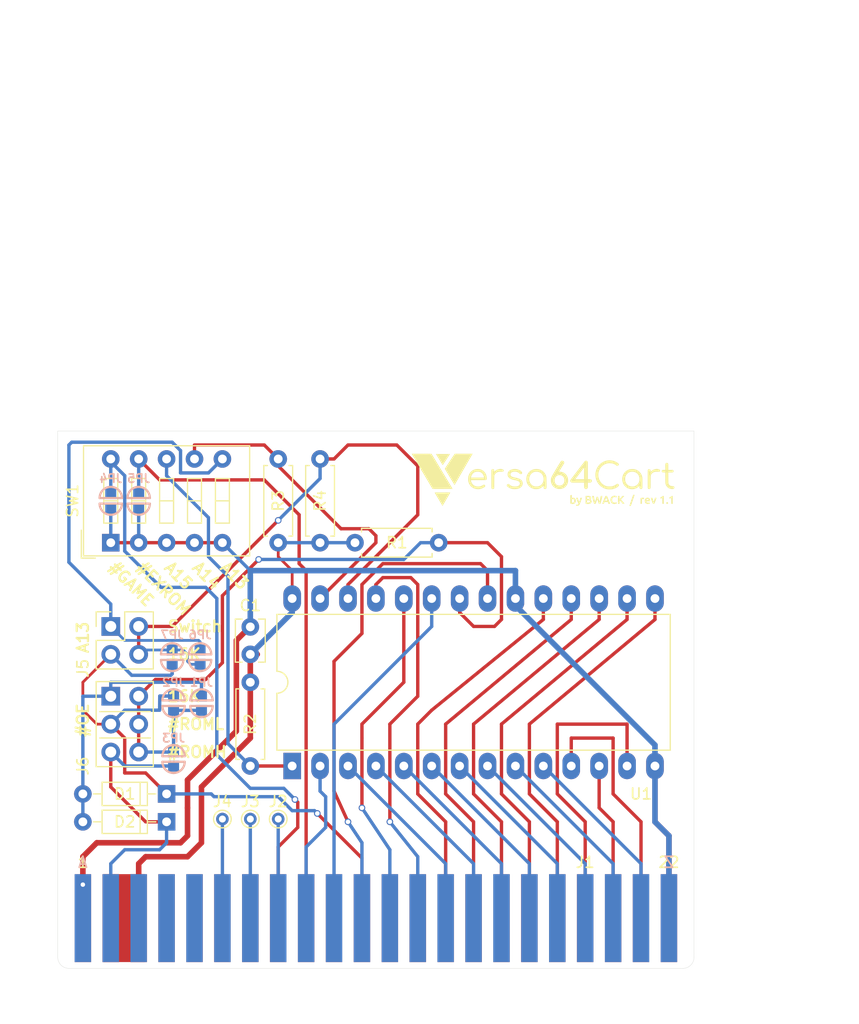
<source format=kicad_pcb>
(kicad_pcb (version 4) (host pcbnew 4.0.7)

  (general
    (links 77)
    (no_connects 0)
    (area 115.013099 32.529199 193.409405 127.66975)
    (thickness 1.6)
    (drawings 475)
    (tracks 294)
    (zones 0)
    (modules 24)
    (nets 37)
  )

  (page A4)
  (title_block
    (title Versa64Cart)
    (date 2017-06-27)
    (rev 1.0)
    (comment 1 "Circuits drawn by BWACK")
    (comment 2 "Based on Jim Brain's Simple64Cart (eagle design)")
  )

  (layers
    (0 F.Cu signal)
    (31 B.Cu signal)
    (32 B.Adhes user)
    (33 F.Adhes user)
    (34 B.Paste user)
    (35 F.Paste user)
    (36 B.SilkS user)
    (37 F.SilkS user)
    (38 B.Mask user)
    (39 F.Mask user)
    (40 Dwgs.User user)
    (41 Cmts.User user)
    (42 Eco1.User user)
    (43 Eco2.User user)
    (44 Edge.Cuts user)
    (45 Margin user)
    (46 B.CrtYd user)
    (47 F.CrtYd user)
    (48 B.Fab user)
    (49 F.Fab user)
  )

  (setup
    (last_trace_width 0.25)
    (user_trace_width 0.3048)
    (user_trace_width 0.508)
    (trace_clearance 0.2)
    (zone_clearance 0.000003)
    (zone_45_only yes)
    (trace_min 0.2)
    (segment_width 0.2)
    (edge_width 0.0254)
    (via_size 0.6)
    (via_drill 0.4)
    (via_min_size 0.4)
    (via_min_drill 0.3)
    (uvia_size 0.3)
    (uvia_drill 0.1)
    (uvias_allowed no)
    (uvia_min_size 0.2)
    (uvia_min_drill 0.1)
    (pcb_text_width 0.3)
    (pcb_text_size 1.5 1.5)
    (mod_edge_width 0.15)
    (mod_text_size 1 1)
    (mod_text_width 0.15)
    (pad_size 4.826 4.826)
    (pad_drill 4.826)
    (pad_to_mask_clearance 0.2)
    (aux_axis_origin 151.765 68.58)
    (grid_origin 150.495 78.105)
    (visible_elements 7FFFEF7F)
    (pcbplotparams
      (layerselection 0x010f0_80000001)
      (usegerberextensions true)
      (usegerberattributes true)
      (excludeedgelayer true)
      (linewidth 0.100000)
      (plotframeref false)
      (viasonmask false)
      (mode 1)
      (useauxorigin false)
      (hpglpennumber 1)
      (hpglpenspeed 20)
      (hpglpendiameter 15)
      (hpglpenoverlay 2)
      (psnegative false)
      (psa4output false)
      (plotreference true)
      (plotvalue true)
      (plotinvisibletext false)
      (padsonsilk false)
      (subtractmaskfromsilk false)
      (outputformat 1)
      (mirror false)
      (drillshape 0)
      (scaleselection 1)
      (outputdirectory gerbers/))
  )

  (net 0 "")
  (net 1 /A15)
  (net 2 D3)
  (net 3 /A12)
  (net 4 D4)
  (net 5 /A7)
  (net 6 D5)
  (net 7 /A6)
  (net 8 D6)
  (net 9 /A5)
  (net 10 D7)
  (net 11 /A4)
  (net 12 /A3)
  (net 13 /A10)
  (net 14 /A2)
  (net 15 /A1)
  (net 16 /A11)
  (net 17 /A0)
  (net 18 /A9)
  (net 19 D0)
  (net 20 /A8)
  (net 21 D1)
  (net 22 /A13)
  (net 23 D2)
  (net 24 /A14)
  (net 25 GND)
  (net 26 +5V)
  (net 27 "Net-(J1-PadF)")
  (net 28 "Net-(J1-PadH)")
  (net 29 "Net-(J1-PadJ)")
  (net 30 "Net-(D1-Pad2)")
  (net 31 "#GAME")
  (net 32 "#EXROM")
  (net 33 /#ROML)
  (net 34 "Net-(J5-Pad1)")
  (net 35 /#ROMH)
  (net 36 /#OE)

  (net_class Default "This is the default net class."
    (clearance 0.2)
    (trace_width 0.25)
    (via_dia 0.6)
    (via_drill 0.4)
    (uvia_dia 0.3)
    (uvia_drill 0.1)
    (add_net "#EXROM")
    (add_net "#GAME")
    (add_net +5V)
    (add_net /#OE)
    (add_net /#ROMH)
    (add_net /#ROML)
    (add_net /A0)
    (add_net /A1)
    (add_net /A10)
    (add_net /A11)
    (add_net /A12)
    (add_net /A13)
    (add_net /A14)
    (add_net /A15)
    (add_net /A2)
    (add_net /A3)
    (add_net /A4)
    (add_net /A5)
    (add_net /A6)
    (add_net /A7)
    (add_net /A8)
    (add_net /A9)
    (add_net D0)
    (add_net D1)
    (add_net D2)
    (add_net D3)
    (add_net D4)
    (add_net D5)
    (add_net D6)
    (add_net D7)
    (add_net GND)
    (add_net "Net-(D1-Pad2)")
    (add_net "Net-(J1-PadF)")
    (add_net "Net-(J1-PadH)")
    (add_net "Net-(J1-PadJ)")
    (add_net "Net-(J5-Pad1)")
  )

  (net_class small ""
    (clearance 0.254)
    (trace_width 0.3048)
    (via_dia 0.6)
    (via_drill 0.4)
    (uvia_dia 0.3)
    (uvia_drill 0.1)
  )

  (module LOGO (layer F.Cu) (tedit 0) (tstamp 59732B3A)
    (at 164.465 76.2)
    (fp_text reference G*** (at 0 0) (layer F.SilkS) hide
      (effects (font (thickness 0.3)))
    )
    (fp_text value LOGO (at 0.75 0) (layer F.SilkS) hide
      (effects (font (thickness 0.3)))
    )
    (fp_poly (pts (xy 3.491056 1.694089) (xy 3.466428 1.775069) (xy 3.438759 1.859841) (xy 3.40933 1.944909)
      (xy 3.379421 2.026776) (xy 3.350313 2.101945) (xy 3.323288 2.166919) (xy 3.299625 2.218202)
      (xy 3.29768 2.222075) (xy 3.261942 2.280265) (xy 3.221795 2.321864) (xy 3.192113 2.340954)
      (xy 3.15426 2.354174) (xy 3.107318 2.362136) (xy 3.059816 2.36392) (xy 3.022593 2.359225)
      (xy 3.000836 2.352664) (xy 2.988021 2.34691) (xy 2.987553 2.346506) (xy 2.986621 2.335539)
      (xy 2.989749 2.312944) (xy 2.993535 2.295222) (xy 3.004615 2.249037) (xy 3.05579 2.254401)
      (xy 3.108017 2.25317) (xy 3.149674 2.237295) (xy 3.181101 2.206628) (xy 3.18714 2.197084)
      (xy 3.204433 2.167132) (xy 3.158151 2.068462) (xy 3.134482 2.016302) (xy 3.109681 1.958677)
      (xy 3.084811 1.898372) (xy 3.060933 1.838171) (xy 3.039108 1.780858) (xy 3.0204 1.729219)
      (xy 3.005869 1.686037) (xy 2.996579 1.654096) (xy 2.993571 1.636925) (xy 3.00189 1.634961)
      (xy 3.02384 1.633544) (xy 3.054911 1.632945) (xy 3.059339 1.632942) (xy 3.125107 1.633026)
      (xy 3.173082 1.780352) (xy 3.190669 1.833396) (xy 3.208127 1.884348) (xy 3.223975 1.929001)
      (xy 3.23673 1.963149) (xy 3.242388 1.977089) (xy 3.263719 2.026499) (xy 3.291164 1.940803)
      (xy 3.306171 1.892046) (xy 3.321734 1.838406) (xy 3.335067 1.789558) (xy 3.338036 1.778)
      (xy 3.348145 1.738032) (xy 3.357707 1.700488) (xy 3.365016 1.672061) (xy 3.366367 1.666875)
      (xy 3.375271 1.632857) (xy 3.508879 1.632857) (xy 3.491056 1.694089)) (layer F.SilkS) (width 0.01))
    (fp_poly (pts (xy 8.277608 1.362185) (xy 8.296593 1.366724) (xy 8.300357 1.371813) (xy 8.297479 1.382187)
      (xy 8.289278 1.407806) (xy 8.276402 1.446784) (xy 8.2595 1.497234) (xy 8.239222 1.557268)
      (xy 8.216215 1.625001) (xy 8.191128 1.698546) (xy 8.164611 1.776016) (xy 8.137312 1.855525)
      (xy 8.10988 1.935185) (xy 8.082964 2.013111) (xy 8.057212 2.087416) (xy 8.033273 2.156212)
      (xy 8.011797 2.217614) (xy 7.993431 2.269734) (xy 7.978825 2.310686) (xy 7.968627 2.338584)
      (xy 7.963486 2.35154) (xy 7.96337 2.351768) (xy 7.954673 2.360819) (xy 7.937797 2.365743)
      (xy 7.908458 2.367555) (xy 7.896359 2.367643) (xy 7.860464 2.366172) (xy 7.841479 2.361633)
      (xy 7.837714 2.356544) (xy 7.840592 2.34617) (xy 7.848793 2.320551) (xy 7.861669 2.281573)
      (xy 7.878571 2.231124) (xy 7.89885 2.171089) (xy 7.921857 2.103356) (xy 7.946943 2.029811)
      (xy 7.97346 1.952341) (xy 8.000759 1.872832) (xy 8.028191 1.793172) (xy 8.055107 1.715246)
      (xy 8.080859 1.640942) (xy 8.104798 1.572145) (xy 8.126275 1.510744) (xy 8.14464 1.458623)
      (xy 8.159247 1.417671) (xy 8.169445 1.389774) (xy 8.174585 1.376817) (xy 8.174701 1.376589)
      (xy 8.183398 1.367538) (xy 8.200275 1.362614) (xy 8.229614 1.360803) (xy 8.241712 1.360714)
      (xy 8.277608 1.362185)) (layer F.SilkS) (width 0.01))
    (fp_poly (pts (xy -8.693804 1.144577) (xy -8.622939 1.144734) (xy -8.564343 1.14498) (xy -8.519402 1.145313)
      (xy -8.489503 1.145731) (xy -8.476033 1.146231) (xy -8.475401 1.146361) (xy -8.478758 1.155044)
      (xy -8.490498 1.177883) (xy -8.509773 1.213416) (xy -8.535732 1.260182) (xy -8.567528 1.316717)
      (xy -8.604311 1.38156) (xy -8.645234 1.453249) (xy -8.689446 1.530321) (xy -8.736099 1.611314)
      (xy -8.784345 1.694767) (xy -8.833334 1.779216) (xy -8.882218 1.8632) (xy -8.930148 1.945257)
      (xy -8.976274 2.023925) (xy -9.019749 2.09774) (xy -9.059724 2.165242) (xy -9.095348 2.224968)
      (xy -9.125775 2.275456) (xy -9.150154 2.315244) (xy -9.167638 2.342869) (xy -9.177377 2.35687)
      (xy -9.178988 2.358337) (xy -9.185236 2.350732) (xy -9.198255 2.330068) (xy -9.216281 2.299292)
      (xy -9.237548 2.261353) (xy -9.242808 2.251748) (xy -9.259747 2.221502) (xy -9.284796 2.177907)
      (xy -9.316677 2.123136) (xy -9.35411 2.059365) (xy -9.395817 1.988766) (xy -9.440517 1.913516)
      (xy -9.486932 1.835787) (xy -9.518875 1.782536) (xy -9.566584 1.702926) (xy -9.614162 1.62311)
      (xy -9.660207 1.545469) (xy -9.703317 1.472384) (xy -9.742091 1.406234) (xy -9.775126 1.349403)
      (xy -9.801021 1.304269) (xy -9.812651 1.283607) (xy -9.888347 1.147536) (xy -9.18361 1.145212)
      (xy -9.072208 1.144888) (xy -8.966139 1.144665) (xy -8.866791 1.144541) (xy -8.775551 1.144512)
      (xy -8.693804 1.144577)) (layer F.SilkS) (width 0.01))
    (fp_poly (pts (xy 2.585357 1.511564) (xy 2.585567 1.559538) (xy 2.586148 1.600382) (xy 2.587021 1.630999)
      (xy 2.588113 1.648291) (xy 2.588785 1.651) (xy 2.598539 1.64784) (xy 2.618503 1.639989)
      (xy 2.624779 1.637393) (xy 2.666265 1.626926) (xy 2.716115 1.624488) (xy 2.766433 1.630059)
      (xy 2.795127 1.637782) (xy 2.841973 1.663073) (xy 2.884019 1.702518) (xy 2.91723 1.752143)
      (xy 2.922674 1.763419) (xy 2.932663 1.788523) (xy 2.938948 1.813824) (xy 2.942318 1.844654)
      (xy 2.943565 1.886347) (xy 2.943645 1.905) (xy 2.943216 1.949543) (xy 2.941295 1.981113)
      (xy 2.936989 2.004869) (xy 2.929407 2.02597) (xy 2.919095 2.046858) (xy 2.883792 2.097796)
      (xy 2.838182 2.139422) (xy 2.786791 2.167851) (xy 2.772339 2.172812) (xy 2.730245 2.180859)
      (xy 2.677036 2.184581) (xy 2.619219 2.183966) (xy 2.563301 2.178999) (xy 2.5304 2.173288)
      (xy 2.500743 2.166057) (xy 2.477769 2.159156) (xy 2.469168 2.155539) (xy 2.466321 2.148933)
      (xy 2.463969 2.132171) (xy 2.462076 2.10408) (xy 2.460611 2.06349) (xy 2.45954 2.009227)
      (xy 2.458831 1.940121) (xy 2.458449 1.855) (xy 2.458357 1.773102) (xy 2.458357 1.762769)
      (xy 2.585357 1.762769) (xy 2.585357 1.914897) (xy 2.585428 1.970623) (xy 2.585872 2.010839)
      (xy 2.58703 2.03818) (xy 2.589246 2.055279) (xy 2.592864 2.06477) (xy 2.598227 2.069285)
      (xy 2.605678 2.07146) (xy 2.605768 2.07148) (xy 2.639176 2.074829) (xy 2.678313 2.073103)
      (xy 2.716401 2.067168) (xy 2.746665 2.057888) (xy 2.756835 2.052197) (xy 2.786181 2.024089)
      (xy 2.804896 1.989636) (xy 2.814482 1.945026) (xy 2.816586 1.900464) (xy 2.812895 1.844054)
      (xy 2.800997 1.801623) (xy 2.779648 1.770398) (xy 2.748334 1.747984) (xy 2.710683 1.73694)
      (xy 2.665802 1.736701) (xy 2.620896 1.747079) (xy 2.60988 1.751596) (xy 2.585357 1.762769)
      (xy 2.458357 1.762769) (xy 2.458357 1.397346) (xy 2.478768 1.392509) (xy 2.50008 1.387963)
      (xy 2.529777 1.382196) (xy 2.542268 1.3799) (xy 2.585357 1.372128) (xy 2.585357 1.511564)) (layer F.SilkS) (width 0.01))
    (fp_poly (pts (xy 4.080955 1.457008) (xy 4.129604 1.459001) (xy 4.170392 1.461923) (xy 4.198994 1.465716)
      (xy 4.205505 1.467294) (xy 4.259937 1.491283) (xy 4.302576 1.525011) (xy 4.332566 1.56591)
      (xy 4.349051 1.611411) (xy 4.351173 1.658947) (xy 4.338078 1.705949) (xy 4.308909 1.749849)
      (xy 4.302098 1.757011) (xy 4.282837 1.778492) (xy 4.277596 1.790793) (xy 4.281389 1.794523)
      (xy 4.294671 1.802692) (xy 4.315641 1.819328) (xy 4.332403 1.834131) (xy 4.365815 1.876083)
      (xy 4.38417 1.923994) (xy 4.388135 1.974768) (xy 4.378377 2.025309) (xy 4.355562 2.072524)
      (xy 4.320356 2.113316) (xy 4.273426 2.14459) (xy 4.264712 2.148573) (xy 4.211363 2.165747)
      (xy 4.145887 2.177778) (xy 4.073705 2.184119) (xy 4.000241 2.184222) (xy 3.950607 2.180249)
      (xy 3.923422 2.176902) (xy 3.891063 2.172788) (xy 3.884839 2.171981) (xy 3.846286 2.16696)
      (xy 3.846286 2.068286) (xy 3.973286 2.068286) (xy 4.058111 2.068286) (xy 4.099559 2.067176)
      (xy 4.137655 2.064213) (xy 4.166257 2.059944) (xy 4.173771 2.057958) (xy 4.215181 2.036392)
      (xy 4.241763 2.005399) (xy 4.252569 1.966788) (xy 4.246651 1.922374) (xy 4.245897 1.920028)
      (xy 4.233497 1.895888) (xy 4.212908 1.878002) (xy 4.181749 1.865452) (xy 4.137636 1.857315)
      (xy 4.078188 1.85267) (xy 4.070803 1.85234) (xy 3.973286 1.848241) (xy 3.973286 2.068286)
      (xy 3.846286 2.068286) (xy 3.846286 1.560286) (xy 3.973286 1.560286) (xy 3.973286 1.750786)
      (xy 4.031803 1.750786) (xy 4.072159 1.749103) (xy 4.113583 1.744776) (xy 4.136558 1.74087)
      (xy 4.178044 1.727264) (xy 4.204045 1.706493) (xy 4.216472 1.676542) (xy 4.218214 1.65483)
      (xy 4.213292 1.619936) (xy 4.197517 1.593905) (xy 4.169374 1.575893) (xy 4.127347 1.565051)
      (xy 4.069923 1.560534) (xy 4.049039 1.560286) (xy 3.973286 1.560286) (xy 3.846286 1.560286)
      (xy 3.846286 1.469917) (xy 3.871232 1.462941) (xy 3.894286 1.459447) (xy 3.931111 1.457163)
      (xy 3.977382 1.456032) (xy 4.028772 1.456) (xy 4.080955 1.457008)) (layer F.SilkS) (width 0.01))
    (fp_poly (pts (xy 6.494642 1.444962) (xy 6.547771 1.450666) (xy 6.595862 1.460181) (xy 6.635033 1.472451)
      (xy 6.661401 1.486421) (xy 6.667192 1.491879) (xy 6.671399 1.505217) (xy 6.666995 1.527731)
      (xy 6.659748 1.547914) (xy 6.648623 1.572669) (xy 6.638814 1.588488) (xy 6.634548 1.591622)
      (xy 6.622274 1.588899) (xy 6.598302 1.582239) (xy 6.57297 1.574653) (xy 6.526716 1.564058)
      (xy 6.477804 1.561326) (xy 6.452216 1.562401) (xy 6.394649 1.571106) (xy 6.349741 1.590374)
      (xy 6.314026 1.622457) (xy 6.284034 1.669609) (xy 6.282502 1.672643) (xy 6.268766 1.702678)
      (xy 6.26062 1.729339) (xy 6.256618 1.759611) (xy 6.255317 1.800478) (xy 6.255288 1.804178)
      (xy 6.259962 1.882515) (xy 6.275424 1.946441) (xy 6.30206 1.996413) (xy 6.340259 2.032887)
      (xy 6.390408 2.056321) (xy 6.452895 2.06717) (xy 6.479494 2.068087) (xy 6.554225 2.062362)
      (xy 6.600174 2.05066) (xy 6.630949 2.041143) (xy 6.64818 2.03939) (xy 6.654225 2.043856)
      (xy 6.663698 2.070636) (xy 6.673279 2.098484) (xy 6.681113 2.121921) (xy 6.68535 2.135465)
      (xy 6.685643 2.13681) (xy 6.677909 2.14122) (xy 6.657771 2.149963) (xy 6.633482 2.159628)
      (xy 6.586887 2.172663) (xy 6.530368 2.181096) (xy 6.469803 2.184725) (xy 6.41107 2.183348)
      (xy 6.360046 2.176764) (xy 6.334577 2.169878) (xy 6.264573 2.136217) (xy 6.207659 2.090196)
      (xy 6.164115 2.032302) (xy 6.134221 1.963022) (xy 6.118257 1.882844) (xy 6.116504 1.792256)
      (xy 6.116603 1.790569) (xy 6.121216 1.734996) (xy 6.128655 1.691741) (xy 6.140684 1.655008)
      (xy 6.159068 1.619002) (xy 6.177907 1.589262) (xy 6.227312 1.530439) (xy 6.28674 1.486646)
      (xy 6.355787 1.458069) (xy 6.434049 1.444891) (xy 6.494642 1.444962)) (layer F.SilkS) (width 0.01))
    (fp_poly (pts (xy 9.549287 1.627777) (xy 9.604951 1.65064) (xy 9.650279 1.68747) (xy 9.68438 1.737249)
      (xy 9.706361 1.798959) (xy 9.715332 1.871585) (xy 9.7155 1.883763) (xy 9.7155 1.941286)
      (xy 9.538607 1.941286) (xy 9.475504 1.941304) (xy 9.428535 1.941842) (xy 9.395694 1.943623)
      (xy 9.374973 1.94737) (xy 9.364367 1.953807) (xy 9.361867 1.963657) (xy 9.365466 1.977644)
      (xy 9.373159 1.996492) (xy 9.374775 2.000343) (xy 9.398769 2.035178) (xy 9.436419 2.059387)
      (xy 9.486377 2.07254) (xy 9.547292 2.074207) (xy 9.590934 2.069127) (xy 9.623294 2.064853)
      (xy 9.648392 2.063526) (xy 9.661157 2.065392) (xy 9.661495 2.065687) (xy 9.666589 2.078329)
      (xy 9.671945 2.102078) (xy 9.67402 2.114883) (xy 9.676964 2.140655) (xy 9.67436 2.154582)
      (xy 9.663474 2.162744) (xy 9.650134 2.168034) (xy 9.626129 2.173594) (xy 9.590021 2.178103)
      (xy 9.547089 2.181329) (xy 9.502612 2.183041) (xy 9.461872 2.183008) (xy 9.430147 2.180997)
      (xy 9.416143 2.178293) (xy 9.350846 2.148861) (xy 9.299764 2.108276) (xy 9.26279 2.056377)
      (xy 9.239811 1.993001) (xy 9.23072 1.917987) (xy 9.230546 1.905) (xy 9.23519 1.850571)
      (xy 9.359446 1.850571) (xy 9.5885 1.850571) (xy 9.588466 1.825625) (xy 9.579978 1.787909)
      (xy 9.557134 1.755807) (xy 9.52371 1.734237) (xy 9.516362 1.731701) (xy 9.470343 1.726281)
      (xy 9.428817 1.737082) (xy 9.394883 1.762244) (xy 9.371638 1.799907) (xy 9.365042 1.822594)
      (xy 9.359446 1.850571) (xy 9.23519 1.850571) (xy 9.236871 1.830885) (xy 9.256371 1.767692)
      (xy 9.289831 1.713084) (xy 9.298806 1.702374) (xy 9.34586 1.659358) (xy 9.398222 1.632618)
      (xy 9.458988 1.620777) (xy 9.484178 1.619897) (xy 9.549287 1.627777)) (layer F.SilkS) (width 0.01))
    (fp_poly (pts (xy 11.305796 2.030411) (xy 11.33278 2.051764) (xy 11.344303 2.069217) (xy 11.353899 2.103512)
      (xy 11.348592 2.134716) (xy 11.331607 2.160447) (xy 11.306171 2.178324) (xy 11.275508 2.185965)
      (xy 11.242845 2.180987) (xy 11.215266 2.164499) (xy 11.197753 2.144863) (xy 11.190755 2.121325)
      (xy 11.190019 2.104571) (xy 11.197312 2.068665) (xy 11.216529 2.042381) (xy 11.243678 2.026634)
      (xy 11.274764 2.022339) (xy 11.305796 2.030411)) (layer F.SilkS) (width 0.01))
    (fp_poly (pts (xy 4.607362 1.567089) (xy 4.616002 1.611744) (xy 4.626648 1.664162) (xy 4.638598 1.721156)
      (xy 4.651152 1.779541) (xy 4.663606 1.836128) (xy 4.675261 1.887731) (xy 4.685413 1.931163)
      (xy 4.693362 1.963236) (xy 4.698406 1.980765) (xy 4.698455 1.980898) (xy 4.703799 1.980513)
      (xy 4.713471 1.964051) (xy 4.726952 1.932916) (xy 4.743716 1.888514) (xy 4.763244 1.83225)
      (xy 4.785012 1.765527) (xy 4.808497 1.689752) (xy 4.816055 1.664607) (xy 4.851253 1.546679)
      (xy 4.910117 1.544021) (xy 4.94185 1.542957) (xy 4.959987 1.544439) (xy 4.96905 1.550049)
      (xy 4.97356 1.561373) (xy 4.974835 1.5667) (xy 4.980544 1.587625) (xy 4.99056 1.620499)
      (xy 5.003923 1.662484) (xy 5.019673 1.710743) (xy 5.036851 1.762439) (xy 5.054497 1.814735)
      (xy 5.071652 1.864792) (xy 5.087357 1.909775) (xy 5.100651 1.946844) (xy 5.110575 1.973164)
      (xy 5.116169 1.985897) (xy 5.116855 1.986643) (xy 5.120946 1.978087) (xy 5.127903 1.953861)
      (xy 5.137244 1.916126) (xy 5.14849 1.867043) (xy 5.16116 1.808773) (xy 5.174773 1.743478)
      (xy 5.18885 1.673319) (xy 5.202909 1.600457) (xy 5.20407 1.594304) (xy 5.229268 1.4605)
      (xy 5.368342 1.4605) (xy 5.338161 1.604814) (xy 5.315697 1.708) (xy 5.291691 1.81067)
      (xy 5.267175 1.908732) (xy 5.243181 1.998094) (xy 5.220741 2.074664) (xy 5.21544 2.091499)
      (xy 5.188005 2.177143) (xy 5.062101 2.177143) (xy 5.04768 2.143125) (xy 5.041349 2.126578)
      (xy 5.030728 2.09707) (xy 5.016822 2.057542) (xy 5.000635 2.010939) (xy 4.98317 1.960201)
      (xy 4.965433 1.908272) (xy 4.948427 1.858095) (xy 4.933156 1.81261) (xy 4.920625 1.774762)
      (xy 4.911838 1.747491) (xy 4.907799 1.733742) (xy 4.907648 1.732809) (xy 4.904887 1.739824)
      (xy 4.897114 1.761831) (xy 4.885088 1.796626) (xy 4.869566 1.842001) (xy 4.851308 1.89575)
      (xy 4.832803 1.950524) (xy 4.757964 2.172607) (xy 4.692968 2.175257) (xy 4.660526 2.175627)
      (xy 4.635884 2.174121) (xy 4.62397 2.171064) (xy 4.62369 2.170721) (xy 4.617188 2.155196)
      (xy 4.607047 2.125444) (xy 4.594255 2.084781) (xy 4.579797 2.036524) (xy 4.56466 1.983988)
      (xy 4.549831 1.93049) (xy 4.536297 1.879346) (xy 4.53217 1.8631) (xy 4.522872 1.824909)
      (xy 4.511903 1.778063) (xy 4.499944 1.72567) (xy 4.487673 1.670837) (xy 4.475771 1.616672)
      (xy 4.464917 1.566283) (xy 4.455792 1.522776) (xy 4.449075 1.48926) (xy 4.445446 1.468843)
      (xy 4.445 1.46464) (xy 4.453348 1.462701) (xy 4.475505 1.461249) (xy 4.507137 1.460534)
      (xy 4.516245 1.4605) (xy 4.58749 1.4605) (xy 4.607362 1.567089)) (layer F.SilkS) (width 0.01))
    (fp_poly (pts (xy 5.840446 1.585232) (xy 5.860342 1.631478) (xy 5.883111 1.686038) (xy 5.907843 1.746567)
      (xy 5.933627 1.810725) (xy 5.959553 1.876169) (xy 5.984709 1.940555) (xy 6.008186 2.001542)
      (xy 6.029072 2.056787) (xy 6.046457 2.103947) (xy 6.059431 2.14068) (xy 6.067083 2.164644)
      (xy 6.068786 2.172648) (xy 6.060453 2.174809) (xy 6.038357 2.175825) (xy 6.006851 2.175535)
      (xy 5.998482 2.175257) (xy 5.928178 2.172607) (xy 5.897119 2.088484) (xy 5.866059 2.004361)
      (xy 5.565321 2.009321) (xy 5.508913 2.172607) (xy 5.439599 2.175257) (xy 5.40676 2.175888)
      (xy 5.38233 2.175167) (xy 5.370694 2.173257) (xy 5.370286 2.172709) (xy 5.373525 2.160511)
      (xy 5.382615 2.133917) (xy 5.396615 2.095359) (xy 5.414585 2.047264) (xy 5.435584 1.992062)
      (xy 5.458671 1.932182) (xy 5.47488 1.890625) (xy 5.606143 1.890625) (xy 5.614641 1.892635)
      (xy 5.637844 1.894296) (xy 5.672316 1.895446) (xy 5.714618 1.895924) (xy 5.719403 1.895929)
      (xy 5.832664 1.895929) (xy 5.816032 1.852839) (xy 5.80601 1.826771) (xy 5.791585 1.789122)
      (xy 5.774815 1.745264) (xy 5.760321 1.707297) (xy 5.744836 1.668593) (xy 5.731123 1.637797)
      (xy 5.720617 1.617903) (xy 5.714757 1.611906) (xy 5.71459 1.612047) (xy 5.709527 1.62224)
      (xy 5.699497 1.645858) (xy 5.685888 1.679331) (xy 5.67009 1.719092) (xy 5.653492 1.761572)
      (xy 5.637483 1.803203) (xy 5.623452 1.840416) (xy 5.612788 1.869642) (xy 5.606881 1.887315)
      (xy 5.606143 1.890625) (xy 5.47488 1.890625) (xy 5.482905 1.870053) (xy 5.507345 1.808104)
      (xy 5.531052 1.748765) (xy 5.553083 1.694464) (xy 5.572499 1.647631) (xy 5.584744 1.618948)
      (xy 5.653625 1.4605) (xy 5.785623 1.4605) (xy 5.840446 1.585232)) (layer F.SilkS) (width 0.01))
    (fp_poly (pts (xy 6.930965 1.607911) (xy 6.931359 1.755321) (xy 7.012527 1.669143) (xy 7.049427 1.629494)
      (xy 7.087659 1.587626) (xy 7.122384 1.548879) (xy 7.145936 1.521909) (xy 7.198178 1.460853)
      (xy 7.278709 1.460677) (xy 7.359239 1.4605) (xy 7.320362 1.503589) (xy 7.301103 1.52467)
      (xy 7.272392 1.555756) (xy 7.23721 1.593638) (xy 7.198536 1.635105) (xy 7.169528 1.666097)
      (xy 7.133757 1.704414) (xy 7.10272 1.737972) (xy 7.078379 1.764621) (xy 7.0627 1.782213)
      (xy 7.057611 1.788561) (xy 7.06363 1.795737) (xy 7.08024 1.813612) (xy 7.105315 1.839945)
      (xy 7.136728 1.872497) (xy 7.159664 1.896059) (xy 7.202787 1.941869) (xy 7.245455 1.990182)
      (xy 7.285417 2.038165) (xy 7.320419 2.082989) (xy 7.348208 2.121822) (xy 7.366532 2.151834)
      (xy 7.371088 2.161703) (xy 7.372187 2.169367) (xy 7.366086 2.173992) (xy 7.349544 2.176321)
      (xy 7.319321 2.177099) (xy 7.303828 2.177143) (xy 7.230643 2.177143) (xy 7.179177 2.106839)
      (xy 7.157269 2.07899) (xy 7.128549 2.045456) (xy 7.095422 2.008716) (xy 7.060292 1.971254)
      (xy 7.025562 1.935549) (xy 6.993636 1.904082) (xy 6.96692 1.879335) (xy 6.947817 1.863788)
      (xy 6.93964 1.859643) (xy 6.936141 1.868496) (xy 6.93343 1.894209) (xy 6.931579 1.935514)
      (xy 6.930661 1.991143) (xy 6.930571 2.018393) (xy 6.930571 2.177143) (xy 6.868583 2.177143)
      (xy 6.836575 2.176317) (xy 6.812145 2.17415) (xy 6.800563 2.17111) (xy 6.800548 2.171095)
      (xy 6.799207 2.160975) (xy 6.79797 2.134707) (xy 6.796869 2.094283) (xy 6.795939 2.041697)
      (xy 6.795213 1.978944) (xy 6.794725 1.908016) (xy 6.794508 1.830909) (xy 6.7945 1.812774)
      (xy 6.7945 1.4605) (xy 6.930571 1.4605) (xy 6.930965 1.607911)) (layer F.SilkS) (width 0.01))
    (fp_poly (pts (xy 9.117115 1.628168) (xy 9.146709 1.632384) (xy 9.162588 1.638746) (xy 9.162649 1.638806)
      (xy 9.166322 1.653722) (xy 9.163779 1.683264) (xy 9.160813 1.699766) (xy 9.154396 1.728842)
      (xy 9.148406 1.743782) (xy 9.140205 1.748335) (xy 9.127954 1.746449) (xy 9.086775 1.737287)
      (xy 9.055058 1.733687) (xy 9.02522 1.735001) (xy 9.012924 1.736636) (xy 8.971969 1.742777)
      (xy 8.967107 2.172607) (xy 8.905735 2.175293) (xy 8.844363 2.177978) (xy 8.846771 1.916757)
      (xy 8.849178 1.655536) (xy 8.912678 1.639104) (xy 8.946878 1.632665) (xy 8.988686 1.628347)
      (xy 9.033839 1.626155) (xy 9.07807 1.626094) (xy 9.117115 1.628168)) (layer F.SilkS) (width 0.01))
    (fp_poly (pts (xy 9.848777 1.63475) (xy 9.917799 1.637393) (xy 9.934778 1.700893) (xy 9.946991 1.744085)
      (xy 9.961547 1.791669) (xy 9.977423 1.84074) (xy 9.993596 1.888394) (xy 10.009046 1.931725)
      (xy 10.022749 1.967828) (xy 10.033684 1.993798) (xy 10.040829 2.006729) (xy 10.042622 2.007442)
      (xy 10.047991 1.996239) (xy 10.057559 1.971018) (xy 10.070222 1.935112) (xy 10.084879 1.891851)
      (xy 10.100426 1.844571) (xy 10.11576 1.796602) (xy 10.129779 1.751277) (xy 10.141379 1.71193)
      (xy 10.146317 1.694089) (xy 10.162693 1.632857) (xy 10.295093 1.632857) (xy 10.281192 1.680482)
      (xy 10.261697 1.743329) (xy 10.237782 1.814268) (xy 10.21108 1.888939) (xy 10.183226 1.962983)
      (xy 10.155853 2.03204) (xy 10.130595 2.091748) (xy 10.112063 2.131786) (xy 10.0998 2.155052)
      (xy 10.088359 2.167497) (xy 10.07153 2.172936) (xy 10.043099 2.175187) (xy 10.041254 2.175284)
      (xy 10.004182 2.174741) (xy 9.983336 2.168453) (xy 9.98093 2.166213) (xy 9.970161 2.148195)
      (xy 9.954713 2.115713) (xy 9.935643 2.071516) (xy 9.914008 2.01835) (xy 9.890865 1.958966)
      (xy 9.867272 1.89611) (xy 9.844286 1.832532) (xy 9.822964 1.770979) (xy 9.804363 1.714199)
      (xy 9.793924 1.680107) (xy 9.779755 1.632108) (xy 9.848777 1.63475)) (layer F.SilkS) (width 0.01))
    (fp_poly (pts (xy 10.958286 2.177143) (xy 10.900833 2.177143) (xy 10.870039 2.176253) (xy 10.846941 2.173935)
      (xy 10.837333 2.171095) (xy 10.835795 2.160817) (xy 10.834401 2.134712) (xy 10.833203 2.095095)
      (xy 10.832252 2.044283) (xy 10.831601 1.984591) (xy 10.8313 1.918335) (xy 10.831286 1.900006)
      (xy 10.831286 1.634964) (xy 10.761341 1.670102) (xy 10.729122 1.685207) (xy 10.703086 1.695401)
      (xy 10.687322 1.699165) (xy 10.684811 1.698531) (xy 10.677666 1.686828) (xy 10.666765 1.664444)
      (xy 10.660141 1.649463) (xy 10.642057 1.607104) (xy 10.67919 1.592246) (xy 10.709282 1.577862)
      (xy 10.745975 1.556978) (xy 10.784198 1.532866) (xy 10.818882 1.508797) (xy 10.844956 1.488043)
      (xy 10.853102 1.480021) (xy 10.870276 1.466891) (xy 10.895056 1.461203) (xy 10.914334 1.4605)
      (xy 10.958286 1.4605) (xy 10.958286 2.177143)) (layer F.SilkS) (width 0.01))
    (fp_poly (pts (xy 11.774714 2.177143) (xy 11.717262 2.177143) (xy 11.686468 2.176253) (xy 11.66337 2.173935)
      (xy 11.653762 2.171095) (xy 11.652224 2.160817) (xy 11.65083 2.134712) (xy 11.649632 2.095095)
      (xy 11.648681 2.044283) (xy 11.648029 1.984591) (xy 11.647729 1.918335) (xy 11.647714 1.900006)
      (xy 11.647714 1.634964) (xy 11.57777 1.670102) (xy 11.545551 1.685207) (xy 11.519514 1.695401)
      (xy 11.503751 1.699165) (xy 11.501239 1.698531) (xy 11.494094 1.686828) (xy 11.483194 1.664444)
      (xy 11.476569 1.649463) (xy 11.458485 1.607104) (xy 11.495619 1.592246) (xy 11.525711 1.577862)
      (xy 11.562403 1.556978) (xy 11.600626 1.532866) (xy 11.63531 1.508797) (xy 11.661385 1.488043)
      (xy 11.669531 1.480021) (xy 11.686704 1.466891) (xy 11.711485 1.461203) (xy 11.730763 1.4605)
      (xy 11.774714 1.4605) (xy 11.774714 2.177143)) (layer F.SilkS) (width 0.01))
    (fp_poly (pts (xy 6.165824 -1.76979) (xy 6.278684 -1.754553) (xy 6.383779 -1.731822) (xy 6.440714 -1.714797)
      (xy 6.509653 -1.6877) (xy 6.584355 -1.651773) (xy 6.659857 -1.609895) (xy 6.731194 -1.564944)
      (xy 6.793402 -1.519799) (xy 6.828518 -1.489939) (xy 6.850893 -1.467567) (xy 6.862448 -1.449465)
      (xy 6.866645 -1.428714) (xy 6.867071 -1.412851) (xy 6.865747 -1.389318) (xy 6.859831 -1.370705)
      (xy 6.846404 -1.351276) (xy 6.82255 -1.325296) (xy 6.822534 -1.325279) (xy 6.797593 -1.300592)
      (xy 6.779026 -1.286668) (xy 6.761382 -1.28051) (xy 6.739213 -1.279119) (xy 6.738624 -1.279119)
      (xy 6.719446 -1.279907) (xy 6.70237 -1.283389) (xy 6.684048 -1.291319) (xy 6.661132 -1.305449)
      (xy 6.630273 -1.327535) (xy 6.593942 -1.354903) (xy 6.505525 -1.412569) (xy 6.406823 -1.460133)
      (xy 6.30522 -1.494235) (xy 6.234129 -1.508615) (xy 6.151858 -1.518286) (xy 6.06421 -1.523084)
      (xy 5.976986 -1.52284) (xy 5.895992 -1.517388) (xy 5.832928 -1.507829) (xy 5.705413 -1.472331)
      (xy 5.585339 -1.421173) (xy 5.473677 -1.355643) (xy 5.371398 -1.277032) (xy 5.279473 -1.186629)
      (xy 5.198875 -1.085724) (xy 5.130574 -0.975606) (xy 5.075542 -0.857566) (xy 5.03475 -0.732892)
      (xy 5.00917 -0.602874) (xy 4.999772 -0.468802) (xy 5.001278 -0.403679) (xy 5.017593 -0.26009)
      (xy 5.050805 -0.123091) (xy 5.100904 0.007287) (xy 5.167879 0.131011) (xy 5.190965 0.16639)
      (xy 5.253246 0.24644) (xy 5.328836 0.324573) (xy 5.413537 0.397329) (xy 5.503155 0.46125)
      (xy 5.593491 0.512876) (xy 5.633626 0.53133) (xy 5.693473 0.555474) (xy 5.745982 0.573613)
      (xy 5.795612 0.586554) (xy 5.846825 0.5951) (xy 5.904079 0.600059) (xy 5.971836 0.602234)
      (xy 6.027964 0.602532) (xy 6.091943 0.602161) (xy 6.141407 0.601084) (xy 6.179983 0.599004)
      (xy 6.211295 0.595628) (xy 6.238966 0.59066) (xy 6.266623 0.583808) (xy 6.270051 0.582862)
      (xy 6.396848 0.540276) (xy 6.514015 0.485032) (xy 6.626755 0.414617) (xy 6.644238 0.402132)
      (xy 6.69339 0.371669) (xy 6.736083 0.357308) (xy 6.774295 0.359091) (xy 6.810007 0.377059)
      (xy 6.840885 0.406235) (xy 6.856642 0.425823) (xy 6.864528 0.442977) (xy 6.866541 0.464846)
      (xy 6.865096 0.49289) (xy 6.862318 0.521649) (xy 6.856967 0.541836) (xy 6.845913 0.559335)
      (xy 6.826031 0.580025) (xy 6.81151 0.593677) (xy 6.718384 0.668263) (xy 6.610935 0.732136)
      (xy 6.489652 0.785061) (xy 6.355024 0.8268) (xy 6.304469 0.838804) (xy 6.259817 0.846044)
      (xy 6.201586 0.851712) (xy 6.13428 0.855718) (xy 6.062403 0.857971) (xy 5.990459 0.85838)
      (xy 5.922951 0.856857) (xy 5.864383 0.853309) (xy 5.823857 0.848449) (xy 5.679478 0.815516)
      (xy 5.539727 0.765286) (xy 5.483678 0.739705) (xy 5.35307 0.666426) (xy 5.232122 0.578506)
      (xy 5.121857 0.477261) (xy 5.023298 0.364003) (xy 4.937468 0.240048) (xy 4.865389 0.10671)
      (xy 4.808085 -0.034697) (xy 4.766893 -0.181429) (xy 4.758658 -0.231121) (xy 4.752366 -0.294175)
      (xy 4.748117 -0.365901) (xy 4.746011 -0.44161) (xy 4.746148 -0.516615) (xy 4.74863 -0.586226)
      (xy 4.753555 -0.645756) (xy 4.756501 -0.667414) (xy 4.788975 -0.817415) (xy 4.837115 -0.960296)
      (xy 4.899945 -1.095065) (xy 4.976487 -1.220727) (xy 5.065762 -1.336288) (xy 5.166792 -1.440756)
      (xy 5.2786 -1.533135) (xy 5.400206 -1.612433) (xy 5.530634 -1.677655) (xy 5.668905 -1.727808)
      (xy 5.814041 -1.761898) (xy 5.837464 -1.765738) (xy 5.939534 -1.775862) (xy 6.050881 -1.777052)
      (xy 6.165824 -1.76979)) (layer F.SilkS) (width 0.01))
    (fp_poly (pts (xy -5.900614 -0.987861) (xy -5.838286 -0.982372) (xy -5.801179 -0.976202) (xy -5.692448 -0.946428)
      (xy -5.596058 -0.905977) (xy -5.508425 -0.852863) (xy -5.425964 -0.785103) (xy -5.387499 -0.747136)
      (xy -5.310128 -0.654442) (xy -5.248496 -0.553355) (xy -5.202423 -0.443439) (xy -5.171731 -0.324253)
      (xy -5.156241 -0.195359) (xy -5.155286 -0.176753) (xy -5.150161 -0.058685) (xy -5.174628 -0.029608)
      (xy -5.199306 -0.007963) (xy -5.228128 0.007358) (xy -5.23253 0.008756) (xy -5.248878 0.010697)
      (xy -5.282863 0.012429) (xy -5.333978 0.013943) (xy -5.401717 0.015233) (xy -5.485575 0.016292)
      (xy -5.585045 0.017113) (xy -5.699623 0.017691) (xy -5.828801 0.018017) (xy -5.930447 0.018092)
      (xy -6.056824 0.018216) (xy -6.172019 0.018559) (xy -6.275187 0.019112) (xy -6.365485 0.019862)
      (xy -6.442067 0.020801) (xy -6.504092 0.021915) (xy -6.550714 0.023195) (xy -6.58109 0.024631)
      (xy -6.594376 0.02621) (xy -6.594929 0.026621) (xy -6.593169 0.039132) (xy -6.58853 0.064204)
      (xy -6.581975 0.096665) (xy -6.581224 0.100249) (xy -6.550534 0.204445) (xy -6.504766 0.299478)
      (xy -6.444978 0.384162) (xy -6.372227 0.457313) (xy -6.287571 0.517748) (xy -6.192067 0.564282)
      (xy -6.155156 0.577428) (xy -6.082775 0.594885) (xy -6.000288 0.604943) (xy -5.914252 0.607373)
      (xy -5.831226 0.601947) (xy -5.76753 0.590896) (xy -5.664427 0.559113) (xy -5.569934 0.51424)
      (xy -5.511111 0.477396) (xy -5.462303 0.448673) (xy -5.420831 0.435187) (xy -5.384553 0.436706)
      (xy -5.351328 0.452998) (xy -5.343442 0.459188) (xy -5.314096 0.490552) (xy -5.294746 0.52489)
      (xy -5.288643 0.553357) (xy -5.297214 0.585404) (xy -5.321619 0.619824) (xy -5.35989 0.655474)
      (xy -5.410062 0.691207) (xy -5.470171 0.725878) (xy -5.53825 0.758341) (xy -5.612334 0.787452)
      (xy -5.690458 0.812064) (xy -5.762243 0.82935) (xy -5.822904 0.838017) (xy -5.894867 0.842429)
      (xy -5.971812 0.842643) (xy -6.047417 0.838717) (xy -6.115361 0.83071) (xy -6.141357 0.825875)
      (xy -6.264569 0.790702) (xy -6.378503 0.740373) (xy -6.482236 0.675837) (xy -6.574846 0.598043)
      (xy -6.655411 0.507939) (xy -6.723006 0.406474) (xy -6.776709 0.294596) (xy -6.815599 0.173256)
      (xy -6.827066 0.12089) (xy -6.836388 0.052641) (xy -6.841254 -0.026506) (xy -6.841669 -0.109861)
      (xy -6.837637 -0.190736) (xy -6.835521 -0.208643) (xy -6.587876 -0.208643) (xy -5.39544 -0.208643)
      (xy -5.401886 -0.251732) (xy -5.424964 -0.351364) (xy -5.462512 -0.44358) (xy -5.513145 -0.526783)
      (xy -5.575477 -0.599377) (xy -5.648123 -0.659765) (xy -5.729696 -0.70635) (xy -5.818812 -0.737535)
      (xy -5.824657 -0.73895) (xy -5.873244 -0.746836) (xy -5.933118 -0.751257) (xy -5.997847 -0.752209)
      (xy -6.061 -0.749688) (xy -6.116144 -0.743688) (xy -6.139649 -0.739162) (xy -6.231814 -0.708337)
      (xy -6.316761 -0.661781) (xy -6.39289 -0.601018) (xy -6.4586 -0.527567) (xy -6.512292 -0.442951)
      (xy -6.552366 -0.34869) (xy -6.553295 -0.34587) (xy -6.565076 -0.307822) (xy -6.575136 -0.271757)
      (xy -6.58149 -0.244846) (xy -6.581893 -0.242661) (xy -6.587876 -0.208643) (xy -6.835521 -0.208643)
      (xy -6.829161 -0.262441) (xy -6.826852 -0.275521) (xy -6.794808 -0.40081) (xy -6.748276 -0.516737)
      (xy -6.688148 -0.622359) (xy -6.615315 -0.716737) (xy -6.530669 -0.798928) (xy -6.435102 -0.867992)
      (xy -6.329506 -0.922987) (xy -6.214773 -0.962972) (xy -6.164036 -0.975072) (xy -6.108092 -0.983443)
      (xy -6.041531 -0.988378) (xy -5.970367 -0.989857) (xy -5.900614 -0.987861)) (layer F.SilkS) (width 0.01))
    (fp_poly (pts (xy -2.501335 -0.987721) (xy -2.39679 -0.972985) (xy -2.296259 -0.946137) (xy -2.202167 -0.908424)
      (xy -2.116936 -0.861094) (xy -2.042989 -0.805394) (xy -1.982749 -0.742571) (xy -1.958004 -0.708063)
      (xy -1.936485 -0.664667) (xy -1.931717 -0.626341) (xy -1.943845 -0.590852) (xy -1.967433 -0.561361)
      (xy -1.990817 -0.540152) (xy -2.010621 -0.529637) (xy -2.034522 -0.526282) (xy -2.043949 -0.526143)
      (xy -2.074914 -0.527666) (xy -2.101036 -0.533659) (xy -2.12647 -0.546257) (xy -2.155367 -0.567594)
      (xy -2.19188 -0.599805) (xy -2.197719 -0.605195) (xy -2.265222 -0.660341) (xy -2.334869 -0.701472)
      (xy -2.409935 -0.72978) (xy -2.493696 -0.746455) (xy -2.58943 -0.752688) (xy -2.603862 -0.752794)
      (xy -2.70041 -0.747791) (xy -2.783597 -0.732181) (xy -2.855128 -0.705466) (xy -2.916707 -0.667147)
      (xy -2.928072 -0.657969) (xy -2.962325 -0.617955) (xy -2.984982 -0.567867) (xy -2.995195 -0.512248)
      (xy -2.992115 -0.455641) (xy -2.975521 -0.40387) (xy -2.952006 -0.366148) (xy -2.919376 -0.332849)
      (xy -2.876192 -0.303314) (xy -2.821016 -0.276884) (xy -2.752408 -0.252901) (xy -2.668929 -0.230706)
      (xy -2.569142 -0.20964) (xy -2.538919 -0.204007) (xy -2.405918 -0.17588) (xy -2.28971 -0.142742)
      (xy -2.18953 -0.104134) (xy -2.104609 -0.0596) (xy -2.034179 -0.008682) (xy -1.977474 0.049077)
      (xy -1.933726 0.114134) (xy -1.907297 0.172398) (xy -1.885202 0.256536) (xy -1.88043 0.340659)
      (xy -1.892235 0.42315) (xy -1.919867 0.502389) (xy -1.962579 0.576759) (xy -2.019622 0.644642)
      (xy -2.090249 0.704419) (xy -2.173712 0.754472) (xy -2.177143 0.756169) (xy -2.236747 0.783771)
      (xy -2.29097 0.804615) (xy -2.344253 0.819652) (xy -2.401035 0.82984) (xy -2.465758 0.836131)
      (xy -2.542861 0.83948) (xy -2.567214 0.840019) (xy -2.644184 0.840626) (xy -2.706327 0.839148)
      (xy -2.756859 0.835437) (xy -2.798536 0.829432) (xy -2.905092 0.803567) (xy -3.007811 0.767175)
      (xy -3.102997 0.721952) (xy -3.186952 0.66959) (xy -3.23946 0.627436) (xy -3.277756 0.589968)
      (xy -3.302525 0.558058) (xy -3.31593 0.528159) (xy -3.320135 0.496724) (xy -3.320143 0.495159)
      (xy -3.311875 0.460774) (xy -3.289873 0.427458) (xy -3.258338 0.399011) (xy -3.221471 0.379235)
      (xy -3.183926 0.371929) (xy -3.161712 0.373831) (xy -3.140735 0.380958) (xy -3.117393 0.395442)
      (xy -3.088085 0.419415) (xy -3.058885 0.445964) (xy -2.985657 0.503431) (xy -2.903108 0.547704)
      (xy -2.809946 0.57926) (xy -2.704876 0.598573) (xy -2.626179 0.604946) (xy -2.515974 0.60465)
      (xy -2.418485 0.593287) (xy -2.334229 0.570994) (xy -2.263722 0.537907) (xy -2.207656 0.494339)
      (xy -2.165571 0.441474) (xy -2.140364 0.38514) (xy -2.132132 0.327253) (xy -2.140973 0.269728)
      (xy -2.166982 0.214479) (xy -2.191895 0.182071) (xy -2.223973 0.150893) (xy -2.261567 0.123565)
      (xy -2.306751 0.099259) (xy -2.361596 0.07715) (xy -2.428175 0.056408) (xy -2.508562 0.036209)
      (xy -2.604829 0.015723) (xy -2.612572 0.014187) (xy -2.721808 -0.009249) (xy -2.81521 -0.033608)
      (xy -2.895088 -0.059874) (xy -2.963749 -0.089025) (xy -3.023502 -0.122045) (xy -3.076657 -0.159914)
      (xy -3.125522 -0.203613) (xy -3.125888 -0.203976) (xy -3.183358 -0.270073) (xy -3.223395 -0.338221)
      (xy -3.246711 -0.41046) (xy -3.254015 -0.488831) (xy -3.248849 -0.557023) (xy -3.228262 -0.642902)
      (xy -3.192146 -0.720711) (xy -3.14149 -0.789879) (xy -3.077287 -0.849835) (xy -3.000525 -0.900008)
      (xy -2.912197 -0.939828) (xy -2.813293 -0.968724) (xy -2.704803 -0.986124) (xy -2.587718 -0.991459)
      (xy -2.501335 -0.987721)) (layer F.SilkS) (width 0.01))
    (fp_poly (pts (xy -0.495507 -0.982345) (xy -0.373431 -0.959305) (xy -0.259004 -0.920445) (xy -0.150868 -0.865302)
      (xy -0.047666 -0.793412) (xy -0.044932 -0.791232) (xy 0.031613 -0.720513) (xy 0.102633 -0.636651)
      (xy 0.164736 -0.544445) (xy 0.214527 -0.448696) (xy 0.236538 -0.393114) (xy 0.24674 -0.363367)
      (xy 0.255366 -0.336505) (xy 0.262563 -0.310718) (xy 0.268477 -0.284195) (xy 0.273254 -0.255128)
      (xy 0.27704 -0.221705) (xy 0.279982 -0.182116) (xy 0.282226 -0.134553) (xy 0.283917 -0.077205)
      (xy 0.285203 -0.008262) (xy 0.28623 0.074086) (xy 0.287143 0.171649) (xy 0.287714 0.240283)
      (xy 0.288346 0.331149) (xy 0.288734 0.417243) (xy 0.288882 0.496717) (xy 0.288798 0.567724)
      (xy 0.288488 0.628418) (xy 0.287959 0.676951) (xy 0.287216 0.711477) (xy 0.286266 0.730148)
      (xy 0.28601 0.732055) (xy 0.270528 0.770453) (xy 0.242592 0.799802) (xy 0.205989 0.819137)
      (xy 0.164508 0.827494) (xy 0.121936 0.823906) (xy 0.082061 0.80741) (xy 0.059763 0.78969)
      (xy 0.03175 0.761703) (xy 0.028787 0.639799) (xy 0.025824 0.517894) (xy -0.030177 0.577817)
      (xy -0.121996 0.663214) (xy -0.223406 0.733433) (xy -0.333531 0.787934) (xy -0.417286 0.81701)
      (xy -0.469913 0.828298) (xy -0.535229 0.836246) (xy -0.608073 0.840741) (xy -0.68328 0.841671)
      (xy -0.755686 0.838921) (xy -0.82013 0.832379) (xy -0.853035 0.826541) (xy -0.970326 0.791817)
      (xy -1.081436 0.740381) (xy -1.18489 0.673043) (xy -1.275351 0.594473) (xy -1.360019 0.499159)
      (xy -1.428288 0.397231) (xy -1.480673 0.28758) (xy -1.517692 0.169095) (xy -1.539862 0.040663)
      (xy -1.541887 0.021016) (xy -1.54473 -0.075191) (xy -1.287545 -0.075191) (xy -1.285218 0.001993)
      (xy -1.277045 0.072766) (xy -1.270939 0.102975) (xy -1.236998 0.208097) (xy -1.188278 0.30348)
      (xy -1.125877 0.388038) (xy -1.050891 0.460686) (xy -0.96442 0.520339) (xy -0.867561 0.56591)
      (xy -0.775057 0.593401) (xy -0.725031 0.600776) (xy -0.663703 0.604101) (xy -0.597418 0.603534)
      (xy -0.532521 0.599229) (xy -0.475359 0.591342) (xy -0.449036 0.585403) (xy -0.349091 0.549048)
      (xy -0.257999 0.497569) (xy -0.177083 0.432349) (xy -0.107668 0.354771) (xy -0.051078 0.26622)
      (xy -0.008637 0.168079) (xy 0.009078 0.106869) (xy 0.020617 0.039841) (xy 0.026466 -0.036718)
      (xy 0.026554 -0.115703) (xy 0.020809 -0.19001) (xy 0.012582 -0.238602) (xy -0.019673 -0.342731)
      (xy -0.067227 -0.438471) (xy -0.128774 -0.524397) (xy -0.203007 -0.599083) (xy -0.288619 -0.661104)
      (xy -0.384303 -0.709033) (xy -0.435429 -0.727242) (xy -0.488257 -0.739084) (xy -0.552806 -0.746575)
      (xy -0.623158 -0.749632) (xy -0.693401 -0.74817) (xy -0.757618 -0.742105) (xy -0.805827 -0.732517)
      (xy -0.907735 -0.695265) (xy -1.000219 -0.642946) (xy -1.082237 -0.576579) (xy -1.152751 -0.497185)
      (xy -1.210721 -0.405784) (xy -1.255106 -0.303399) (xy -1.260978 -0.28575) (xy -1.275273 -0.225007)
      (xy -1.284179 -0.152839) (xy -1.287545 -0.075191) (xy -1.54473 -0.075191) (xy -1.545795 -0.111192)
      (xy -1.532314 -0.239791) (xy -1.50163 -0.363733) (xy -1.453927 -0.481972) (xy -1.452284 -0.485321)
      (xy -1.387457 -0.598221) (xy -1.31104 -0.697251) (xy -1.222604 -0.782848) (xy -1.121717 -0.855448)
      (xy -1.045002 -0.898003) (xy -0.955996 -0.937126) (xy -0.867968 -0.964649) (xy -0.775859 -0.981684)
      (xy -0.674613 -0.989343) (xy -0.62659 -0.990031) (xy -0.495507 -0.982345)) (layer F.SilkS) (width 0.01))
    (fp_poly (pts (xy 8.183277 -0.987191) (xy 8.247333 -0.981788) (xy 8.282214 -0.976426) (xy 8.405085 -0.943609)
      (xy 8.520375 -0.894925) (xy 8.626817 -0.831507) (xy 8.723142 -0.754488) (xy 8.808083 -0.665001)
      (xy 8.88037 -0.564178) (xy 8.938736 -0.453154) (xy 8.974492 -0.357947) (xy 8.983731 -0.327066)
      (xy 8.991541 -0.296953) (xy 8.99804 -0.265804) (xy 9.003346 -0.231815) (xy 9.007577 -0.193181)
      (xy 9.01085 -0.148098) (xy 9.013284 -0.094762) (xy 9.014995 -0.031367) (xy 9.016103 0.043889)
      (xy 9.016723 0.132813) (xy 9.016975 0.237208) (xy 9.017 0.293352) (xy 9.016964 0.394176)
      (xy 9.016818 0.478475) (xy 9.016504 0.547868) (xy 9.015962 0.603974) (xy 9.015135 0.64841)
      (xy 9.013965 0.682794) (xy 9.012392 0.708746) (xy 9.010359 0.727882) (xy 9.007808 0.741823)
      (xy 9.004679 0.752185) (xy 9.000915 0.760587) (xy 9.000099 0.762142) (xy 8.971138 0.798244)
      (xy 8.931092 0.820639) (xy 8.88187 0.828279) (xy 8.879438 0.828258) (xy 8.833106 0.821068)
      (xy 8.797197 0.799984) (xy 8.771672 0.768311) (xy 8.763889 0.752855) (xy 8.758728 0.734261)
      (xy 8.755689 0.708619) (xy 8.75427 0.672021) (xy 8.753962 0.630255) (xy 8.753928 0.521188)
      (xy 8.670018 0.603743) (xy 8.578155 0.683604) (xy 8.481382 0.746655) (xy 8.377657 0.794003)
      (xy 8.264934 0.826752) (xy 8.253115 0.829262) (xy 8.193042 0.837905) (xy 8.121589 0.842358)
      (xy 8.045012 0.842673) (xy 7.96957 0.838903) (xy 7.901522 0.831099) (xy 7.874 0.82608)
      (xy 7.758399 0.792532) (xy 7.648461 0.742469) (xy 7.546093 0.67713) (xy 7.453201 0.597751)
      (xy 7.371693 0.505567) (xy 7.364029 0.495405) (xy 7.295353 0.387935) (xy 7.242542 0.272301)
      (xy 7.205925 0.149706) (xy 7.185828 0.021351) (xy 7.182756 -0.104321) (xy 7.4412 -0.104321)
      (xy 7.443741 0.012607) (xy 7.460673 0.119147) (xy 7.492429 0.216501) (xy 7.539444 0.305876)
      (xy 7.602152 0.388473) (xy 7.629534 0.417674) (xy 7.709081 0.485536) (xy 7.798453 0.53906)
      (xy 7.895621 0.577648) (xy 7.998561 0.6007) (xy 8.105247 0.607616) (xy 8.213652 0.5978)
      (xy 8.229256 0.594978) (xy 8.334373 0.565963) (xy 8.430453 0.521563) (xy 8.516502 0.462654)
      (xy 8.59153 0.390113) (xy 8.654543 0.304817) (xy 8.704551 0.20764) (xy 8.723063 0.15875)
      (xy 8.733655 0.12492) (xy 8.741092 0.093265) (xy 8.746098 0.058741) (xy 8.7494 0.016301)
      (xy 8.751725 -0.039098) (xy 8.751781 -0.040821) (xy 8.753107 -0.096996) (xy 8.752666 -0.140417)
      (xy 8.750071 -0.176417) (xy 8.744932 -0.210334) (xy 8.736863 -0.247503) (xy 8.736692 -0.248219)
      (xy 8.702856 -0.353462) (xy 8.654656 -0.448608) (xy 8.593303 -0.532643) (xy 8.520006 -0.604555)
      (xy 8.435975 -0.663332) (xy 8.342418 -0.707961) (xy 8.240545 -0.73743) (xy 8.136656 -0.750488)
      (xy 8.02547 -0.747767) (xy 7.919635 -0.728664) (xy 7.82056 -0.693956) (xy 7.729651 -0.644419)
      (xy 7.648318 -0.580832) (xy 7.577969 -0.503971) (xy 7.520011 -0.414614) (xy 7.516613 -0.408214)
      (xy 7.486485 -0.344735) (xy 7.46522 -0.28416) (xy 7.451365 -0.220639) (xy 7.443469 -0.148321)
      (xy 7.4412 -0.104321) (xy 7.182756 -0.104321) (xy 7.182578 -0.11156) (xy 7.185583 -0.160136)
      (xy 7.20492 -0.286802) (xy 7.240363 -0.406797) (xy 7.290862 -0.518946) (xy 7.355368 -0.622073)
      (xy 7.432832 -0.715004) (xy 7.522205 -0.796563) (xy 7.622439 -0.865576) (xy 7.732483 -0.920868)
      (xy 7.851289 -0.961263) (xy 7.913455 -0.975469) (xy 7.970546 -0.983367) (xy 8.038682 -0.987965)
      (xy 8.11166 -0.989244) (xy 8.183277 -0.987191)) (layer F.SilkS) (width 0.01))
    (fp_poly (pts (xy -3.835375 -0.992203) (xy -3.772441 -0.982753) (xy -3.716967 -0.967125) (xy -3.67101 -0.945495)
      (xy -3.636626 -0.918038) (xy -3.615872 -0.88493) (xy -3.610463 -0.854286) (xy -3.616737 -0.818662)
      (xy -3.633067 -0.785314) (xy -3.655818 -0.760518) (xy -3.669116 -0.753034) (xy -3.685079 -0.750425)
      (xy -3.715867 -0.748338) (xy -3.758166 -0.746889) (xy -3.808662 -0.746191) (xy -3.86188 -0.746337)
      (xy -3.936735 -0.746469) (xy -3.997296 -0.744646) (xy -4.047362 -0.740204) (xy -4.090735 -0.732478)
      (xy -4.131217 -0.720804) (xy -4.172608 -0.704517) (xy -4.215535 -0.684508) (xy -4.293265 -0.638046)
      (xy -4.357352 -0.580732) (xy -4.409299 -0.510941) (xy -4.448157 -0.433114) (xy -4.452117 -0.423041)
      (xy -4.455517 -0.412628) (xy -4.458412 -0.400445) (xy -4.460857 -0.385061) (xy -4.462909 -0.365047)
      (xy -4.464621 -0.338973) (xy -4.466051 -0.305408) (xy -4.467252 -0.262923) (xy -4.468281 -0.210087)
      (xy -4.469194 -0.14547) (xy -4.470044 -0.067643) (xy -4.470889 0.024826) (xy -4.471783 0.133365)
      (xy -4.472214 0.187646) (xy -4.47675 0.760828) (xy -4.503449 0.788686) (xy -4.52893 0.809175)
      (xy -4.557462 0.823916) (xy -4.562413 0.825507) (xy -4.588482 0.83195) (xy -4.606938 0.832933)
      (xy -4.627453 0.828514) (xy -4.63603 0.82597) (xy -4.675595 0.809768) (xy -4.701632 0.788054)
      (xy -4.712513 0.771253) (xy -4.714896 0.76487) (xy -4.716992 0.754783) (xy -4.718817 0.739891)
      (xy -4.720391 0.719094) (xy -4.721731 0.691293) (xy -4.722854 0.655388) (xy -4.723778 0.610277)
      (xy -4.724522 0.554862) (xy -4.725102 0.488042) (xy -4.725537 0.408716) (xy -4.725845 0.315786)
      (xy -4.726043 0.20815) (xy -4.726149 0.084709) (xy -4.726181 -0.055638) (xy -4.72618 -0.074389)
      (xy -4.726165 -0.214965) (xy -4.726114 -0.338539) (xy -4.726003 -0.446254) (xy -4.725811 -0.53925)
      (xy -4.725511 -0.61867) (xy -4.725082 -0.685653) (xy -4.724498 -0.741343) (xy -4.723737 -0.786879)
      (xy -4.722774 -0.823405) (xy -4.721586 -0.852061) (xy -4.720148 -0.873988) (xy -4.718438 -0.890329)
      (xy -4.716431 -0.902224) (xy -4.714104 -0.910815) (xy -4.711433 -0.917243) (xy -4.708523 -0.922439)
      (xy -4.678932 -0.954873) (xy -4.64003 -0.973427) (xy -4.595101 -0.97728) (xy -4.547426 -0.965612)
      (xy -4.543085 -0.96376) (xy -4.51391 -0.947126) (xy -4.493585 -0.925245) (xy -4.480761 -0.894959)
      (xy -4.474088 -0.85311) (xy -4.472214 -0.797998) (xy -4.472214 -0.714273) (xy -4.436713 -0.75886)
      (xy -4.398916 -0.799712) (xy -4.350312 -0.842605) (xy -4.296849 -0.882627) (xy -4.2545 -0.909321)
      (xy -4.189985 -0.94063) (xy -4.120592 -0.964707) (xy -4.048378 -0.981726) (xy -3.9754 -0.991865)
      (xy -3.903714 -0.995299) (xy -3.835375 -0.992203)) (layer F.SilkS) (width 0.01))
    (fp_poly (pts (xy 3.918392 -1.741912) (xy 3.963089 -1.725419) (xy 4.001242 -1.695199) (xy 4.026936 -1.657144)
      (xy 4.030261 -1.649992) (xy 4.033172 -1.642376) (xy 4.035696 -1.633107) (xy 4.037861 -1.620995)
      (xy 4.039694 -1.604851) (xy 4.041224 -1.583485) (xy 4.042476 -1.555709) (xy 4.04348 -1.520334)
      (xy 4.044263 -1.476169) (xy 4.044851 -1.422026) (xy 4.045274 -1.356716) (xy 4.045558 -1.279049)
      (xy 4.04573 -1.187836) (xy 4.045819 -1.081888) (xy 4.045852 -0.960015) (xy 4.045857 -0.840779)
      (xy 4.045857 -0.0635) (xy 4.166053 -0.06281) (xy 4.216156 -0.061715) (xy 4.260245 -0.059232)
      (xy 4.294246 -0.055674) (xy 4.313788 -0.051471) (xy 4.360269 -0.026796) (xy 4.391012 0.006031)
      (xy 4.40725 0.048749) (xy 4.410642 0.084994) (xy 4.40372 0.137561) (xy 4.381481 0.180667)
      (xy 4.343266 0.215463) (xy 4.332288 0.22233) (xy 4.315498 0.231469) (xy 4.299249 0.237751)
      (xy 4.279721 0.241706) (xy 4.253095 0.243866) (xy 4.215551 0.244763) (xy 4.169792 0.244929)
      (xy 4.045857 0.244929) (xy 4.045857 0.472006) (xy 4.04558 0.549477) (xy 4.044689 0.610655)
      (xy 4.043097 0.657381) (xy 4.040715 0.691498) (xy 4.037456 0.714847) (xy 4.033601 0.728415)
      (xy 4.012042 0.762065) (xy 3.979157 0.79356) (xy 3.941435 0.817317) (xy 3.921373 0.824955)
      (xy 3.89486 0.831713) (xy 3.876205 0.833193) (xy 3.856551 0.829021) (xy 3.833924 0.821284)
      (xy 3.803015 0.80605) (xy 3.774155 0.785472) (xy 3.771574 0.783128) (xy 3.756366 0.767963)
      (xy 3.744426 0.752807) (xy 3.73536 0.735319) (xy 3.728776 0.713158) (xy 3.724278 0.683981)
      (xy 3.721475 0.645448) (xy 3.719971 0.595215) (xy 3.719375 0.530942) (xy 3.719286 0.472006)
      (xy 3.719286 0.244929) (xy 3.147335 0.244929) (xy 3.028779 0.24494) (xy 2.92698 0.244899)
      (xy 2.840556 0.244697) (xy 2.768122 0.244223) (xy 2.708293 0.243366) (xy 2.659685 0.242017)
      (xy 2.620914 0.240066) (xy 2.590595 0.237401) (xy 2.567345 0.233913) (xy 2.549778 0.229492)
      (xy 2.536511 0.224026) (xy 2.526158 0.217407) (xy 2.517336 0.209524) (xy 2.508661 0.200266)
      (xy 2.502555 0.193578) (xy 2.47725 0.162034) (xy 2.463635 0.131601) (xy 2.458638 0.094294)
      (xy 2.458357 0.078615) (xy 2.460523 0.044666) (xy 2.469045 0.017213) (xy 2.486962 -0.01331)
      (xy 2.488075 -0.014963) (xy 2.501249 -0.033515) (xy 2.523296 -0.0635) (xy 2.901797 -0.0635)
      (xy 3.719286 -0.0635) (xy 3.719286 -0.600226) (xy 3.719231 -0.696902) (xy 3.719075 -0.78786)
      (xy 3.718827 -0.871538) (xy 3.718497 -0.94637) (xy 3.718093 -1.010792) (xy 3.717627 -1.063241)
      (xy 3.717107 -1.102152) (xy 3.716543 -1.125962) (xy 3.71598 -1.133173) (xy 3.710066 -1.125492)
      (xy 3.694084 -1.104566) (xy 3.668946 -1.071591) (xy 3.635562 -1.027764) (xy 3.594845 -0.974284)
      (xy 3.547707 -0.912348) (xy 3.495058 -0.843153) (xy 3.43781 -0.767896) (xy 3.376875 -0.687775)
      (xy 3.34709 -0.648607) (xy 3.283493 -0.564973) (xy 3.222206 -0.484383) (xy 3.164265 -0.408202)
      (xy 3.110708 -0.337792) (xy 3.06257 -0.274513) (xy 3.020889 -0.21973) (xy 2.986699 -0.174804)
      (xy 2.961039 -0.141098) (xy 2.944944 -0.119974) (xy 2.941652 -0.115661) (xy 2.901797 -0.0635)
      (xy 2.523296 -0.0635) (xy 2.524185 -0.064708) (xy 2.556026 -0.107425) (xy 2.595917 -0.16055)
      (xy 2.643004 -0.222964) (xy 2.69643 -0.29355) (xy 2.755342 -0.371192) (xy 2.818883 -0.454772)
      (xy 2.886198 -0.543172) (xy 2.956432 -0.635275) (xy 3.028731 -0.729963) (xy 3.102237 -0.826121)
      (xy 3.176097 -0.922629) (xy 3.249456 -1.018371) (xy 3.321457 -1.11223) (xy 3.391245 -1.203087)
      (xy 3.457966 -1.289827) (xy 3.520764 -1.371331) (xy 3.578785 -1.446482) (xy 3.631171 -1.514163)
      (xy 3.67707 -1.573256) (xy 3.715624 -1.622645) (xy 3.745979 -1.661211) (xy 3.767281 -1.687838)
      (xy 3.778672 -1.701408) (xy 3.779853 -1.702613) (xy 3.823292 -1.73115) (xy 3.870632 -1.744036)
      (xy 3.918392 -1.741912)) (layer F.SilkS) (width 0.01))
    (fp_poly (pts (xy 10.388521 -0.993565) (xy 10.45596 -0.983304) (xy 10.514921 -0.966163) (xy 10.562807 -0.942796)
      (xy 10.597024 -0.913859) (xy 10.608122 -0.897642) (xy 10.620071 -0.85731) (xy 10.615221 -0.815691)
      (xy 10.594119 -0.776815) (xy 10.591258 -0.773375) (xy 10.569753 -0.748393) (xy 10.385287 -0.74798)
      (xy 10.305748 -0.747141) (xy 10.240861 -0.744597) (xy 10.187166 -0.739717) (xy 10.141205 -0.73187)
      (xy 10.099519 -0.720426) (xy 10.058648 -0.704753) (xy 10.015133 -0.684221) (xy 10.003702 -0.678392)
      (xy 9.929988 -0.631084) (xy 9.867396 -0.571848) (xy 9.817809 -0.503077) (xy 9.78311 -0.427161)
      (xy 9.770968 -0.382821) (xy 9.768418 -0.361063) (xy 9.76624 -0.321744) (xy 9.764431 -0.264774)
      (xy 9.76299 -0.190062) (xy 9.761916 -0.097519) (xy 9.761207 0.012945) (xy 9.760861 0.14142)
      (xy 9.760823 0.202286) (xy 9.760796 0.314581) (xy 9.7607 0.410169) (xy 9.760491 0.490486)
      (xy 9.760122 0.556969) (xy 9.75955 0.611053) (xy 9.75873 0.654175) (xy 9.757616 0.68777)
      (xy 9.756164 0.713275) (xy 9.754328 0.732126) (xy 9.752064 0.745758) (xy 9.749327 0.755609)
      (xy 9.746071 0.763113) (xy 9.743113 0.768311) (xy 9.711562 0.803942) (xy 9.670514 0.825024)
      (xy 9.622461 0.830624) (xy 9.589616 0.825758) (xy 9.550946 0.807442) (xy 9.521758 0.775594)
      (xy 9.50644 0.738482) (xy 9.50503 0.723312) (xy 9.503755 0.691639) (xy 9.502615 0.645102)
      (xy 9.501609 0.585339) (xy 9.500738 0.51399) (xy 9.500002 0.432694) (xy 9.4994 0.343089)
      (xy 9.498933 0.246816) (xy 9.498599 0.145512) (xy 9.498399 0.040817) (xy 9.498333 -0.06563)
      (xy 9.498401 -0.17219) (xy 9.498602 -0.277224) (xy 9.498937 -0.379094) (xy 9.499404 -0.476159)
      (xy 9.500005 -0.566781) (xy 9.500738 -0.649321) (xy 9.501604 -0.722141) (xy 9.502603 -0.7836)
      (xy 9.503734 -0.83206) (xy 9.504997 -0.865882) (xy 9.506392 -0.883426) (xy 9.506592 -0.884464)
      (xy 9.523977 -0.924333) (xy 9.553001 -0.953557) (xy 9.590067 -0.971345) (xy 9.631583 -0.976906)
      (xy 9.673952 -0.969451) (xy 9.71358 -0.948187) (xy 9.729879 -0.933571) (xy 9.742096 -0.919727)
      (xy 9.75002 -0.905966) (xy 9.754774 -0.887828) (xy 9.757485 -0.860851) (xy 9.759276 -0.820574)
      (xy 9.759422 -0.816399) (xy 9.762523 -0.726808) (xy 9.827458 -0.792563) (xy 9.909943 -0.864332)
      (xy 10.000369 -0.920269) (xy 10.099751 -0.960862) (xy 10.209102 -0.9866) (xy 10.23859 -0.990831)
      (xy 10.315199 -0.996292) (xy 10.388521 -0.993565)) (layer F.SilkS) (width 0.01))
    (fp_poly (pts (xy 11.257051 -1.546831) (xy 11.297497 -1.533022) (xy 11.332871 -1.505338) (xy 11.345908 -1.488641)
      (xy 11.351733 -1.479462) (xy 11.35634 -1.469914) (xy 11.359874 -1.457878) (xy 11.362475 -1.441235)
      (xy 11.364288 -1.417865) (xy 11.365454 -1.38565) (xy 11.366116 -1.342472) (xy 11.366416 -1.28621)
      (xy 11.366497 -1.214746) (xy 11.3665 -1.18248) (xy 11.3665 -0.907143) (xy 11.784052 -0.907143)
      (xy 11.816563 -0.877349) (xy 11.842788 -0.8428) (xy 11.854084 -0.80395) (xy 11.851063 -0.764811)
      (xy 11.834339 -0.729394) (xy 11.804526 -0.701708) (xy 11.788414 -0.693418) (xy 11.772594 -0.688743)
      (xy 11.749039 -0.68524) (xy 11.715514 -0.682782) (xy 11.669785 -0.68124) (xy 11.609618 -0.680486)
      (xy 11.561385 -0.680357) (xy 11.365616 -0.680357) (xy 11.368326 -0.197304) (xy 11.368942 -0.091202)
      (xy 11.369546 -0.00165) (xy 11.370203 0.072948) (xy 11.370981 0.134185) (xy 11.371944 0.183655)
      (xy 11.373159 0.222952) (xy 11.374692 0.25367) (xy 11.37661 0.277403) (xy 11.378978 0.295745)
      (xy 11.381862 0.31029) (xy 11.385329 0.322632) (xy 11.389445 0.334365) (xy 11.390498 0.337166)
      (xy 11.426612 0.410632) (xy 11.474045 0.471467) (xy 11.531543 0.518383) (xy 11.597619 0.550011)
      (xy 11.627524 0.557257) (xy 11.669929 0.563774) (xy 11.719194 0.568785) (xy 11.747728 0.570647)
      (xy 11.802894 0.574493) (xy 11.843111 0.580466) (xy 11.871562 0.59003) (xy 11.891428 0.60465)
      (xy 11.905894 0.625788) (xy 11.91551 0.647839) (xy 11.926275 0.696269) (xy 11.919595 0.739829)
      (xy 11.895407 0.778846) (xy 11.889234 0.785366) (xy 11.859119 0.808707) (xy 11.822017 0.824143)
      (xy 11.775553 0.83203) (xy 11.717355 0.832722) (xy 11.645051 0.826576) (xy 11.628057 0.824476)
      (xy 11.530194 0.803162) (xy 11.439287 0.765256) (xy 11.354944 0.710556) (xy 11.281706 0.644071)
      (xy 11.214838 0.562044) (xy 11.163973 0.472177) (xy 11.128565 0.374654) (xy 11.124262 0.35858)
      (xy 11.120618 0.342681) (xy 11.117567 0.32532) (xy 11.115041 0.30486) (xy 11.112973 0.279663)
      (xy 11.111297 0.248092) (xy 11.109946 0.208509) (xy 11.108852 0.159276) (xy 11.107949 0.098756)
      (xy 11.107171 0.02531) (xy 11.10645 -0.062697) (xy 11.105719 -0.166905) (xy 11.105576 -0.188232)
      (xy 11.1023 -0.680357) (xy 10.98918 -0.680357) (xy 10.92743 -0.681489) (xy 10.882102 -0.684981)
      (xy 10.851614 -0.690976) (xy 10.8448 -0.693418) (xy 10.809723 -0.716707) (xy 10.787479 -0.749395)
      (xy 10.778683 -0.787473) (xy 10.783948 -0.82693) (xy 10.803888 -0.863756) (xy 10.816651 -0.877349)
      (xy 10.849162 -0.907143) (xy 11.103428 -0.907143) (xy 11.103428 -1.170031) (xy 11.103569 -1.248934)
      (xy 11.104062 -1.311856) (xy 11.105012 -1.360956) (xy 11.106526 -1.398396) (xy 11.108708 -1.426334)
      (xy 11.111665 -1.44693) (xy 11.115501 -1.462345) (xy 11.118067 -1.469505) (xy 11.142041 -1.508104)
      (xy 11.175647 -1.534063) (xy 11.215209 -1.547076) (xy 11.257051 -1.546831)) (layer F.SilkS) (width 0.01))
    (fp_poly (pts (xy 1.750586 -1.745526) (xy 1.799574 -1.729148) (xy 1.843961 -1.697117) (xy 1.865035 -1.673362)
      (xy 1.88136 -1.647347) (xy 1.890204 -1.618803) (xy 1.893948 -1.584143) (xy 1.897224 -1.528536)
      (xy 1.661653 -1.138464) (xy 1.426081 -0.748393) (xy 1.522666 -0.742208) (xy 1.645379 -0.726314)
      (xy 1.758942 -0.695171) (xy 1.862754 -0.649172) (xy 1.956213 -0.58871) (xy 2.038721 -0.514179)
      (xy 2.109676 -0.425972) (xy 2.168477 -0.324482) (xy 2.172215 -0.316695) (xy 2.199021 -0.255574)
      (xy 2.218547 -0.198843) (xy 2.231773 -0.141605) (xy 2.239678 -0.078961) (xy 2.243241 -0.006015)
      (xy 2.243705 0.040821) (xy 2.243286 0.101) (xy 2.241765 0.147451) (xy 2.238738 0.184578)
      (xy 2.233807 0.216782) (xy 2.22657 0.248465) (xy 2.223887 0.258536) (xy 2.18419 0.372144)
      (xy 2.13053 0.475109) (xy 2.06386 0.566545) (xy 1.985133 0.645569) (xy 1.895303 0.711294)
      (xy 1.795321 0.762837) (xy 1.686142 0.799314) (xy 1.627887 0.811715) (xy 1.552483 0.820875)
      (xy 1.470223 0.824152) (xy 1.388893 0.821538) (xy 1.316276 0.813024) (xy 1.310821 0.812041)
      (xy 1.198088 0.782366) (xy 1.094365 0.737709) (xy 1.00053 0.679304) (xy 0.917459 0.608388)
      (xy 0.846029 0.526193) (xy 0.787116 0.433956) (xy 0.741597 0.332912) (xy 0.710349 0.224295)
      (xy 0.694248 0.10934) (xy 0.694209 0.047942) (xy 1.016386 0.047942) (xy 1.024869 0.142347)
      (xy 1.02946 0.16636) (xy 1.056466 0.254519) (xy 1.097433 0.331843) (xy 1.151568 0.39741)
      (xy 1.218077 0.450301) (xy 1.296166 0.489594) (xy 1.313286 0.495802) (xy 1.375628 0.510642)
      (xy 1.447148 0.517358) (xy 1.520763 0.51588) (xy 1.589393 0.506136) (xy 1.617387 0.498845)
      (xy 1.696701 0.465165) (xy 1.766536 0.416849) (xy 1.825363 0.355569) (xy 1.871653 0.282996)
      (xy 1.903878 0.200802) (xy 1.90944 0.179446) (xy 1.918209 0.125311) (xy 1.922211 0.062291)
      (xy 1.921448 -0.002455) (xy 1.915921 -0.061766) (xy 1.909373 -0.095612) (xy 1.878885 -0.182398)
      (xy 1.834871 -0.258734) (xy 1.77855 -0.323282) (xy 1.711139 -0.374706) (xy 1.633855 -0.411669)
      (xy 1.616027 -0.417611) (xy 1.558355 -0.429923) (xy 1.491496 -0.435522) (xy 1.422637 -0.434391)
      (xy 1.358966 -0.426517) (xy 1.325254 -0.418242) (xy 1.248073 -0.385147) (xy 1.180388 -0.337872)
      (xy 1.123112 -0.278226) (xy 1.077159 -0.208015) (xy 1.043445 -0.129046) (xy 1.022882 -0.043125)
      (xy 1.016386 0.047942) (xy 0.694209 0.047942) (xy 0.694171 -0.010718) (xy 0.69784 -0.0515)
      (xy 0.701545 -0.083865) (xy 0.705345 -0.113305) (xy 0.709815 -0.140975) (xy 0.715533 -0.168029)
      (xy 0.723074 -0.195624) (xy 0.733014 -0.224912) (xy 0.745929 -0.257051) (xy 0.762396 -0.293194)
      (xy 0.782991 -0.334497) (xy 0.80829 -0.382114) (xy 0.838868 -0.437202) (xy 0.875303 -0.500914)
      (xy 0.918169 -0.574405) (xy 0.968045 -0.658831) (xy 1.025504 -0.755347) (xy 1.091124 -0.865108)
      (xy 1.165482 -0.989268) (xy 1.166304 -0.990642) (xy 1.245972 -1.123339) (xy 1.318309 -1.243205)
      (xy 1.383103 -1.349899) (xy 1.440143 -1.443079) (xy 1.489216 -1.522403) (xy 1.530111 -1.587529)
      (xy 1.562615 -1.638117) (xy 1.586518 -1.673824) (xy 1.601606 -1.694308) (xy 1.604954 -1.698)
      (xy 1.650383 -1.730226) (xy 1.699891 -1.745977) (xy 1.750586 -1.745526)) (layer F.SilkS) (width 0.01))
    (fp_poly (pts (xy -10.523494 -2.375048) (xy -10.435904 -2.374893) (xy -10.359625 -2.374657) (xy -10.295905 -2.374343)
      (xy -10.245993 -2.373952) (xy -10.211139 -2.373489) (xy -10.192591 -2.372954) (xy -10.18986 -2.372679)
      (xy -10.187242 -2.371429) (xy -10.18416 -2.369102) (xy -10.180141 -2.364923) (xy -10.174707 -2.358119)
      (xy -10.167384 -2.347912) (xy -10.157697 -2.33353) (xy -10.145168 -2.314198) (xy -10.129324 -2.289139)
      (xy -10.109688 -2.25758) (xy -10.085785 -2.218746) (xy -10.057139 -2.171862) (xy -10.023275 -2.116153)
      (xy -9.983717 -2.050845) (xy -9.937989 -1.975162) (xy -9.885617 -1.88833) (xy -9.826124 -1.789573)
      (xy -9.759034 -1.678118) (xy -9.683873 -1.553189) (xy -9.600165 -1.414012) (xy -9.538109 -1.310821)
      (xy -9.457698 -1.17711) (xy -9.374831 -1.039325) (xy -9.290571 -0.899231) (xy -9.205981 -0.758597)
      (xy -9.122125 -0.61919) (xy -9.040065 -0.482777) (xy -8.960865 -0.351126) (xy -8.885587 -0.226004)
      (xy -8.815296 -0.109178) (xy -8.751054 -0.002415) (xy -8.693925 0.092516) (xy -8.644971 0.17385)
      (xy -8.640409 0.181429) (xy -8.569792 0.298846) (xy -8.508124 0.40163) (xy -8.454904 0.490638)
      (xy -8.409636 0.566726) (xy -8.371818 0.63075) (xy -8.340953 0.683567) (xy -8.316541 0.726032)
      (xy -8.298083 0.759002) (xy -8.28508 0.783334) (xy -8.277033 0.799883) (xy -8.273443 0.809506)
      (xy -8.273143 0.811591) (xy -8.282011 0.81227) (xy -8.307802 0.81292) (xy -8.349294 0.813535)
      (xy -8.405269 0.814109) (xy -8.474505 0.814634) (xy -8.555782 0.815106) (xy -8.647881 0.815516)
      (xy -8.749579 0.815858) (xy -8.859658 0.816126) (xy -8.976897 0.816313) (xy -9.100076 0.816413)
      (xy -9.171627 0.816429) (xy -10.07011 0.816429) (xy -10.090836 0.795703) (xy -10.105047 0.778184)
      (xy -10.124392 0.750054) (xy -10.145279 0.716611) (xy -10.150775 0.707257) (xy -10.162044 0.687856)
      (xy -10.175578 0.66467) (xy -10.191785 0.637013) (xy -10.21107 0.604199) (xy -10.23384 0.56554)
      (xy -10.260502 0.520351) (xy -10.291461 0.467945) (xy -10.327124 0.407636) (xy -10.367899 0.338737)
      (xy -10.41419 0.260561) (xy -10.466404 0.172423) (xy -10.524948 0.073635) (xy -10.590229 -0.036488)
      (xy -10.662651 -0.158633) (xy -10.742623 -0.293487) (xy -10.83055 -0.441737) (xy -10.926839 -0.604067)
      (xy -11.031896 -0.781166) (xy -11.055506 -0.820964) (xy -11.134375 -0.953922) (xy -11.212555 -1.08574)
      (xy -11.289347 -1.215239) (xy -11.364052 -1.341239) (xy -11.435973 -1.462561) (xy -11.504409 -1.578028)
      (xy -11.568663 -1.686459) (xy -11.628036 -1.786675) (xy -11.681829 -1.877498) (xy -11.729344 -1.957749)
      (xy -11.769882 -2.026248) (xy -11.802744 -2.081816) (xy -11.827231 -2.123276) (xy -11.832251 -2.131786)
      (xy -11.973977 -2.372179) (xy -11.087399 -2.374517) (xy -10.961987 -2.374806) (xy -10.841642 -2.375001)
      (xy -10.727612 -2.375104) (xy -10.621147 -2.375119) (xy -10.523494 -2.375048)) (layer F.SilkS) (width 0.01))
    (fp_poly (pts (xy -6.542887 -2.202089) (xy -6.558902 -2.174381) (xy -6.583407 -2.131958) (xy -6.615825 -2.075819)
      (xy -6.65558 -2.006963) (xy -6.702094 -1.92639) (xy -6.75479 -1.835099) (xy -6.813093 -1.73409)
      (xy -6.876424 -1.624361) (xy -6.944207 -1.506913) (xy -7.015866 -1.382745) (xy -7.090824 -1.252856)
      (xy -7.168503 -1.118246) (xy -7.248326 -0.979914) (xy -7.329718 -0.838859) (xy -7.362122 -0.7827)
      (xy -8.080354 0.462064) (xy -8.46121 -0.170379) (xy -8.540562 -0.302154) (xy -8.611073 -0.419266)
      (xy -8.673265 -0.522593) (xy -8.727659 -0.613013) (xy -8.774778 -0.691403) (xy -8.815142 -0.758642)
      (xy -8.849273 -0.815606) (xy -8.877693 -0.863175) (xy -8.900924 -0.902225) (xy -8.919487 -0.933634)
      (xy -8.933904 -0.958281) (xy -8.944696 -0.977042) (xy -8.952385 -0.990796) (xy -8.957493 -1.000421)
      (xy -8.96054 -1.006794) (xy -8.96205 -1.010793) (xy -8.962542 -1.013295) (xy -8.962572 -1.014087)
      (xy -8.957726 -1.023361) (xy -8.94388 -1.046137) (xy -8.922067 -1.080804) (xy -8.893322 -1.125748)
      (xy -8.858679 -1.179358) (xy -8.819173 -1.240021) (xy -8.775839 -1.306125) (xy -8.750965 -1.343887)
      (xy -8.699094 -1.422524) (xy -8.644541 -1.505261) (xy -8.589415 -1.588897) (xy -8.535828 -1.670228)
      (xy -8.485889 -1.74605) (xy -8.441709 -1.813161) (xy -8.405399 -1.868358) (xy -8.405165 -1.868714)
      (xy -8.362029 -1.933951) (xy -8.315162 -2.004189) (xy -8.267592 -2.074937) (xy -8.222345 -2.141701)
      (xy -8.182447 -2.199988) (xy -8.165468 -2.224523) (xy -8.059964 -2.376225) (xy -7.250924 -2.37647)
      (xy -6.441884 -2.376714) (xy -6.542887 -2.202089)) (layer F.SilkS) (width 0.01))
    (fp_poly (pts (xy -9.010993 -2.358513) (xy -8.900759 -2.358326) (xy -8.806575 -2.35799) (xy -8.727394 -2.357488)
      (xy -8.662171 -2.356801) (xy -8.609859 -2.355909) (xy -8.569412 -2.354795) (xy -8.539784 -2.353439)
      (xy -8.519927 -2.351823) (xy -8.508797 -2.349927) (xy -8.505347 -2.347734) (xy -8.505501 -2.347232)
      (xy -8.518065 -2.326682) (xy -8.538907 -2.293673) (xy -8.56699 -2.24978) (xy -8.601283 -2.19658)
      (xy -8.640751 -2.13565) (xy -8.684359 -2.068565) (xy -8.731074 -1.996902) (xy -8.779863 -1.922238)
      (xy -8.82969 -1.846148) (xy -8.879522 -1.770209) (xy -8.928326 -1.695997) (xy -8.975067 -1.625089)
      (xy -9.018711 -1.559061) (xy -9.058225 -1.49949) (xy -9.092574 -1.447951) (xy -9.120725 -1.406021)
      (xy -9.141643 -1.375276) (xy -9.154294 -1.357293) (xy -9.157379 -1.353388) (xy -9.163771 -1.358043)
      (xy -9.175811 -1.373106) (xy -9.177907 -1.376067) (xy -9.186153 -1.388992) (xy -9.202659 -1.4158)
      (xy -9.226396 -1.454788) (xy -9.256335 -1.504253) (xy -9.291448 -1.562494) (xy -9.330706 -1.627807)
      (xy -9.37308 -1.698491) (xy -9.40665 -1.754612) (xy -9.453607 -1.832989) (xy -9.500708 -1.911241)
      (xy -9.546506 -1.986987) (xy -9.589554 -2.057849) (xy -9.628404 -2.121447) (xy -9.66161 -2.175402)
      (xy -9.687724 -2.217336) (xy -9.69772 -2.23313) (xy -9.777789 -2.358571) (xy -9.138323 -2.358571)
      (xy -9.010993 -2.358513)) (layer F.SilkS) (width 0.01))
  )

  (module Mounting_Holes:MountingHole_5mm (layer F.Cu) (tedit 5952EA9E) (tstamp 594EEF94)
    (at 149.225 76.835)
    (descr "Mounting Hole 5mm, no annular")
    (tags "mounting hole 5mm no annular")
    (fp_text reference REF** (at 0.508 -4.064) (layer F.SilkS) hide
      (effects (font (size 1 1) (thickness 0.15)))
    )
    (fp_text value MountingHole_5mm (at 0 6) (layer F.Fab) hide
      (effects (font (size 1 1) (thickness 0.15)))
    )
    (pad "" np_thru_hole circle (at 0 0) (size 4.826 4.826) (drill 4.826) (layers *.Cu))
  )

  (module Housings_DIP:DIP-28_W15.24mm_LongPads (layer F.Cu) (tedit 594EFBCC) (tstamp 594303B2)
    (at 141.605 102.235 90)
    (descr "28-lead dip package, row spacing 15.24 mm (600 mils), LongPads")
    (tags "DIL DIP PDIP 2.54mm 15.24mm 600mil LongPads")
    (path /59431A71)
    (fp_text reference U1 (at -2.54 31.75 180) (layer F.SilkS)
      (effects (font (size 1 1) (thickness 0.15)))
    )
    (fp_text value 27512 (at 7.62 35.41 90) (layer F.Fab)
      (effects (font (size 1 1) (thickness 0.15)))
    )
    (fp_text user %R (at 7.62 16.51 90) (layer F.Fab)
      (effects (font (size 1 1) (thickness 0.15)))
    )
    (fp_line (start 1.255 -1.27) (end 14.985 -1.27) (layer F.Fab) (width 0.1))
    (fp_line (start 14.985 -1.27) (end 14.985 34.29) (layer F.Fab) (width 0.1))
    (fp_line (start 14.985 34.29) (end 0.255 34.29) (layer F.Fab) (width 0.1))
    (fp_line (start 0.255 34.29) (end 0.255 -0.27) (layer F.Fab) (width 0.1))
    (fp_line (start 0.255 -0.27) (end 1.255 -1.27) (layer F.Fab) (width 0.1))
    (fp_line (start 6.62 -1.39) (end 1.44 -1.39) (layer F.SilkS) (width 0.12))
    (fp_line (start 1.44 -1.39) (end 1.44 34.41) (layer F.SilkS) (width 0.12))
    (fp_line (start 1.44 34.41) (end 13.8 34.41) (layer F.SilkS) (width 0.12))
    (fp_line (start 13.8 34.41) (end 13.8 -1.39) (layer F.SilkS) (width 0.12))
    (fp_line (start 13.8 -1.39) (end 8.62 -1.39) (layer F.SilkS) (width 0.12))
    (fp_line (start -1.5 -1.6) (end -1.5 34.6) (layer F.CrtYd) (width 0.05))
    (fp_line (start -1.5 34.6) (end 16.7 34.6) (layer F.CrtYd) (width 0.05))
    (fp_line (start 16.7 34.6) (end 16.7 -1.6) (layer F.CrtYd) (width 0.05))
    (fp_line (start 16.7 -1.6) (end -1.5 -1.6) (layer F.CrtYd) (width 0.05))
    (fp_arc (start 7.62 -1.39) (end 6.62 -1.39) (angle -180) (layer F.SilkS) (width 0.12))
    (pad 1 thru_hole rect (at 0 0 90) (size 2.4 1.6) (drill 0.8) (layers *.Cu *.Mask)
      (net 1 /A15))
    (pad 15 thru_hole oval (at 15.24 33.02 90) (size 2.4 1.6) (drill 0.8) (layers *.Cu *.Mask)
      (net 2 D3))
    (pad 2 thru_hole oval (at 0 2.54 90) (size 2.4 1.6) (drill 0.8) (layers *.Cu *.Mask)
      (net 3 /A12))
    (pad 16 thru_hole oval (at 15.24 30.48 90) (size 2.4 1.6) (drill 0.8) (layers *.Cu *.Mask)
      (net 4 D4))
    (pad 3 thru_hole oval (at 0 5.08 90) (size 2.4 1.6) (drill 0.8) (layers *.Cu *.Mask)
      (net 5 /A7))
    (pad 17 thru_hole oval (at 15.24 27.94 90) (size 2.4 1.6) (drill 0.8) (layers *.Cu *.Mask)
      (net 6 D5))
    (pad 4 thru_hole oval (at 0 7.62 90) (size 2.4 1.6) (drill 0.8) (layers *.Cu *.Mask)
      (net 7 /A6))
    (pad 18 thru_hole oval (at 15.24 25.4 90) (size 2.4 1.6) (drill 0.8) (layers *.Cu *.Mask)
      (net 8 D6))
    (pad 5 thru_hole oval (at 0 10.16 90) (size 2.4 1.6) (drill 0.8) (layers *.Cu *.Mask)
      (net 9 /A5))
    (pad 19 thru_hole oval (at 15.24 22.86 90) (size 2.4 1.6) (drill 0.8) (layers *.Cu *.Mask)
      (net 10 D7))
    (pad 6 thru_hole oval (at 0 12.7 90) (size 2.4 1.6) (drill 0.8) (layers *.Cu *.Mask)
      (net 11 /A4))
    (pad 20 thru_hole oval (at 15.24 20.32 90) (size 2.4 1.6) (drill 0.8) (layers *.Cu *.Mask)
      (net 25 GND))
    (pad 7 thru_hole oval (at 0 15.24 90) (size 2.4 1.6) (drill 0.8) (layers *.Cu *.Mask)
      (net 12 /A3))
    (pad 21 thru_hole oval (at 15.24 17.78 90) (size 2.4 1.6) (drill 0.8) (layers *.Cu *.Mask)
      (net 13 /A10))
    (pad 8 thru_hole oval (at 0 17.78 90) (size 2.4 1.6) (drill 0.8) (layers *.Cu *.Mask)
      (net 14 /A2))
    (pad 22 thru_hole oval (at 15.24 15.24 90) (size 2.4 1.6) (drill 0.8) (layers *.Cu *.Mask)
      (net 36 /#OE))
    (pad 9 thru_hole oval (at 0 20.32 90) (size 2.4 1.6) (drill 0.8) (layers *.Cu *.Mask)
      (net 15 /A1))
    (pad 23 thru_hole oval (at 15.24 12.7 90) (size 2.4 1.6) (drill 0.8) (layers *.Cu *.Mask)
      (net 16 /A11))
    (pad 10 thru_hole oval (at 0 22.86 90) (size 2.4 1.6) (drill 0.8) (layers *.Cu *.Mask)
      (net 17 /A0))
    (pad 24 thru_hole oval (at 15.24 10.16 90) (size 2.4 1.6) (drill 0.8) (layers *.Cu *.Mask)
      (net 18 /A9))
    (pad 11 thru_hole oval (at 0 25.4 90) (size 2.4 1.6) (drill 0.8) (layers *.Cu *.Mask)
      (net 19 D0))
    (pad 25 thru_hole oval (at 15.24 7.62 90) (size 2.4 1.6) (drill 0.8) (layers *.Cu *.Mask)
      (net 20 /A8))
    (pad 12 thru_hole oval (at 0 27.94 90) (size 2.4 1.6) (drill 0.8) (layers *.Cu *.Mask)
      (net 21 D1))
    (pad 26 thru_hole oval (at 15.24 5.08 90) (size 2.4 1.6) (drill 0.8) (layers *.Cu *.Mask)
      (net 22 /A13))
    (pad 13 thru_hole oval (at 0 30.48 90) (size 2.4 1.6) (drill 0.8) (layers *.Cu *.Mask)
      (net 23 D2))
    (pad 27 thru_hole oval (at 15.24 2.54 90) (size 2.4 1.6) (drill 0.8) (layers *.Cu *.Mask)
      (net 24 /A14))
    (pad 14 thru_hole oval (at 0 33.02 90) (size 2.4 1.6) (drill 0.8) (layers *.Cu *.Mask)
      (net 25 GND))
    (pad 28 thru_hole oval (at 15.24 0 90) (size 2.4 1.6) (drill 0.8) (layers *.Cu *.Mask)
      (net 26 +5V))
    (model ${KISYS3DMOD}/Housings_DIP.3dshapes/DIP-28_W15.24mm_LongPads.wrl
      (at (xyz 0 0 0))
      (scale (xyz 1 1 1))
      (rotate (xyz 0 0 0))
    )
  )

  (module Resistors_ThroughHole:R_Axial_DIN0207_L6.3mm_D2.5mm_P7.62mm_Horizontal (layer F.Cu) (tedit 594EF57C) (tstamp 59472188)
    (at 140.335 81.915 90)
    (descr "Resistor, Axial_DIN0207 series, Axial, Horizontal, pin pitch=7.62mm, 0.25W = 1/4W, length*diameter=6.3*2.5mm^2, http://cdn-reichelt.de/documents/datenblatt/B400/1_4W%23YAG.pdf")
    (tags "Resistor Axial_DIN0207 series Axial Horizontal pin pitch 7.62mm 0.25W = 1/4W length 6.3mm diameter 2.5mm")
    (path /594680BD)
    (fp_text reference R3 (at 3.81 0 90) (layer F.SilkS)
      (effects (font (size 1 1) (thickness 0.15)))
    )
    (fp_text value R (at 3.81 2.31 90) (layer F.Fab) hide
      (effects (font (size 1 1) (thickness 0.15)))
    )
    (fp_line (start 0.66 -1.25) (end 0.66 1.25) (layer F.Fab) (width 0.1))
    (fp_line (start 0.66 1.25) (end 6.96 1.25) (layer F.Fab) (width 0.1))
    (fp_line (start 6.96 1.25) (end 6.96 -1.25) (layer F.Fab) (width 0.1))
    (fp_line (start 6.96 -1.25) (end 0.66 -1.25) (layer F.Fab) (width 0.1))
    (fp_line (start 0 0) (end 0.66 0) (layer F.Fab) (width 0.1))
    (fp_line (start 7.62 0) (end 6.96 0) (layer F.Fab) (width 0.1))
    (fp_line (start 0.6 -0.98) (end 0.6 -1.31) (layer F.SilkS) (width 0.12))
    (fp_line (start 0.6 -1.31) (end 7.02 -1.31) (layer F.SilkS) (width 0.12))
    (fp_line (start 7.02 -1.31) (end 7.02 -0.98) (layer F.SilkS) (width 0.12))
    (fp_line (start 0.6 0.98) (end 0.6 1.31) (layer F.SilkS) (width 0.12))
    (fp_line (start 0.6 1.31) (end 7.02 1.31) (layer F.SilkS) (width 0.12))
    (fp_line (start 7.02 1.31) (end 7.02 0.98) (layer F.SilkS) (width 0.12))
    (fp_line (start -1.05 -1.6) (end -1.05 1.6) (layer F.CrtYd) (width 0.05))
    (fp_line (start -1.05 1.6) (end 8.7 1.6) (layer F.CrtYd) (width 0.05))
    (fp_line (start 8.7 1.6) (end 8.7 -1.6) (layer F.CrtYd) (width 0.05))
    (fp_line (start 8.7 -1.6) (end -1.05 -1.6) (layer F.CrtYd) (width 0.05))
    (pad 1 thru_hole circle (at 0 0 90) (size 1.6 1.6) (drill 0.8) (layers *.Cu *.Mask)
      (net 26 +5V))
    (pad 2 thru_hole oval (at 7.62 0 90) (size 1.6 1.6) (drill 0.8) (layers *.Cu *.Mask)
      (net 24 /A14))
    (model Resistors_THT.3dshapes/R_Axial_DIN0207_L6.3mm_D2.5mm_P7.62mm_Horizontal.wrl
      (at (xyz 0 0 0))
      (scale (xyz 0.393701 0.393701 0.393701))
      (rotate (xyz 0 0 0))
    )
  )

  (module Pin_Headers:Pin_Header_Straight_2x02_Pitch2.54mm (layer F.Cu) (tedit 594EFF8D) (tstamp 594EEE59)
    (at 125.095 89.535)
    (descr "Through hole straight pin header, 2x02, 2.54mm pitch, double rows")
    (tags "Through hole pin header THT 2x02 2.54mm double row")
    (path /594EF4E2)
    (fp_text reference J5 (at -2.54 3.81 90) (layer F.SilkS)
      (effects (font (size 1 1) (thickness 0.15)))
    )
    (fp_text value CONN_02X02 (at 1.27 4.87) (layer F.Fab) hide
      (effects (font (size 1 1) (thickness 0.15)))
    )
    (fp_line (start -1.27 -1.27) (end -1.27 3.81) (layer F.Fab) (width 0.1))
    (fp_line (start -1.27 3.81) (end 3.81 3.81) (layer F.Fab) (width 0.1))
    (fp_line (start 3.81 3.81) (end 3.81 -1.27) (layer F.Fab) (width 0.1))
    (fp_line (start 3.81 -1.27) (end -1.27 -1.27) (layer F.Fab) (width 0.1))
    (fp_line (start -1.33 1.27) (end -1.33 3.87) (layer F.SilkS) (width 0.12))
    (fp_line (start -1.33 3.87) (end 3.87 3.87) (layer F.SilkS) (width 0.12))
    (fp_line (start 3.87 3.87) (end 3.87 -1.33) (layer F.SilkS) (width 0.12))
    (fp_line (start 3.87 -1.33) (end 1.27 -1.33) (layer F.SilkS) (width 0.12))
    (fp_line (start 1.27 -1.33) (end 1.27 1.27) (layer F.SilkS) (width 0.12))
    (fp_line (start 1.27 1.27) (end -1.33 1.27) (layer F.SilkS) (width 0.12))
    (fp_line (start -1.33 0) (end -1.33 -1.33) (layer F.SilkS) (width 0.12))
    (fp_line (start -1.33 -1.33) (end 0 -1.33) (layer F.SilkS) (width 0.12))
    (fp_line (start -1.8 -1.8) (end -1.8 4.35) (layer F.CrtYd) (width 0.05))
    (fp_line (start -1.8 4.35) (end 4.35 4.35) (layer F.CrtYd) (width 0.05))
    (fp_line (start 4.35 4.35) (end 4.35 -1.8) (layer F.CrtYd) (width 0.05))
    (fp_line (start 4.35 -1.8) (end -1.8 -1.8) (layer F.CrtYd) (width 0.05))
    (fp_text user %R (at -2.54 3.81 90) (layer F.Fab)
      (effects (font (size 1 1) (thickness 0.15)))
    )
    (pad 1 thru_hole rect (at 0 0) (size 1.7 1.7) (drill 1) (layers *.Cu *.Mask)
      (net 34 "Net-(J5-Pad1)"))
    (pad 2 thru_hole oval (at 2.54 0) (size 1.7 1.7) (drill 1) (layers *.Cu *.Mask)
      (net 22 /A13))
    (pad 3 thru_hole oval (at 0 2.54) (size 1.7 1.7) (drill 1) (layers *.Cu *.Mask)
      (net 33 /#ROML))
    (pad 4 thru_hole oval (at 2.54 2.54) (size 1.7 1.7) (drill 1) (layers *.Cu *.Mask)
      (net 22 /A13))
    (model ${KISYS3DMOD}/Pin_Headers.3dshapes/Pin_Header_Straight_2x02_Pitch2.54mm.wrl
      (at (xyz 0.05 -0.05 0))
      (scale (xyz 1 1 1))
      (rotate (xyz 0 0 90))
    )
  )

  (module Pin_Headers:Pin_Header_Straight_2x03_Pitch2.54mm (layer F.Cu) (tedit 594EFF88) (tstamp 594EE0D7)
    (at 125.095 95.885)
    (descr "Through hole straight pin header, 2x03, 2.54mm pitch, double rows")
    (tags "Through hole pin header THT 2x03 2.54mm double row")
    (path /594EE09A)
    (fp_text reference J6 (at -2.54 6.35 90) (layer F.SilkS)
      (effects (font (size 1 1) (thickness 0.15)))
    )
    (fp_text value CONN_02X03 (at 1.27 7.41) (layer F.Fab) hide
      (effects (font (size 1 1) (thickness 0.15)))
    )
    (fp_line (start 3.4 3.8) (end 3.6 3.8) (layer F.SilkS) (width 0.12))
    (fp_line (start 3.4 1.4) (end 3.6 1.4) (layer F.SilkS) (width 0.12))
    (fp_line (start -1 3.8) (end 3.4 3.8) (layer F.SilkS) (width 0.12))
    (fp_line (start -1 1.4) (end 3.4 1.4) (layer F.SilkS) (width 0.12))
    (fp_line (start -1.33 1.27) (end -1.33 -1.33) (layer F.SilkS) (width 0.12))
    (fp_line (start -1.33 -1.33) (end -1.18 -1.33) (layer F.SilkS) (width 0.12))
    (fp_line (start 3.87 -1.33) (end -1.19 -1.33) (layer F.SilkS) (width 0.12))
    (fp_line (start -1.27 -1.27) (end -1.27 6.35) (layer F.Fab) (width 0.1))
    (fp_line (start -1.27 6.35) (end 3.81 6.35) (layer F.Fab) (width 0.1))
    (fp_line (start 3.81 6.35) (end 3.81 -1.27) (layer F.Fab) (width 0.1))
    (fp_line (start 3.81 -1.27) (end -1.27 -1.27) (layer F.Fab) (width 0.1))
    (fp_line (start -1.33 1.27) (end -1.33 6.41) (layer F.SilkS) (width 0.12))
    (fp_line (start -1.33 6.41) (end 3.87 6.41) (layer F.SilkS) (width 0.12))
    (fp_line (start 3.87 6.41) (end 3.87 -1.33) (layer F.SilkS) (width 0.12))
    (fp_line (start -1.8 -1.8) (end -1.8 6.85) (layer F.CrtYd) (width 0.05))
    (fp_line (start -1.8 6.85) (end 4.35 6.85) (layer F.CrtYd) (width 0.05))
    (fp_line (start 4.35 6.85) (end 4.35 -1.8) (layer F.CrtYd) (width 0.05))
    (fp_line (start 4.35 -1.8) (end -1.8 -1.8) (layer F.CrtYd) (width 0.05))
    (fp_text user %R (at -2.54 6.35 90) (layer F.Fab)
      (effects (font (size 1 1) (thickness 0.15)))
    )
    (pad 1 thru_hole rect (at 0 0) (size 1.7 1.7) (drill 1) (layers *.Cu *.Mask)
      (net 30 "Net-(D1-Pad2)"))
    (pad 2 thru_hole oval (at 2.54 0) (size 1.7 1.7) (drill 1) (layers *.Cu *.Mask)
      (net 36 /#OE))
    (pad 3 thru_hole oval (at 0 2.54) (size 1.7 1.7) (drill 1) (layers *.Cu *.Mask)
      (net 33 /#ROML))
    (pad 4 thru_hole oval (at 2.54 2.54) (size 1.7 1.7) (drill 1) (layers *.Cu *.Mask)
      (net 36 /#OE))
    (pad 5 thru_hole oval (at 0 5.08) (size 1.7 1.7) (drill 1) (layers *.Cu *.Mask)
      (net 35 /#ROMH))
    (pad 6 thru_hole oval (at 2.54 5.08) (size 1.7 1.7) (drill 1) (layers *.Cu *.Mask)
      (net 36 /#OE))
    (model ${KISYS3DMOD}/Pin_Headers.3dshapes/Pin_Header_Straight_2x03_Pitch2.54mm.wrl
      (at (xyz 0.05 -0.1 0))
      (scale (xyz 1 1 1))
      (rotate (xyz 0 0 90))
    )
  )

  (module UserLibraries:C64_EXPANSION_PORT (layer F.Cu) (tedit 594EE0D1) (tstamp 59432908)
    (at 150.495 116.078)
    (path /594318D2)
    (fp_text reference J1 (at 17.78 -5.08) (layer F.SilkS)
      (effects (font (size 1 1) (thickness 0.15)))
    )
    (fp_text value EXPANSION_PORT_C64 (at -20.701 -6.223) (layer F.Fab) hide
      (effects (font (size 1 1) (thickness 0.15)))
    )
    (fp_text user Z (at 25.4 -5.08) (layer B.SilkS)
      (effects (font (size 1 1) (thickness 0.15)) (justify mirror))
    )
    (fp_text user A (at -27.94 -5.08) (layer B.SilkS)
      (effects (font (size 1 1) (thickness 0.15)) (justify mirror))
    )
    (fp_text user 1 (at -27.94 -5.08) (layer F.SilkS)
      (effects (font (size 1 1) (thickness 0.15)))
    )
    (fp_text user 22 (at 25.4 -5.08) (layer F.SilkS)
      (effects (font (size 1 1) (thickness 0.15)))
    )
    (pad 1 connect rect (at -27.94 0) (size 1.5 8) (layers F.Cu F.Mask)
      (net 25 GND))
    (pad 2 connect rect (at -25.4 0) (size 1.5 8) (layers F.Cu F.Mask)
      (net 26 +5V))
    (pad 3 connect rect (at -22.86 0) (size 1.5 8) (layers F.Cu F.Mask)
      (net 26 +5V))
    (pad 4 connect rect (at -20.32 0) (size 1.5 8) (layers F.Cu F.Mask))
    (pad 5 connect rect (at -17.78 0) (size 1.5 8) (layers F.Cu F.Mask))
    (pad 6 connect rect (at -15.24 0) (size 1.5 8) (layers F.Cu F.Mask))
    (pad 7 connect rect (at -12.7 0) (size 1.5 8) (layers F.Cu F.Mask))
    (pad 8 connect rect (at -10.16 0) (size 1.5 8) (layers F.Cu F.Mask)
      (net 31 "#GAME"))
    (pad 9 connect rect (at -7.62 0) (size 1.5 8) (layers F.Cu F.Mask)
      (net 32 "#EXROM"))
    (pad 10 connect rect (at -5.08 0) (size 1.5 8) (layers F.Cu F.Mask))
    (pad 11 connect rect (at -2.54 0) (size 1.5 8) (layers F.Cu F.Mask)
      (net 33 /#ROML))
    (pad 12 connect rect (at 0 0) (size 1.5 8) (layers F.Cu F.Mask))
    (pad 13 connect rect (at 2.54 0) (size 1.5 8) (layers F.Cu F.Mask))
    (pad 14 connect rect (at 5.08 0) (size 1.5 8) (layers F.Cu F.Mask)
      (net 10 D7))
    (pad 15 connect rect (at 7.62 0) (size 1.5 8) (layers F.Cu F.Mask)
      (net 8 D6))
    (pad 16 connect rect (at 10.16 0) (size 1.5 8) (layers F.Cu F.Mask)
      (net 6 D5))
    (pad 17 connect rect (at 12.7 0) (size 1.5 8) (layers F.Cu F.Mask)
      (net 4 D4))
    (pad 18 connect rect (at 15.24 0) (size 1.5 8) (layers F.Cu F.Mask)
      (net 2 D3))
    (pad 19 connect rect (at 17.78 0) (size 1.5 8) (layers F.Cu F.Mask)
      (net 23 D2))
    (pad 20 connect rect (at 20.32 0) (size 1.5 8) (layers F.Cu F.Mask)
      (net 21 D1))
    (pad 21 connect rect (at 22.86 0) (size 1.5 8) (layers F.Cu F.Mask)
      (net 19 D0))
    (pad 22 connect rect (at 25.4 0) (size 1.5 8) (layers F.Cu F.Mask)
      (net 25 GND))
    (pad A connect rect (at -27.94 0) (size 1.5 8) (layers B.Cu F.Mask)
      (net 25 GND))
    (pad B connect rect (at -25.4 0) (size 1.5 8) (layers B.Cu F.Mask)
      (net 35 /#ROMH))
    (pad C connect rect (at -22.86 0) (size 1.5 8) (layers B.Cu F.Mask))
    (pad D connect rect (at -20.32 0) (size 1.5 8) (layers B.Cu F.Mask))
    (pad E connect rect (at -17.78 0) (size 1.5 8) (layers B.Cu F.Mask))
    (pad F connect rect (at -15.24 0) (size 1.5 8) (layers B.Cu F.Mask)
      (net 27 "Net-(J1-PadF)"))
    (pad H connect rect (at -12.7 0) (size 1.5 8) (layers B.Cu F.Mask)
      (net 28 "Net-(J1-PadH)"))
    (pad J connect rect (at -10.16 0) (size 1.5 8) (layers B.Cu F.Mask)
      (net 29 "Net-(J1-PadJ)"))
    (pad K connect rect (at -7.62 0) (size 1.5 8) (layers B.Cu F.Mask)
      (net 3 /A12))
    (pad L connect rect (at -5.08 0) (size 1.5 8) (layers B.Cu F.Mask)
      (net 16 /A11))
    (pad M connect rect (at -2.54 0) (size 1.5 8) (layers B.Cu F.Mask)
      (net 13 /A10))
    (pad N connect rect (at 0 0) (size 1.5 8) (layers B.Cu F.Mask)
      (net 18 /A9))
    (pad P connect rect (at 2.54 0) (size 1.5 8) (layers B.Cu F.Mask)
      (net 20 /A8))
    (pad R connect rect (at 5.08 0) (size 1.5 8) (layers B.Cu F.Mask)
      (net 5 /A7))
    (pad S connect rect (at 7.62 0) (size 1.5 8) (layers B.Cu F.Mask)
      (net 7 /A6))
    (pad T connect rect (at 10.16 0) (size 1.5 8) (layers B.Cu F.Mask)
      (net 9 /A5))
    (pad U connect rect (at 12.7 0) (size 1.5 8) (layers B.Cu F.Mask)
      (net 11 /A4))
    (pad V connect rect (at 15.24 0) (size 1.5 8) (layers B.Cu F.Mask)
      (net 12 /A3))
    (pad W connect rect (at 17.78 0) (size 1.5 8) (layers B.Cu F.Mask)
      (net 14 /A2))
    (pad X connect rect (at 20.32 0) (size 1.5 8) (layers B.Cu F.Mask)
      (net 15 /A1))
    (pad Y connect rect (at 22.86 0) (size 1.5 8) (layers B.Cu F.Mask)
      (net 17 /A0))
    (pad Z connect rect (at 25.4 0) (size 1.5 8) (layers B.Cu F.Mask)
      (net 25 GND))
  )

  (module Diodes_ThroughHole:D_DO-35_SOD27_P7.62mm_Horizontal (layer F.Cu) (tedit 594E5CC4) (tstamp 59472170)
    (at 130.175 104.775 180)
    (descr "D, DO-35_SOD27 series, Axial, Horizontal, pin pitch=7.62mm, , length*diameter=4*2mm^2, , http://www.diodes.com/_files/packages/DO-35.pdf")
    (tags "D DO-35_SOD27 series Axial Horizontal pin pitch 7.62mm  length 4mm diameter 2mm")
    (path /59468F73)
    (fp_text reference D1 (at 3.81 0 180) (layer F.SilkS)
      (effects (font (size 1 1) (thickness 0.15)))
    )
    (fp_text value D (at 3.81 2.06 180) (layer F.Fab) hide
      (effects (font (size 1 1) (thickness 0.15)))
    )
    (fp_text user %R (at 3.81 0 180) (layer F.Fab)
      (effects (font (size 1 1) (thickness 0.15)))
    )
    (fp_line (start 1.81 -1) (end 1.81 1) (layer F.Fab) (width 0.1))
    (fp_line (start 1.81 1) (end 5.81 1) (layer F.Fab) (width 0.1))
    (fp_line (start 5.81 1) (end 5.81 -1) (layer F.Fab) (width 0.1))
    (fp_line (start 5.81 -1) (end 1.81 -1) (layer F.Fab) (width 0.1))
    (fp_line (start 0 0) (end 1.81 0) (layer F.Fab) (width 0.1))
    (fp_line (start 7.62 0) (end 5.81 0) (layer F.Fab) (width 0.1))
    (fp_line (start 2.41 -1) (end 2.41 1) (layer F.Fab) (width 0.1))
    (fp_line (start 1.75 -1.06) (end 1.75 1.06) (layer F.SilkS) (width 0.12))
    (fp_line (start 1.75 1.06) (end 5.87 1.06) (layer F.SilkS) (width 0.12))
    (fp_line (start 5.87 1.06) (end 5.87 -1.06) (layer F.SilkS) (width 0.12))
    (fp_line (start 5.87 -1.06) (end 1.75 -1.06) (layer F.SilkS) (width 0.12))
    (fp_line (start 0.98 0) (end 1.75 0) (layer F.SilkS) (width 0.12))
    (fp_line (start 6.64 0) (end 5.87 0) (layer F.SilkS) (width 0.12))
    (fp_line (start 2.41 -1.06) (end 2.41 1.06) (layer F.SilkS) (width 0.12))
    (fp_line (start -1.05 -1.35) (end -1.05 1.35) (layer F.CrtYd) (width 0.05))
    (fp_line (start -1.05 1.35) (end 8.7 1.35) (layer F.CrtYd) (width 0.05))
    (fp_line (start 8.7 1.35) (end 8.7 -1.35) (layer F.CrtYd) (width 0.05))
    (fp_line (start 8.7 -1.35) (end -1.05 -1.35) (layer F.CrtYd) (width 0.05))
    (pad 1 thru_hole rect (at 0 0 180) (size 1.6 1.6) (drill 0.8) (layers *.Cu *.Mask)
      (net 33 /#ROML))
    (pad 2 thru_hole oval (at 7.62 0 180) (size 1.6 1.6) (drill 0.8) (layers *.Cu *.Mask)
      (net 30 "Net-(D1-Pad2)"))
    (model ${KISYS3DMOD}/Diodes_THT.3dshapes/D_DO-35_SOD27_P7.62mm_Horizontal.wrl
      (at (xyz 0 0 0))
      (scale (xyz 0.393701 0.393701 0.393701))
      (rotate (xyz 0 0 0))
    )
  )

  (module Diodes_ThroughHole:D_DO-35_SOD27_P7.62mm_Horizontal (layer F.Cu) (tedit 594E5CC6) (tstamp 59472176)
    (at 130.175 107.315 180)
    (descr "D, DO-35_SOD27 series, Axial, Horizontal, pin pitch=7.62mm, , length*diameter=4*2mm^2, , http://www.diodes.com/_files/packages/DO-35.pdf")
    (tags "D DO-35_SOD27 series Axial Horizontal pin pitch 7.62mm  length 4mm diameter 2mm")
    (path /59468FD2)
    (fp_text reference D2 (at 3.81 0 180) (layer F.SilkS)
      (effects (font (size 1 1) (thickness 0.15)))
    )
    (fp_text value D (at 3.81 2.06 180) (layer F.Fab) hide
      (effects (font (size 1 1) (thickness 0.15)))
    )
    (fp_text user %R (at 3.81 0 180) (layer F.Fab)
      (effects (font (size 1 1) (thickness 0.15)))
    )
    (fp_line (start 1.81 -1) (end 1.81 1) (layer F.Fab) (width 0.1))
    (fp_line (start 1.81 1) (end 5.81 1) (layer F.Fab) (width 0.1))
    (fp_line (start 5.81 1) (end 5.81 -1) (layer F.Fab) (width 0.1))
    (fp_line (start 5.81 -1) (end 1.81 -1) (layer F.Fab) (width 0.1))
    (fp_line (start 0 0) (end 1.81 0) (layer F.Fab) (width 0.1))
    (fp_line (start 7.62 0) (end 5.81 0) (layer F.Fab) (width 0.1))
    (fp_line (start 2.41 -1) (end 2.41 1) (layer F.Fab) (width 0.1))
    (fp_line (start 1.75 -1.06) (end 1.75 1.06) (layer F.SilkS) (width 0.12))
    (fp_line (start 1.75 1.06) (end 5.87 1.06) (layer F.SilkS) (width 0.12))
    (fp_line (start 5.87 1.06) (end 5.87 -1.06) (layer F.SilkS) (width 0.12))
    (fp_line (start 5.87 -1.06) (end 1.75 -1.06) (layer F.SilkS) (width 0.12))
    (fp_line (start 0.98 0) (end 1.75 0) (layer F.SilkS) (width 0.12))
    (fp_line (start 6.64 0) (end 5.87 0) (layer F.SilkS) (width 0.12))
    (fp_line (start 2.41 -1.06) (end 2.41 1.06) (layer F.SilkS) (width 0.12))
    (fp_line (start -1.05 -1.35) (end -1.05 1.35) (layer F.CrtYd) (width 0.05))
    (fp_line (start -1.05 1.35) (end 8.7 1.35) (layer F.CrtYd) (width 0.05))
    (fp_line (start 8.7 1.35) (end 8.7 -1.35) (layer F.CrtYd) (width 0.05))
    (fp_line (start 8.7 -1.35) (end -1.05 -1.35) (layer F.CrtYd) (width 0.05))
    (pad 1 thru_hole rect (at 0 0 180) (size 1.6 1.6) (drill 0.8) (layers *.Cu *.Mask)
      (net 35 /#ROMH))
    (pad 2 thru_hole oval (at 7.62 0 180) (size 1.6 1.6) (drill 0.8) (layers *.Cu *.Mask)
      (net 30 "Net-(D1-Pad2)"))
    (model ${KISYS3DMOD}/Diodes_THT.3dshapes/D_DO-35_SOD27_P7.62mm_Horizontal.wrl
      (at (xyz 0 0 0))
      (scale (xyz 0.393701 0.393701 0.393701))
      (rotate (xyz 0 0 0))
    )
  )

  (module Resistors_ThroughHole:R_Axial_DIN0207_L6.3mm_D2.5mm_P7.62mm_Horizontal (layer F.Cu) (tedit 594D11E0) (tstamp 5947217C)
    (at 147.32 81.915)
    (descr "Resistor, Axial_DIN0207 series, Axial, Horizontal, pin pitch=7.62mm, 0.25W = 1/4W, length*diameter=6.3*2.5mm^2, http://cdn-reichelt.de/documents/datenblatt/B400/1_4W%23YAG.pdf")
    (tags "Resistor Axial_DIN0207 series Axial Horizontal pin pitch 7.62mm 0.25W = 1/4W length 6.3mm diameter 2.5mm")
    (path /59468D99)
    (fp_text reference R1 (at 3.81 0) (layer F.SilkS)
      (effects (font (size 1 1) (thickness 0.15)))
    )
    (fp_text value R (at 3.81 2.31) (layer F.Fab) hide
      (effects (font (size 1 1) (thickness 0.15)))
    )
    (fp_line (start 0.66 -1.25) (end 0.66 1.25) (layer F.Fab) (width 0.1))
    (fp_line (start 0.66 1.25) (end 6.96 1.25) (layer F.Fab) (width 0.1))
    (fp_line (start 6.96 1.25) (end 6.96 -1.25) (layer F.Fab) (width 0.1))
    (fp_line (start 6.96 -1.25) (end 0.66 -1.25) (layer F.Fab) (width 0.1))
    (fp_line (start 0 0) (end 0.66 0) (layer F.Fab) (width 0.1))
    (fp_line (start 7.62 0) (end 6.96 0) (layer F.Fab) (width 0.1))
    (fp_line (start 0.6 -0.98) (end 0.6 -1.31) (layer F.SilkS) (width 0.12))
    (fp_line (start 0.6 -1.31) (end 7.02 -1.31) (layer F.SilkS) (width 0.12))
    (fp_line (start 7.02 -1.31) (end 7.02 -0.98) (layer F.SilkS) (width 0.12))
    (fp_line (start 0.6 0.98) (end 0.6 1.31) (layer F.SilkS) (width 0.12))
    (fp_line (start 0.6 1.31) (end 7.02 1.31) (layer F.SilkS) (width 0.12))
    (fp_line (start 7.02 1.31) (end 7.02 0.98) (layer F.SilkS) (width 0.12))
    (fp_line (start -1.05 -1.6) (end -1.05 1.6) (layer F.CrtYd) (width 0.05))
    (fp_line (start -1.05 1.6) (end 8.7 1.6) (layer F.CrtYd) (width 0.05))
    (fp_line (start 8.7 1.6) (end 8.7 -1.6) (layer F.CrtYd) (width 0.05))
    (fp_line (start 8.7 -1.6) (end -1.05 -1.6) (layer F.CrtYd) (width 0.05))
    (pad 1 thru_hole circle (at 0 0) (size 1.6 1.6) (drill 0.8) (layers *.Cu *.Mask)
      (net 26 +5V))
    (pad 2 thru_hole oval (at 7.62 0) (size 1.6 1.6) (drill 0.8) (layers *.Cu *.Mask)
      (net 36 /#OE))
    (model Resistors_THT.3dshapes/R_Axial_DIN0207_L6.3mm_D2.5mm_P7.62mm_Horizontal.wrl
      (at (xyz 0 0 0))
      (scale (xyz 0.393701 0.393701 0.393701))
      (rotate (xyz 0 0 0))
    )
  )

  (module Resistors_ThroughHole:R_Axial_DIN0207_L6.3mm_D2.5mm_P7.62mm_Horizontal (layer F.Cu) (tedit 594EBB1A) (tstamp 59472182)
    (at 137.795 94.615 270)
    (descr "Resistor, Axial_DIN0207 series, Axial, Horizontal, pin pitch=7.62mm, 0.25W = 1/4W, length*diameter=6.3*2.5mm^2, http://cdn-reichelt.de/documents/datenblatt/B400/1_4W%23YAG.pdf")
    (tags "Resistor Axial_DIN0207 series Axial Horizontal pin pitch 7.62mm 0.25W = 1/4W length 6.3mm diameter 2.5mm")
    (path /59467F6C)
    (fp_text reference R2 (at 3.81 0 270) (layer F.SilkS)
      (effects (font (size 1 1) (thickness 0.15)))
    )
    (fp_text value R (at 3.81 2.31 270) (layer F.Fab) hide
      (effects (font (size 1 1) (thickness 0.15)))
    )
    (fp_line (start 0.66 -1.25) (end 0.66 1.25) (layer F.Fab) (width 0.1))
    (fp_line (start 0.66 1.25) (end 6.96 1.25) (layer F.Fab) (width 0.1))
    (fp_line (start 6.96 1.25) (end 6.96 -1.25) (layer F.Fab) (width 0.1))
    (fp_line (start 6.96 -1.25) (end 0.66 -1.25) (layer F.Fab) (width 0.1))
    (fp_line (start 0 0) (end 0.66 0) (layer F.Fab) (width 0.1))
    (fp_line (start 7.62 0) (end 6.96 0) (layer F.Fab) (width 0.1))
    (fp_line (start 0.6 -0.98) (end 0.6 -1.31) (layer F.SilkS) (width 0.12))
    (fp_line (start 0.6 -1.31) (end 7.02 -1.31) (layer F.SilkS) (width 0.12))
    (fp_line (start 7.02 -1.31) (end 7.02 -0.98) (layer F.SilkS) (width 0.12))
    (fp_line (start 0.6 0.98) (end 0.6 1.31) (layer F.SilkS) (width 0.12))
    (fp_line (start 0.6 1.31) (end 7.02 1.31) (layer F.SilkS) (width 0.12))
    (fp_line (start 7.02 1.31) (end 7.02 0.98) (layer F.SilkS) (width 0.12))
    (fp_line (start -1.05 -1.6) (end -1.05 1.6) (layer F.CrtYd) (width 0.05))
    (fp_line (start -1.05 1.6) (end 8.7 1.6) (layer F.CrtYd) (width 0.05))
    (fp_line (start 8.7 1.6) (end 8.7 -1.6) (layer F.CrtYd) (width 0.05))
    (fp_line (start 8.7 -1.6) (end -1.05 -1.6) (layer F.CrtYd) (width 0.05))
    (pad 1 thru_hole circle (at 0 0 270) (size 1.6 1.6) (drill 0.8) (layers *.Cu *.Mask)
      (net 26 +5V))
    (pad 2 thru_hole oval (at 7.62 0 270) (size 1.6 1.6) (drill 0.8) (layers *.Cu *.Mask)
      (net 1 /A15))
    (model Resistors_THT.3dshapes/R_Axial_DIN0207_L6.3mm_D2.5mm_P7.62mm_Horizontal.wrl
      (at (xyz 0 0 0))
      (scale (xyz 0.393701 0.393701 0.393701))
      (rotate (xyz 0 0 0))
    )
  )

  (module Resistors_ThroughHole:R_Axial_DIN0207_L6.3mm_D2.5mm_P7.62mm_Horizontal (layer F.Cu) (tedit 594D11D6) (tstamp 5947218E)
    (at 144.145 81.915 90)
    (descr "Resistor, Axial_DIN0207 series, Axial, Horizontal, pin pitch=7.62mm, 0.25W = 1/4W, length*diameter=6.3*2.5mm^2, http://cdn-reichelt.de/documents/datenblatt/B400/1_4W%23YAG.pdf")
    (tags "Resistor Axial_DIN0207 series Axial Horizontal pin pitch 7.62mm 0.25W = 1/4W length 6.3mm diameter 2.5mm")
    (path /59468148)
    (fp_text reference R4 (at 3.81 0 90) (layer F.SilkS)
      (effects (font (size 1 1) (thickness 0.15)))
    )
    (fp_text value R (at 3.81 2.54 90) (layer F.Fab) hide
      (effects (font (size 1 1) (thickness 0.15)))
    )
    (fp_line (start 0.66 -1.25) (end 0.66 1.25) (layer F.Fab) (width 0.1))
    (fp_line (start 0.66 1.25) (end 6.96 1.25) (layer F.Fab) (width 0.1))
    (fp_line (start 6.96 1.25) (end 6.96 -1.25) (layer F.Fab) (width 0.1))
    (fp_line (start 6.96 -1.25) (end 0.66 -1.25) (layer F.Fab) (width 0.1))
    (fp_line (start 0 0) (end 0.66 0) (layer F.Fab) (width 0.1))
    (fp_line (start 7.62 0) (end 6.96 0) (layer F.Fab) (width 0.1))
    (fp_line (start 0.6 -0.98) (end 0.6 -1.31) (layer F.SilkS) (width 0.12))
    (fp_line (start 0.6 -1.31) (end 7.02 -1.31) (layer F.SilkS) (width 0.12))
    (fp_line (start 7.02 -1.31) (end 7.02 -0.98) (layer F.SilkS) (width 0.12))
    (fp_line (start 0.6 0.98) (end 0.6 1.31) (layer F.SilkS) (width 0.12))
    (fp_line (start 0.6 1.31) (end 7.02 1.31) (layer F.SilkS) (width 0.12))
    (fp_line (start 7.02 1.31) (end 7.02 0.98) (layer F.SilkS) (width 0.12))
    (fp_line (start -1.05 -1.6) (end -1.05 1.6) (layer F.CrtYd) (width 0.05))
    (fp_line (start -1.05 1.6) (end 8.7 1.6) (layer F.CrtYd) (width 0.05))
    (fp_line (start 8.7 1.6) (end 8.7 -1.6) (layer F.CrtYd) (width 0.05))
    (fp_line (start 8.7 -1.6) (end -1.05 -1.6) (layer F.CrtYd) (width 0.05))
    (pad 1 thru_hole circle (at 0 0 90) (size 1.6 1.6) (drill 0.8) (layers *.Cu *.Mask)
      (net 26 +5V))
    (pad 2 thru_hole oval (at 7.62 0 90) (size 1.6 1.6) (drill 0.8) (layers *.Cu *.Mask)
      (net 22 /A13))
    (model Resistors_THT.3dshapes/R_Axial_DIN0207_L6.3mm_D2.5mm_P7.62mm_Horizontal.wrl
      (at (xyz 0 0 0))
      (scale (xyz 0.393701 0.393701 0.393701))
      (rotate (xyz 0 0 0))
    )
  )

  (module Connect:PINTST (layer F.Cu) (tedit 594E505C) (tstamp 594D116A)
    (at 135.255 107.061)
    (descr "module 1 pin (ou trou mecanique de percage)")
    (tags DEV)
    (path /594D4E42)
    (fp_text reference J4 (at 0 -1.6) (layer F.SilkS)
      (effects (font (size 1 1) (thickness 0.15)))
    )
    (fp_text value TEST_1P (at 0 1.6) (layer F.Fab) hide
      (effects (font (size 1 1) (thickness 0.15)))
    )
    (fp_circle (center 0 0) (end 1.1 0) (layer F.CrtYd) (width 0.05))
    (fp_circle (center 0 0) (end 0.4 0.6) (layer F.Fab) (width 0.1))
    (fp_circle (center 0 0) (end -0.254 -0.762) (layer F.SilkS) (width 0.12))
    (pad 1 thru_hole circle (at 0 0) (size 1.143 1.143) (drill 0.635) (layers *.Cu *.Mask)
      (net 27 "Net-(J1-PadF)"))
    (model Connectors.3dshapes/PINTST.wrl
      (at (xyz 0 0 0))
      (scale (xyz 1 1 1))
      (rotate (xyz 0 0 0))
    )
  )

  (module Buttons_Switches_ThroughHole:SW_DIP_x5_W7.62mm_Slide (layer F.Cu) (tedit 594EF5C7) (tstamp 594D1195)
    (at 125.095 81.915 90)
    (descr "5x-dip-switch, Slide, row spacing 7.62 mm (300 mils)")
    (tags "DIP Switch Slide 7.62mm 300mil")
    (path /594D3138)
    (fp_text reference SW1 (at 3.81 -3.48 90) (layer F.SilkS)
      (effects (font (size 1 1) (thickness 0.15)))
    )
    (fp_text value SW_DIP_x05 (at 3.81 13.64 90) (layer F.Fab) hide
      (effects (font (size 1 1) (thickness 0.15)))
    )
    (fp_text user %R (at 3.81 5.08 90) (layer F.Fab)
      (effects (font (size 1 1) (thickness 0.15)))
    )
    (fp_line (start -1.4 -2.68) (end -1.4 -1.41) (layer F.SilkS) (width 0.12))
    (fp_line (start -1.4 -2.68) (end 1.14 -2.68) (layer F.SilkS) (width 0.12))
    (fp_line (start -0.08 -2.36) (end 8.7 -2.36) (layer F.Fab) (width 0.1))
    (fp_line (start 8.7 -2.36) (end 8.7 12.52) (layer F.Fab) (width 0.1))
    (fp_line (start 8.7 12.52) (end -1.08 12.52) (layer F.Fab) (width 0.1))
    (fp_line (start -1.08 12.52) (end -1.08 -1.36) (layer F.Fab) (width 0.1))
    (fp_line (start -1.08 -1.36) (end -0.08 -2.36) (layer F.Fab) (width 0.1))
    (fp_line (start 1.78 -0.635) (end 1.78 0.635) (layer F.Fab) (width 0.1))
    (fp_line (start 1.78 0.635) (end 5.84 0.635) (layer F.Fab) (width 0.1))
    (fp_line (start 5.84 0.635) (end 5.84 -0.635) (layer F.Fab) (width 0.1))
    (fp_line (start 5.84 -0.635) (end 1.78 -0.635) (layer F.Fab) (width 0.1))
    (fp_line (start 3.81 -0.635) (end 3.81 0.635) (layer F.Fab) (width 0.1))
    (fp_line (start 1.78 1.905) (end 1.78 3.175) (layer F.Fab) (width 0.1))
    (fp_line (start 1.78 3.175) (end 5.84 3.175) (layer F.Fab) (width 0.1))
    (fp_line (start 5.84 3.175) (end 5.84 1.905) (layer F.Fab) (width 0.1))
    (fp_line (start 5.84 1.905) (end 1.78 1.905) (layer F.Fab) (width 0.1))
    (fp_line (start 3.81 1.905) (end 3.81 3.175) (layer F.Fab) (width 0.1))
    (fp_line (start 1.78 4.445) (end 1.78 5.715) (layer F.Fab) (width 0.1))
    (fp_line (start 1.78 5.715) (end 5.84 5.715) (layer F.Fab) (width 0.1))
    (fp_line (start 5.84 5.715) (end 5.84 4.445) (layer F.Fab) (width 0.1))
    (fp_line (start 5.84 4.445) (end 1.78 4.445) (layer F.Fab) (width 0.1))
    (fp_line (start 3.81 4.445) (end 3.81 5.715) (layer F.Fab) (width 0.1))
    (fp_line (start 1.78 6.985) (end 1.78 8.255) (layer F.Fab) (width 0.1))
    (fp_line (start 1.78 8.255) (end 5.84 8.255) (layer F.Fab) (width 0.1))
    (fp_line (start 5.84 8.255) (end 5.84 6.985) (layer F.Fab) (width 0.1))
    (fp_line (start 5.84 6.985) (end 1.78 6.985) (layer F.Fab) (width 0.1))
    (fp_line (start 3.81 6.985) (end 3.81 8.255) (layer F.Fab) (width 0.1))
    (fp_line (start 1.78 9.525) (end 1.78 10.795) (layer F.Fab) (width 0.1))
    (fp_line (start 1.78 10.795) (end 5.84 10.795) (layer F.Fab) (width 0.1))
    (fp_line (start 5.84 10.795) (end 5.84 9.525) (layer F.Fab) (width 0.1))
    (fp_line (start 5.84 9.525) (end 1.78 9.525) (layer F.Fab) (width 0.1))
    (fp_line (start 3.81 9.525) (end 3.81 10.795) (layer F.Fab) (width 0.1))
    (fp_line (start -1.2 -2.48) (end 8.82 -2.48) (layer F.SilkS) (width 0.12))
    (fp_line (start 8.82 -2.48) (end 8.82 12.64) (layer F.SilkS) (width 0.12))
    (fp_line (start 8.82 12.64) (end -1.2 12.64) (layer F.SilkS) (width 0.12))
    (fp_line (start -1.2 12.64) (end -1.2 -2.48) (layer F.SilkS) (width 0.12))
    (fp_line (start 1.78 -0.635) (end 1.78 0.635) (layer F.SilkS) (width 0.12))
    (fp_line (start 1.78 0.635) (end 5.84 0.635) (layer F.SilkS) (width 0.12))
    (fp_line (start 5.84 0.635) (end 5.84 -0.635) (layer F.SilkS) (width 0.12))
    (fp_line (start 5.84 -0.635) (end 1.78 -0.635) (layer F.SilkS) (width 0.12))
    (fp_line (start 3.81 -0.635) (end 3.81 0.635) (layer F.SilkS) (width 0.12))
    (fp_line (start 1.78 1.905) (end 1.78 3.175) (layer F.SilkS) (width 0.12))
    (fp_line (start 1.78 3.175) (end 5.84 3.175) (layer F.SilkS) (width 0.12))
    (fp_line (start 5.84 3.175) (end 5.84 1.905) (layer F.SilkS) (width 0.12))
    (fp_line (start 5.84 1.905) (end 1.78 1.905) (layer F.SilkS) (width 0.12))
    (fp_line (start 3.81 1.905) (end 3.81 3.175) (layer F.SilkS) (width 0.12))
    (fp_line (start 1.78 4.445) (end 1.78 5.715) (layer F.SilkS) (width 0.12))
    (fp_line (start 1.78 5.715) (end 5.84 5.715) (layer F.SilkS) (width 0.12))
    (fp_line (start 5.84 5.715) (end 5.84 4.445) (layer F.SilkS) (width 0.12))
    (fp_line (start 5.84 4.445) (end 1.78 4.445) (layer F.SilkS) (width 0.12))
    (fp_line (start 3.81 4.445) (end 3.81 5.715) (layer F.SilkS) (width 0.12))
    (fp_line (start 1.78 6.985) (end 1.78 8.255) (layer F.SilkS) (width 0.12))
    (fp_line (start 1.78 8.255) (end 5.84 8.255) (layer F.SilkS) (width 0.12))
    (fp_line (start 5.84 8.255) (end 5.84 6.985) (layer F.SilkS) (width 0.12))
    (fp_line (start 5.84 6.985) (end 1.78 6.985) (layer F.SilkS) (width 0.12))
    (fp_line (start 3.81 6.985) (end 3.81 8.255) (layer F.SilkS) (width 0.12))
    (fp_line (start 1.78 9.525) (end 1.78 10.795) (layer F.SilkS) (width 0.12))
    (fp_line (start 1.78 10.795) (end 5.84 10.795) (layer F.SilkS) (width 0.12))
    (fp_line (start 5.84 10.795) (end 5.84 9.525) (layer F.SilkS) (width 0.12))
    (fp_line (start 5.84 9.525) (end 1.78 9.525) (layer F.SilkS) (width 0.12))
    (fp_line (start 3.81 9.525) (end 3.81 10.795) (layer F.SilkS) (width 0.12))
    (fp_line (start -1.4 -2.7) (end -1.4 12.8) (layer F.CrtYd) (width 0.05))
    (fp_line (start -1.4 12.8) (end 9 12.8) (layer F.CrtYd) (width 0.05))
    (fp_line (start 9 12.8) (end 9 -2.7) (layer F.CrtYd) (width 0.05))
    (fp_line (start 9 -2.7) (end -1.4 -2.7) (layer F.CrtYd) (width 0.05))
    (pad 1 thru_hole rect (at 0 0 90) (size 1.6 1.6) (drill 0.8) (layers *.Cu *.Mask)
      (net 25 GND))
    (pad 6 thru_hole oval (at 7.62 10.16 90) (size 1.6 1.6) (drill 0.8) (layers *.Cu *.Mask)
      (net 34 "Net-(J5-Pad1)"))
    (pad 2 thru_hole oval (at 0 2.54 90) (size 1.6 1.6) (drill 0.8) (layers *.Cu *.Mask)
      (net 25 GND))
    (pad 7 thru_hole oval (at 7.62 7.62 90) (size 1.6 1.6) (drill 0.8) (layers *.Cu *.Mask)
      (net 24 /A14))
    (pad 3 thru_hole oval (at 0 5.08 90) (size 1.6 1.6) (drill 0.8) (layers *.Cu *.Mask)
      (net 25 GND))
    (pad 8 thru_hole oval (at 7.62 5.08 90) (size 1.6 1.6) (drill 0.8) (layers *.Cu *.Mask)
      (net 1 /A15))
    (pad 4 thru_hole oval (at 0 7.62 90) (size 1.6 1.6) (drill 0.8) (layers *.Cu *.Mask)
      (net 25 GND))
    (pad 9 thru_hole oval (at 7.62 2.54 90) (size 1.6 1.6) (drill 0.8) (layers *.Cu *.Mask)
      (net 32 "#EXROM"))
    (pad 5 thru_hole oval (at 0 10.16 90) (size 1.6 1.6) (drill 0.8) (layers *.Cu *.Mask)
      (net 25 GND))
    (pad 10 thru_hole oval (at 7.62 0 90) (size 1.6 1.6) (drill 0.8) (layers *.Cu *.Mask)
      (net 31 "#GAME"))
    (model ${KISYS3DMOD}/Buttons_Switches_THT.3dshapes/SW_DIP_x5_W7.62mm_Slide.wrl
      (at (xyz 0 0 0))
      (scale (xyz 1 1 1))
      (rotate (xyz 0 0 90))
    )
  )

  (module jumper:SOLDER-JUMPER_1-WAY (layer B.Cu) (tedit 594FAE9E) (tstamp 594E4477)
    (at 130.81 101.6 90)
    (path /594D72B1)
    (fp_text reference JP3 (at 1.905 0 180) (layer B.SilkS)
      (effects (font (size 0.762 0.762) (thickness 0.1524)) (justify mirror))
    )
    (fp_text value JUMPER_2-PIN (at 0 0 90) (layer B.SilkS) hide
      (effects (font (size 0.762 0.762) (thickness 0.1524)) (justify mirror))
    )
    (fp_line (start 0.254 -1.016) (end 0.254 1.016) (layer B.SilkS) (width 0.2032))
    (fp_line (start -0.254 1.016) (end -0.254 -1.016) (layer B.SilkS) (width 0.2032))
    (fp_arc (start 0.254 0) (end 1.27 0) (angle -90) (layer B.SilkS) (width 0.2032))
    (fp_arc (start 0.254 0) (end 0.254 1.016) (angle -90) (layer B.SilkS) (width 0.2032))
    (fp_arc (start -0.254 0) (end -1.27 0) (angle -90) (layer B.SilkS) (width 0.2032))
    (fp_arc (start -0.254 0) (end -0.254 -1.016) (angle -90) (layer B.SilkS) (width 0.2032))
    (pad 1 smd rect (at -0.65 0 90) (size 1 1) (layers B.Cu B.Paste B.Mask)
      (net 35 /#ROMH))
    (pad 2 smd rect (at 0.65 0 90) (size 1 1) (layers B.Cu B.Paste B.Mask)
      (net 36 /#OE))
  )

  (module jumper:SOLDER-JUMPER_1-WAY (layer B.Cu) (tedit 594FAF54) (tstamp 594E447D)
    (at 125.095 78.105 90)
    (path /594D8F11)
    (fp_text reference JP4 (at 2.032 0 180) (layer B.SilkS)
      (effects (font (size 0.762 0.762) (thickness 0.1524)) (justify mirror))
    )
    (fp_text value JUMPER_2-PIN (at 0 0 90) (layer B.SilkS) hide
      (effects (font (size 0.762 0.762) (thickness 0.1524)) (justify mirror))
    )
    (fp_line (start 0.254 -1.016) (end 0.254 1.016) (layer B.SilkS) (width 0.2032))
    (fp_line (start -0.254 1.016) (end -0.254 -1.016) (layer B.SilkS) (width 0.2032))
    (fp_arc (start 0.254 0) (end 1.27 0) (angle -90) (layer B.SilkS) (width 0.2032))
    (fp_arc (start 0.254 0) (end 0.254 1.016) (angle -90) (layer B.SilkS) (width 0.2032))
    (fp_arc (start -0.254 0) (end -1.27 0) (angle -90) (layer B.SilkS) (width 0.2032))
    (fp_arc (start -0.254 0) (end -0.254 -1.016) (angle -90) (layer B.SilkS) (width 0.2032))
    (pad 1 smd rect (at -0.65 0 90) (size 1 1) (layers B.Cu B.Paste B.Mask)
      (net 25 GND))
    (pad 2 smd rect (at 0.65 0 90) (size 1 1) (layers B.Cu B.Paste B.Mask)
      (net 31 "#GAME"))
  )

  (module jumper:SOLDER-JUMPER_1-WAY (layer B.Cu) (tedit 594FAF58) (tstamp 594E4483)
    (at 127.635 78.105 90)
    (path /594D80C2)
    (fp_text reference JP5 (at 2.032 0 180) (layer B.SilkS)
      (effects (font (size 0.762 0.762) (thickness 0.1524)) (justify mirror))
    )
    (fp_text value JUMPER_2-PIN (at 0 0 90) (layer B.SilkS) hide
      (effects (font (size 0.762 0.762) (thickness 0.1524)) (justify mirror))
    )
    (fp_line (start 0.254 -1.016) (end 0.254 1.016) (layer B.SilkS) (width 0.2032))
    (fp_line (start -0.254 1.016) (end -0.254 -1.016) (layer B.SilkS) (width 0.2032))
    (fp_arc (start 0.254 0) (end 1.27 0) (angle -90) (layer B.SilkS) (width 0.2032))
    (fp_arc (start 0.254 0) (end 0.254 1.016) (angle -90) (layer B.SilkS) (width 0.2032))
    (fp_arc (start -0.254 0) (end -1.27 0) (angle -90) (layer B.SilkS) (width 0.2032))
    (fp_arc (start -0.254 0) (end -0.254 -1.016) (angle -90) (layer B.SilkS) (width 0.2032))
    (pad 1 smd rect (at -0.65 0 90) (size 1 1) (layers B.Cu B.Paste B.Mask)
      (net 25 GND))
    (pad 2 smd rect (at 0.65 0 90) (size 1 1) (layers B.Cu B.Paste B.Mask)
      (net 32 "#EXROM"))
  )

  (module jumper:SOLDER-JUMPER_1-WAY (layer B.Cu) (tedit 594FAF08) (tstamp 594E4489)
    (at 133.223 92.329 270)
    (path /594DDEB3)
    (fp_text reference JP6 (at -2.032 0 360) (layer B.SilkS)
      (effects (font (size 0.762 0.762) (thickness 0.1524)) (justify mirror))
    )
    (fp_text value JUMPER_2-PIN (at 0 0 270) (layer B.SilkS) hide
      (effects (font (size 0.762 0.762) (thickness 0.1524)) (justify mirror))
    )
    (fp_line (start 0.254 -1.016) (end 0.254 1.016) (layer B.SilkS) (width 0.2032))
    (fp_line (start -0.254 1.016) (end -0.254 -1.016) (layer B.SilkS) (width 0.2032))
    (fp_arc (start 0.254 0) (end 1.27 0) (angle -90) (layer B.SilkS) (width 0.2032))
    (fp_arc (start 0.254 0) (end 0.254 1.016) (angle -90) (layer B.SilkS) (width 0.2032))
    (fp_arc (start -0.254 0) (end -1.27 0) (angle -90) (layer B.SilkS) (width 0.2032))
    (fp_arc (start -0.254 0) (end -0.254 -1.016) (angle -90) (layer B.SilkS) (width 0.2032))
    (pad 1 smd rect (at -0.65 0 270) (size 1 1) (layers B.Cu B.Paste B.Mask)
      (net 34 "Net-(J5-Pad1)"))
    (pad 2 smd rect (at 0.65 0 270) (size 1 1) (layers B.Cu B.Paste B.Mask)
      (net 22 /A13))
  )

  (module jumper:SOLDER-JUMPER_1-WAY (layer B.Cu) (tedit 594FAF0D) (tstamp 594E448F)
    (at 130.683 92.329 90)
    (path /594DDE2A)
    (fp_text reference JP7 (at 2.032 0 180) (layer B.SilkS)
      (effects (font (size 0.762 0.762) (thickness 0.1524)) (justify mirror))
    )
    (fp_text value JUMPER_2-PIN (at 0 0 90) (layer B.SilkS) hide
      (effects (font (size 0.762 0.762) (thickness 0.1524)) (justify mirror))
    )
    (fp_line (start 0.254 -1.016) (end 0.254 1.016) (layer B.SilkS) (width 0.2032))
    (fp_line (start -0.254 1.016) (end -0.254 -1.016) (layer B.SilkS) (width 0.2032))
    (fp_arc (start 0.254 0) (end 1.27 0) (angle -90) (layer B.SilkS) (width 0.2032))
    (fp_arc (start 0.254 0) (end 0.254 1.016) (angle -90) (layer B.SilkS) (width 0.2032))
    (fp_arc (start -0.254 0) (end -1.27 0) (angle -90) (layer B.SilkS) (width 0.2032))
    (fp_arc (start -0.254 0) (end -0.254 -1.016) (angle -90) (layer B.SilkS) (width 0.2032))
    (pad 1 smd rect (at -0.65 0 90) (size 1 1) (layers B.Cu B.Paste B.Mask)
      (net 33 /#ROML))
    (pad 2 smd rect (at 0.65 0 90) (size 1 1) (layers B.Cu B.Paste B.Mask)
      (net 22 /A13))
  )

  (module Connect:PINTST (layer F.Cu) (tedit 594E5064) (tstamp 594E506F)
    (at 140.335 107.061)
    (descr "module 1 pin (ou trou mecanique de percage)")
    (tags DEV)
    (path /594D4C81)
    (fp_text reference J2 (at 0 -1.6) (layer F.SilkS)
      (effects (font (size 1 1) (thickness 0.15)))
    )
    (fp_text value TEST_1P (at 0 1.6) (layer F.Fab) hide
      (effects (font (size 1 1) (thickness 0.15)))
    )
    (fp_circle (center 0 0) (end 1.1 0) (layer F.CrtYd) (width 0.05))
    (fp_circle (center 0 0) (end 0.4 0.6) (layer F.Fab) (width 0.1))
    (fp_circle (center 0 0) (end -0.254 -0.762) (layer F.SilkS) (width 0.12))
    (pad 1 thru_hole circle (at 0 0) (size 1.143 1.143) (drill 0.635) (layers *.Cu *.Mask)
      (net 29 "Net-(J1-PadJ)"))
    (model Connectors.3dshapes/PINTST.wrl
      (at (xyz 0 0 0))
      (scale (xyz 1 1 1))
      (rotate (xyz 0 0 0))
    )
  )

  (module Connect:PINTST (layer F.Cu) (tedit 594E5050) (tstamp 594E5073)
    (at 137.795 107.061)
    (descr "module 1 pin (ou trou mecanique de percage)")
    (tags DEV)
    (path /594D4E08)
    (fp_text reference J3 (at 0 -1.6) (layer F.SilkS)
      (effects (font (size 1 1) (thickness 0.15)))
    )
    (fp_text value TEST_1P (at 0 1.6) (layer F.Fab) hide
      (effects (font (size 1 1) (thickness 0.15)))
    )
    (fp_circle (center 0 0) (end 1.1 0) (layer F.CrtYd) (width 0.05))
    (fp_circle (center 0 0) (end 0.4 0.6) (layer F.Fab) (width 0.1))
    (fp_circle (center 0 0) (end -0.254 -0.762) (layer F.SilkS) (width 0.12))
    (pad 1 thru_hole circle (at 0 0) (size 1.143 1.143) (drill 0.635) (layers *.Cu *.Mask)
      (net 28 "Net-(J1-PadH)"))
    (model Connectors.3dshapes/PINTST.wrl
      (at (xyz 0 0 0))
      (scale (xyz 1 1 1))
      (rotate (xyz 0 0 0))
    )
  )

  (module jumper:SOLDER-JUMPER_1-WAY (layer B.Cu) (tedit 594FBB2D) (tstamp 594E5077)
    (at 133.35 96.52 270)
    (path /594D6E17)
    (fp_text reference JP1 (at -1.905 0 360) (layer B.SilkS)
      (effects (font (size 0.762 0.762) (thickness 0.1524)) (justify mirror))
    )
    (fp_text value JUMPER_2-PIN (at 0 0 270) (layer B.SilkS) hide
      (effects (font (size 0.762 0.762) (thickness 0.1524)) (justify mirror))
    )
    (fp_line (start 0.254 -1.016) (end 0.254 1.016) (layer B.SilkS) (width 0.2032))
    (fp_line (start -0.254 1.016) (end -0.254 -1.016) (layer B.SilkS) (width 0.2032))
    (fp_arc (start 0.254 0) (end 1.27 0) (angle -90) (layer B.SilkS) (width 0.2032))
    (fp_arc (start 0.254 0) (end 0.254 1.016) (angle -90) (layer B.SilkS) (width 0.2032))
    (fp_arc (start -0.254 0) (end -1.27 0) (angle -90) (layer B.SilkS) (width 0.2032))
    (fp_arc (start -0.254 0) (end -0.254 -1.016) (angle -90) (layer B.SilkS) (width 0.2032))
    (pad 1 smd rect (at -0.65 0 270) (size 1 1) (layers B.Cu B.Paste B.Mask)
      (net 30 "Net-(D1-Pad2)"))
    (pad 2 smd rect (at 0.65 0 270) (size 1 1) (layers B.Cu B.Paste B.Mask)
      (net 36 /#OE))
  )

  (module jumper:SOLDER-JUMPER_1-WAY (layer B.Cu) (tedit 594FBB27) (tstamp 594E507C)
    (at 130.81 96.52 270)
    (path /594D7201)
    (fp_text reference JP2 (at -1.905 0 360) (layer B.SilkS)
      (effects (font (size 0.762 0.762) (thickness 0.1524)) (justify mirror))
    )
    (fp_text value JUMPER_2-PIN (at 0 0 270) (layer B.SilkS) hide
      (effects (font (size 0.762 0.762) (thickness 0.1524)) (justify mirror))
    )
    (fp_line (start 0.254 -1.016) (end 0.254 1.016) (layer B.SilkS) (width 0.2032))
    (fp_line (start -0.254 1.016) (end -0.254 -1.016) (layer B.SilkS) (width 0.2032))
    (fp_arc (start 0.254 0) (end 1.27 0) (angle -90) (layer B.SilkS) (width 0.2032))
    (fp_arc (start 0.254 0) (end 0.254 1.016) (angle -90) (layer B.SilkS) (width 0.2032))
    (fp_arc (start -0.254 0) (end -1.27 0) (angle -90) (layer B.SilkS) (width 0.2032))
    (fp_arc (start -0.254 0) (end -0.254 -1.016) (angle -90) (layer B.SilkS) (width 0.2032))
    (pad 1 smd rect (at -0.65 0 270) (size 1 1) (layers B.Cu B.Paste B.Mask)
      (net 33 /#ROML))
    (pad 2 smd rect (at 0.65 0 270) (size 1 1) (layers B.Cu B.Paste B.Mask)
      (net 36 /#OE))
  )

  (module Capacitors_ThroughHole:C_Disc_D3.8mm_W2.6mm_P2.50mm (layer F.Cu) (tedit 594F004E) (tstamp 594E5C50)
    (at 137.795 92.075 90)
    (descr "C, Disc series, Radial, pin pitch=2.50mm, , diameter*width=3.8*2.6mm^2, Capacitor, http://www.vishay.com/docs/45233/krseries.pdf")
    (tags "C Disc series Radial pin pitch 2.50mm  diameter 3.8mm width 2.6mm Capacitor")
    (path /5949AED2)
    (fp_text reference C1 (at 4.445 0 180) (layer F.SilkS)
      (effects (font (size 1 1) (thickness 0.15)))
    )
    (fp_text value C_Small (at 1.25 2.36 90) (layer F.Fab) hide
      (effects (font (size 1 1) (thickness 0.15)))
    )
    (fp_text user %R (at 1.25 0 90) (layer F.Fab)
      (effects (font (size 0.9 0.9) (thickness 0.135)))
    )
    (fp_line (start -0.65 -1.3) (end -0.65 1.3) (layer F.Fab) (width 0.1))
    (fp_line (start -0.65 1.3) (end 3.15 1.3) (layer F.Fab) (width 0.1))
    (fp_line (start 3.15 1.3) (end 3.15 -1.3) (layer F.Fab) (width 0.1))
    (fp_line (start 3.15 -1.3) (end -0.65 -1.3) (layer F.Fab) (width 0.1))
    (fp_line (start -0.71 -1.36) (end 3.21 -1.36) (layer F.SilkS) (width 0.12))
    (fp_line (start -0.71 1.36) (end 3.21 1.36) (layer F.SilkS) (width 0.12))
    (fp_line (start -0.71 -1.36) (end -0.71 -0.75) (layer F.SilkS) (width 0.12))
    (fp_line (start -0.71 0.75) (end -0.71 1.36) (layer F.SilkS) (width 0.12))
    (fp_line (start 3.21 -1.36) (end 3.21 -0.75) (layer F.SilkS) (width 0.12))
    (fp_line (start 3.21 0.75) (end 3.21 1.36) (layer F.SilkS) (width 0.12))
    (fp_line (start -1.05 -1.65) (end -1.05 1.65) (layer F.CrtYd) (width 0.05))
    (fp_line (start -1.05 1.65) (end 3.55 1.65) (layer F.CrtYd) (width 0.05))
    (fp_line (start 3.55 1.65) (end 3.55 -1.65) (layer F.CrtYd) (width 0.05))
    (fp_line (start 3.55 -1.65) (end -1.05 -1.65) (layer F.CrtYd) (width 0.05))
    (pad 1 thru_hole circle (at 0 0 90) (size 1.6 1.6) (drill 0.8) (layers *.Cu *.Mask)
      (net 26 +5V))
    (pad 2 thru_hole circle (at 2.5 0 90) (size 1.6 1.6) (drill 0.8) (layers *.Cu *.Mask)
      (net 25 GND))
    (model ${KISYS3DMOD}/Capacitors_THT.3dshapes/C_Disc_D3.8mm_W2.6mm_P2.50mm.wrl
      (at (xyz 0 0 0))
      (scale (xyz 0.393701 0.393701 0.393701))
      (rotate (xyz 0 0 0))
    )
  )

  (dimension 48.912787 (width 0.3) (layer Dwgs.User)
    (gr_text "48,913 mm" (at 186.909405 96.206864 270.0297532) (layer Dwgs.User)
      (effects (font (size 1.5 1.5) (thickness 0.3)))
    )
    (feature1 (pts (xy 178.181 71.755) (xy 188.246705 71.749773)))
    (feature2 (pts (xy 178.2064 120.66778) (xy 188.272105 120.662553)))
    (crossbar (pts (xy 185.572105 120.663955) (xy 185.546705 71.751175)))
    (arrow1a (pts (xy 185.546705 71.751175) (xy 186.133711 72.877374)))
    (arrow1b (pts (xy 185.546705 71.751175) (xy 184.960869 72.877983)))
    (arrow2a (pts (xy 185.572105 120.663955) (xy 186.157941 119.537147)))
    (arrow2b (pts (xy 185.572105 120.663955) (xy 184.985099 119.537756)))
  )
  (dimension 57.962801 (width 0.3) (layer Dwgs.User)
    (gr_text "57,963 mm" (at 149.225742 126.315939 0.007532311023) (layer Dwgs.User)
      (effects (font (size 1.5 1.5) (thickness 0.3)))
    )
    (feature1 (pts (xy 178.2064 120.66778) (xy 178.20732 127.662129)))
    (feature2 (pts (xy 120.2436 120.6754) (xy 120.24452 127.669749)))
    (crossbar (pts (xy 120.244165 124.969749) (xy 178.206965 124.962129)))
    (arrow1a (pts (xy 178.206965 124.962129) (xy 177.080538 125.548698)))
    (arrow1b (pts (xy 178.206965 124.962129) (xy 177.080384 124.375856)))
    (arrow2a (pts (xy 120.244165 124.969749) (xy 121.370746 125.556022)))
    (arrow2b (pts (xy 120.244165 124.969749) (xy 121.370592 124.38318)))
  )
  (gr_text A13 (at 122.555 92.075 90) (layer F.SilkS)
    (effects (font (size 1.016 1.016) (thickness 0.2032)) (justify left))
  )
  (gr_text "#OE" (at 122.555 99.695 90) (layer F.SilkS)
    (effects (font (size 1.016 1.016) (thickness 0.2032)) (justify left))
  )
  (gr_text Switch (at 130.175 89.535) (layer F.SilkS)
    (effects (font (size 1.016 1.016) (thickness 0.2032)) (justify left))
  )
  (gr_text 16K (at 130.175 92.075) (layer F.SilkS)
    (effects (font (size 1.016 1.016) (thickness 0.2032)) (justify left))
  )
  (gr_text "#ROMH" (at 130.175 100.965) (layer F.SilkS)
    (effects (font (size 1.016 1.016) (thickness 0.2032)) (justify left))
  )
  (gr_text "#ROML" (at 130.175 98.425) (layer F.SilkS)
    (effects (font (size 1.016 1.016) (thickness 0.2032)) (justify left))
  )
  (gr_text A13 (at 135.255 83.82 315) (layer F.SilkS)
    (effects (font (size 1.016 1.016) (thickness 0.2032)) (justify left))
  )
  (gr_text A14 (at 132.715 83.82 315) (layer F.SilkS)
    (effects (font (size 1.016 1.016) (thickness 0.2032)) (justify left))
  )
  (gr_text A15 (at 130.175 83.82 315) (layer F.SilkS)
    (effects (font (size 1.016 1.016) (thickness 0.2032)) (justify left))
  )
  (gr_text "#EXROM" (at 127.635 83.82 315) (layer F.SilkS)
    (effects (font (size 1.016 1.016) (thickness 0.2032)) (justify left))
  )
  (gr_text "#GAME" (at 125.095 83.82 315) (layer F.SilkS)
    (effects (font (size 1.016 1.016) (thickness 0.2032)) (justify left))
  )
  (gr_text 16K (at 130.175 95.885) (layer F.SilkS)
    (effects (font (size 1.016 1.016) (thickness 0.2032)) (justify left))
  )
  (gr_circle (center 149.225 76.835) (end 152.4 76.835) (layer B.CrtYd) (width 0.2))
  (gr_circle (center 149.225 76.835) (end 152.4 76.835) (layer F.CrtYd) (width 0.2))
  (gr_line (start 180.34 108.585) (end 180.34 109.855) (angle 90) (layer Cmts.User) (width 0.2))
  (gr_line (start 118.11 108.585) (end 118.11 110.49) (angle 90) (layer Cmts.User) (width 0.2))
  (gr_line (start 180.34 108.585) (end 118.11 108.585) (angle 90) (layer Cmts.User) (width 0.2))
  (gr_line (start 180.34 110.49) (end 180.34 109.855) (angle 90) (layer Cmts.User) (width 0.2))
  (gr_line (start 118.11 110.49) (end 180.34 110.49) (angle 90) (layer Cmts.User) (width 0.2))
  (gr_line (start 120.269 119.253) (end 120.269 119.634) (angle 90) (layer Edge.Cuts) (width 0.0254))
  (gr_arc (start 121.285 119.634) (end 121.285 120.65) (angle 90) (layer Edge.Cuts) (width 0.0254))
  (gr_line (start 178.181 119.634) (end 178.181 119.253) (angle 90) (layer Edge.Cuts) (width 0.0254))
  (gr_arc (start 177.165 119.634) (end 178.181 119.634) (angle 90) (layer Edge.Cuts) (width 0.0254))
  (gr_line (start 120.269 71.755) (end 178.181 71.755) (angle 90) (layer Edge.Cuts) (width 0.0254))
  (gr_line (start 178.181 71.755) (end 178.181 119.253) (angle 90) (layer Edge.Cuts) (width 0.0254))
  (gr_line (start 120.269 71.755) (end 120.269 119.253) (angle 90) (layer Edge.Cuts) (width 0.0254))
  (gr_line (start 121.285 120.65) (end 177.165 120.65) (angle 90) (layer Edge.Cuts) (width 0.0254))
  (gr_line (start 180.5321 34.7612) (end 117.8171 34.7612) (layer Cmts.User) (width 0.1))
  (gr_line (start 180.5321 43.1964) (end 180.5321 34.7612) (layer Cmts.User) (width 0.1))
  (gr_line (start 178.0671 43.1964) (end 180.5321 43.1964) (layer Cmts.User) (width 0.1))
  (gr_line (start 178.0601 43.1975) (end 178.0671 43.1964) (layer Cmts.User) (width 0.1))
  (gr_line (start 178.0541 43.1975) (end 178.0601 43.1975) (layer Cmts.User) (width 0.1))
  (gr_line (start 178.0471 43.1998) (end 178.0541 43.1975) (layer Cmts.User) (width 0.1))
  (gr_line (start 178.0411 43.2009) (end 178.0471 43.1998) (layer Cmts.User) (width 0.1))
  (gr_line (start 178.0351 43.2042) (end 178.0411 43.2009) (layer Cmts.User) (width 0.1))
  (gr_line (start 178.0291 43.2064) (end 178.0351 43.2042) (layer Cmts.User) (width 0.1))
  (gr_line (start 178.0241 43.2107) (end 178.0291 43.2064) (layer Cmts.User) (width 0.1))
  (gr_line (start 178.0181 43.2139) (end 178.0241 43.2107) (layer Cmts.User) (width 0.1))
  (gr_line (start 178.0141 43.219) (end 178.0181 43.2139) (layer Cmts.User) (width 0.1))
  (gr_line (start 178.0091 43.2232) (end 178.0141 43.219) (layer Cmts.User) (width 0.1))
  (gr_line (start 178.0061 43.2289) (end 178.0091 43.2232) (layer Cmts.User) (width 0.1))
  (gr_line (start 178.0021 43.2339) (end 178.0061 43.2289) (layer Cmts.User) (width 0.1))
  (gr_line (start 177.9991 43.2401) (end 178.0021 43.2339) (layer Cmts.User) (width 0.1))
  (gr_line (start 177.9961 43.2457) (end 177.9991 43.2401) (layer Cmts.User) (width 0.1))
  (gr_line (start 177.9951 43.2522) (end 177.9961 43.2457) (layer Cmts.User) (width 0.1))
  (gr_line (start 177.9931 43.2584) (end 177.9951 43.2522) (layer Cmts.User) (width 0.1))
  (gr_line (start 177.9931 43.2649) (end 177.9931 43.2584) (layer Cmts.User) (width 0.1))
  (gr_line (start 177.9921 43.2714) (end 177.9931 43.2649) (layer Cmts.User) (width 0.1))
  (gr_line (start 177.9921 46.4972) (end 177.9921 43.2714) (layer Cmts.User) (width 0.1))
  (gr_line (start 177.9931 46.5037) (end 177.9921 46.4972) (layer Cmts.User) (width 0.1))
  (gr_line (start 177.9931 46.5102) (end 177.9931 46.5037) (layer Cmts.User) (width 0.1))
  (gr_line (start 177.9951 46.5164) (end 177.9931 46.5102) (layer Cmts.User) (width 0.1))
  (gr_line (start 177.9961 46.5229) (end 177.9951 46.5164) (layer Cmts.User) (width 0.1))
  (gr_line (start 177.9991 46.5285) (end 177.9961 46.5229) (layer Cmts.User) (width 0.1))
  (gr_line (start 178.0021 46.5347) (end 177.9991 46.5285) (layer Cmts.User) (width 0.1))
  (gr_line (start 178.0061 46.5397) (end 178.0021 46.5347) (layer Cmts.User) (width 0.1))
  (gr_line (start 178.0091 46.5454) (end 178.0061 46.5397) (layer Cmts.User) (width 0.1))
  (gr_line (start 178.0141 46.5496) (end 178.0091 46.5454) (layer Cmts.User) (width 0.1))
  (gr_line (start 178.0181 46.5547) (end 178.0141 46.5496) (layer Cmts.User) (width 0.1))
  (gr_line (start 178.0241 46.5579) (end 178.0181 46.5547) (layer Cmts.User) (width 0.1))
  (gr_line (start 178.0291 46.5622) (end 178.0241 46.5579) (layer Cmts.User) (width 0.1))
  (gr_line (start 178.0351 46.5644) (end 178.0291 46.5622) (layer Cmts.User) (width 0.1))
  (gr_line (start 178.0411 46.5677) (end 178.0351 46.5644) (layer Cmts.User) (width 0.1))
  (gr_line (start 178.0471 46.5688) (end 178.0411 46.5677) (layer Cmts.User) (width 0.1))
  (gr_line (start 178.0541 46.5711) (end 178.0471 46.5688) (layer Cmts.User) (width 0.1))
  (gr_line (start 178.0601 46.5711) (end 178.0541 46.5711) (layer Cmts.User) (width 0.1))
  (gr_line (start 178.0671 46.5722) (end 178.0601 46.5711) (layer Cmts.User) (width 0.1))
  (gr_line (start 180.5321 46.5722) (end 178.0671 46.5722) (layer Cmts.User) (width 0.1))
  (gr_line (start 180.5321 100.6006) (end 180.5321 46.5722) (layer Cmts.User) (width 0.1))
  (gr_line (start 178.0671 100.6006) (end 180.5321 100.6006) (layer Cmts.User) (width 0.1))
  (gr_line (start 178.0601 100.6016) (end 178.0671 100.6006) (layer Cmts.User) (width 0.1))
  (gr_line (start 178.0541 100.6016) (end 178.0601 100.6016) (layer Cmts.User) (width 0.1))
  (gr_line (start 178.0471 100.6036) (end 178.0541 100.6016) (layer Cmts.User) (width 0.1))
  (gr_line (start 178.0411 100.6046) (end 178.0471 100.6036) (layer Cmts.User) (width 0.1))
  (gr_line (start 178.0351 100.6086) (end 178.0411 100.6046) (layer Cmts.User) (width 0.1))
  (gr_line (start 178.0291 100.6106) (end 178.0351 100.6086) (layer Cmts.User) (width 0.1))
  (gr_line (start 178.0241 100.6146) (end 178.0291 100.6106) (layer Cmts.User) (width 0.1))
  (gr_line (start 178.0181 100.6176) (end 178.0241 100.6146) (layer Cmts.User) (width 0.1))
  (gr_line (start 178.0141 100.6226) (end 178.0181 100.6176) (layer Cmts.User) (width 0.1))
  (gr_line (start 178.0091 100.6276) (end 178.0141 100.6226) (layer Cmts.User) (width 0.1))
  (gr_line (start 178.0061 100.6326) (end 178.0091 100.6276) (layer Cmts.User) (width 0.1))
  (gr_line (start 178.0021 100.6376) (end 178.0061 100.6326) (layer Cmts.User) (width 0.1))
  (gr_line (start 177.9991 100.6436) (end 178.0021 100.6376) (layer Cmts.User) (width 0.1))
  (gr_line (start 177.9961 100.6496) (end 177.9991 100.6436) (layer Cmts.User) (width 0.1))
  (gr_line (start 177.9951 100.6566) (end 177.9961 100.6496) (layer Cmts.User) (width 0.1))
  (gr_line (start 177.9931 100.6626) (end 177.9951 100.6566) (layer Cmts.User) (width 0.1))
  (gr_line (start 177.9931 100.6686) (end 177.9931 100.6626) (layer Cmts.User) (width 0.1))
  (gr_line (start 177.9921 100.6756) (end 177.9931 100.6686) (layer Cmts.User) (width 0.1))
  (gr_line (start 177.9921 103.2666) (end 177.9921 100.6756) (layer Cmts.User) (width 0.1))
  (gr_line (start 177.9931 103.2726) (end 177.9921 103.2666) (layer Cmts.User) (width 0.1))
  (gr_line (start 177.9931 103.2796) (end 177.9931 103.2726) (layer Cmts.User) (width 0.1))
  (gr_line (start 177.9951 103.2856) (end 177.9931 103.2796) (layer Cmts.User) (width 0.1))
  (gr_line (start 177.9961 103.2916) (end 177.9951 103.2856) (layer Cmts.User) (width 0.1))
  (gr_line (start 177.9991 103.2976) (end 177.9961 103.2916) (layer Cmts.User) (width 0.1))
  (gr_line (start 178.0021 103.3036) (end 177.9991 103.2976) (layer Cmts.User) (width 0.1))
  (gr_line (start 178.0061 103.3086) (end 178.0021 103.3036) (layer Cmts.User) (width 0.1))
  (gr_line (start 178.0091 103.3146) (end 178.0061 103.3086) (layer Cmts.User) (width 0.1))
  (gr_line (start 178.0141 103.3186) (end 178.0091 103.3146) (layer Cmts.User) (width 0.1))
  (gr_line (start 178.0181 103.3236) (end 178.0141 103.3186) (layer Cmts.User) (width 0.1))
  (gr_line (start 178.0241 103.3266) (end 178.0181 103.3236) (layer Cmts.User) (width 0.1))
  (gr_line (start 178.0291 103.3316) (end 178.0241 103.3266) (layer Cmts.User) (width 0.1))
  (gr_line (start 178.0351 103.3336) (end 178.0291 103.3316) (layer Cmts.User) (width 0.1))
  (gr_line (start 178.0411 103.3366) (end 178.0351 103.3336) (layer Cmts.User) (width 0.1))
  (gr_line (start 178.0471 103.3376) (end 178.0411 103.3366) (layer Cmts.User) (width 0.1))
  (gr_line (start 178.0541 103.3396) (end 178.0471 103.3376) (layer Cmts.User) (width 0.1))
  (gr_line (start 178.0601 103.3396) (end 178.0541 103.3396) (layer Cmts.User) (width 0.1))
  (gr_line (start 178.0671 103.3416) (end 178.0601 103.3396) (layer Cmts.User) (width 0.1))
  (gr_line (start 180.5321 103.3416) (end 178.0671 103.3416) (layer Cmts.User) (width 0.1))
  (gr_line (start 180.5321 120.7176) (end 180.5321 103.3416) (layer Cmts.User) (width 0.1))
  (gr_line (start 117.8171 120.7176) (end 180.5321 120.7176) (layer Cmts.User) (width 0.1))
  (gr_line (start 117.8171 103.3416) (end 117.8171 120.7176) (layer Cmts.User) (width 0.1))
  (gr_line (start 120.2821 103.3416) (end 117.8171 103.3416) (layer Cmts.User) (width 0.1))
  (gr_line (start 120.2881 103.3396) (end 120.2821 103.3416) (layer Cmts.User) (width 0.1))
  (gr_line (start 120.2951 103.3396) (end 120.2881 103.3396) (layer Cmts.User) (width 0.1))
  (gr_line (start 120.3011 103.3376) (end 120.2951 103.3396) (layer Cmts.User) (width 0.1))
  (gr_line (start 120.3071 103.3366) (end 120.3011 103.3376) (layer Cmts.User) (width 0.1))
  (gr_line (start 120.3131 103.3336) (end 120.3071 103.3366) (layer Cmts.User) (width 0.1))
  (gr_line (start 120.3191 103.3316) (end 120.3131 103.3336) (layer Cmts.User) (width 0.1))
  (gr_line (start 120.3241 103.3266) (end 120.3191 103.3316) (layer Cmts.User) (width 0.1))
  (gr_line (start 120.3301 103.3236) (end 120.3241 103.3266) (layer Cmts.User) (width 0.1))
  (gr_line (start 120.3341 103.3186) (end 120.3301 103.3236) (layer Cmts.User) (width 0.1))
  (gr_line (start 120.3391 103.3146) (end 120.3341 103.3186) (layer Cmts.User) (width 0.1))
  (gr_line (start 120.3421 103.3086) (end 120.3391 103.3146) (layer Cmts.User) (width 0.1))
  (gr_line (start 120.3471 103.3036) (end 120.3421 103.3086) (layer Cmts.User) (width 0.1))
  (gr_line (start 120.3491 103.2976) (end 120.3471 103.3036) (layer Cmts.User) (width 0.1))
  (gr_line (start 120.3521 103.2916) (end 120.3491 103.2976) (layer Cmts.User) (width 0.1))
  (gr_line (start 120.3531 103.2856) (end 120.3521 103.2916) (layer Cmts.User) (width 0.1))
  (gr_line (start 120.3551 103.2796) (end 120.3531 103.2856) (layer Cmts.User) (width 0.1))
  (gr_line (start 120.3551 103.2726) (end 120.3551 103.2796) (layer Cmts.User) (width 0.1))
  (gr_line (start 120.3571 103.2666) (end 120.3551 103.2726) (layer Cmts.User) (width 0.1))
  (gr_line (start 120.3571 100.6756) (end 120.3571 103.2666) (layer Cmts.User) (width 0.1))
  (gr_line (start 120.3551 100.6686) (end 120.3571 100.6756) (layer Cmts.User) (width 0.1))
  (gr_line (start 120.3551 100.6626) (end 120.3551 100.6686) (layer Cmts.User) (width 0.1))
  (gr_line (start 120.3531 100.6566) (end 120.3551 100.6626) (layer Cmts.User) (width 0.1))
  (gr_line (start 120.3521 100.6496) (end 120.3531 100.6566) (layer Cmts.User) (width 0.1))
  (gr_line (start 120.3491 100.6436) (end 120.3521 100.6496) (layer Cmts.User) (width 0.1))
  (gr_line (start 120.3471 100.6376) (end 120.3491 100.6436) (layer Cmts.User) (width 0.1))
  (gr_line (start 120.3421 100.6326) (end 120.3471 100.6376) (layer Cmts.User) (width 0.1))
  (gr_line (start 120.3391 100.6276) (end 120.3421 100.6326) (layer Cmts.User) (width 0.1))
  (gr_line (start 120.3341 100.6226) (end 120.3391 100.6276) (layer Cmts.User) (width 0.1))
  (gr_line (start 120.3301 100.6176) (end 120.3341 100.6226) (layer Cmts.User) (width 0.1))
  (gr_line (start 120.3241 100.6146) (end 120.3301 100.6176) (layer Cmts.User) (width 0.1))
  (gr_line (start 120.3191 100.6106) (end 120.3241 100.6146) (layer Cmts.User) (width 0.1))
  (gr_line (start 120.3131 100.6086) (end 120.3191 100.6106) (layer Cmts.User) (width 0.1))
  (gr_line (start 120.3071 100.6046) (end 120.3131 100.6086) (layer Cmts.User) (width 0.1))
  (gr_line (start 120.3011 100.6036) (end 120.3071 100.6046) (layer Cmts.User) (width 0.1))
  (gr_line (start 120.2951 100.6016) (end 120.3011 100.6036) (layer Cmts.User) (width 0.1))
  (gr_line (start 120.2881 100.6016) (end 120.2951 100.6016) (layer Cmts.User) (width 0.1))
  (gr_line (start 120.2821 100.6006) (end 120.2881 100.6016) (layer Cmts.User) (width 0.1))
  (gr_line (start 117.8171 100.6006) (end 120.2821 100.6006) (layer Cmts.User) (width 0.1))
  (gr_line (start 117.8171 46.5722) (end 117.8171 100.6006) (layer Cmts.User) (width 0.1))
  (gr_line (start 120.2821 46.5722) (end 117.8171 46.5722) (layer Cmts.User) (width 0.1))
  (gr_line (start 120.2881 46.5711) (end 120.2821 46.5722) (layer Cmts.User) (width 0.1))
  (gr_line (start 120.2951 46.5711) (end 120.2881 46.5711) (layer Cmts.User) (width 0.1))
  (gr_line (start 120.3011 46.5688) (end 120.2951 46.5711) (layer Cmts.User) (width 0.1))
  (gr_line (start 120.3071 46.5677) (end 120.3011 46.5688) (layer Cmts.User) (width 0.1))
  (gr_line (start 120.3131 46.5644) (end 120.3071 46.5677) (layer Cmts.User) (width 0.1))
  (gr_line (start 120.3191 46.5622) (end 120.3131 46.5644) (layer Cmts.User) (width 0.1))
  (gr_line (start 120.3241 46.5579) (end 120.3191 46.5622) (layer Cmts.User) (width 0.1))
  (gr_line (start 120.3301 46.5547) (end 120.3241 46.5579) (layer Cmts.User) (width 0.1))
  (gr_line (start 120.3341 46.5496) (end 120.3301 46.5547) (layer Cmts.User) (width 0.1))
  (gr_line (start 120.3391 46.5454) (end 120.3341 46.5496) (layer Cmts.User) (width 0.1))
  (gr_line (start 120.3421 46.5397) (end 120.3391 46.5454) (layer Cmts.User) (width 0.1))
  (gr_line (start 120.3471 46.5347) (end 120.3421 46.5397) (layer Cmts.User) (width 0.1))
  (gr_line (start 120.3491 46.5285) (end 120.3471 46.5347) (layer Cmts.User) (width 0.1))
  (gr_line (start 120.3521 46.5229) (end 120.3491 46.5285) (layer Cmts.User) (width 0.1))
  (gr_line (start 120.3531 46.5164) (end 120.3521 46.5229) (layer Cmts.User) (width 0.1))
  (gr_line (start 120.3551 46.5102) (end 120.3531 46.5164) (layer Cmts.User) (width 0.1))
  (gr_line (start 120.3551 46.5037) (end 120.3551 46.5102) (layer Cmts.User) (width 0.1))
  (gr_line (start 120.3571 46.4972) (end 120.3551 46.5037) (layer Cmts.User) (width 0.1))
  (gr_line (start 120.3571 43.2714) (end 120.3571 46.4972) (layer Cmts.User) (width 0.1))
  (gr_line (start 120.3551 43.2649) (end 120.3571 43.2714) (layer Cmts.User) (width 0.1))
  (gr_line (start 120.3551 43.2584) (end 120.3551 43.2649) (layer Cmts.User) (width 0.1))
  (gr_line (start 120.3531 43.2522) (end 120.3551 43.2584) (layer Cmts.User) (width 0.1))
  (gr_line (start 120.3521 43.2457) (end 120.3531 43.2522) (layer Cmts.User) (width 0.1))
  (gr_line (start 120.3491 43.2401) (end 120.3521 43.2457) (layer Cmts.User) (width 0.1))
  (gr_line (start 120.3471 43.2339) (end 120.3491 43.2401) (layer Cmts.User) (width 0.1))
  (gr_line (start 120.3421 43.2289) (end 120.3471 43.2339) (layer Cmts.User) (width 0.1))
  (gr_line (start 120.3391 43.2232) (end 120.3421 43.2289) (layer Cmts.User) (width 0.1))
  (gr_line (start 120.3341 43.219) (end 120.3391 43.2232) (layer Cmts.User) (width 0.1))
  (gr_line (start 120.3301 43.2139) (end 120.3341 43.219) (layer Cmts.User) (width 0.1))
  (gr_line (start 120.3241 43.2107) (end 120.3301 43.2139) (layer Cmts.User) (width 0.1))
  (gr_line (start 120.3191 43.2064) (end 120.3241 43.2107) (layer Cmts.User) (width 0.1))
  (gr_line (start 120.3131 43.2042) (end 120.3191 43.2064) (layer Cmts.User) (width 0.1))
  (gr_line (start 120.3071 43.2009) (end 120.3131 43.2042) (layer Cmts.User) (width 0.1))
  (gr_line (start 120.3011 43.1998) (end 120.3071 43.2009) (layer Cmts.User) (width 0.1))
  (gr_line (start 120.2951 43.1975) (end 120.3011 43.1998) (layer Cmts.User) (width 0.1))
  (gr_line (start 120.2881 43.1975) (end 120.2951 43.1975) (layer Cmts.User) (width 0.1))
  (gr_line (start 120.2821 43.1964) (end 120.2881 43.1975) (layer Cmts.User) (width 0.1))
  (gr_line (start 117.8171 43.1964) (end 120.2821 43.1964) (layer Cmts.User) (width 0.1))
  (gr_line (start 117.8171 34.7612) (end 117.8171 43.1964) (layer Cmts.User) (width 0.1))
  (gr_line (start 183.1351 32.7292) (end 115.2131 32.7292) (layer Cmts.User) (width 0.1))
  (gr_line (start 183.1351 120.7176) (end 183.1351 32.7292) (layer Cmts.User) (width 0.1))
  (gr_line (start 180.6821 120.7176) (end 183.1351 120.7176) (layer Cmts.User) (width 0.1))
  (gr_line (start 180.6821 103.2666) (end 180.6821 120.7176) (layer Cmts.User) (width 0.1))
  (gr_line (start 180.6801 103.2596) (end 180.6821 103.2666) (layer Cmts.User) (width 0.1))
  (gr_line (start 180.6801 103.2536) (end 180.6801 103.2596) (layer Cmts.User) (width 0.1))
  (gr_line (start 180.6781 103.2466) (end 180.6801 103.2536) (layer Cmts.User) (width 0.1))
  (gr_line (start 180.6771 103.2406) (end 180.6781 103.2466) (layer Cmts.User) (width 0.1))
  (gr_line (start 180.6741 103.2346) (end 180.6771 103.2406) (layer Cmts.User) (width 0.1))
  (gr_line (start 180.6721 103.2286) (end 180.6741 103.2346) (layer Cmts.User) (width 0.1))
  (gr_line (start 180.6671 103.2236) (end 180.6721 103.2286) (layer Cmts.User) (width 0.1))
  (gr_line (start 180.6641 103.2176) (end 180.6671 103.2236) (layer Cmts.User) (width 0.1))
  (gr_line (start 180.6591 103.2136) (end 180.6641 103.2176) (layer Cmts.User) (width 0.1))
  (gr_line (start 180.6551 103.2086) (end 180.6591 103.2136) (layer Cmts.User) (width 0.1))
  (gr_line (start 180.6491 103.2056) (end 180.6551 103.2086) (layer Cmts.User) (width 0.1))
  (gr_line (start 180.6441 103.2016) (end 180.6491 103.2056) (layer Cmts.User) (width 0.1))
  (gr_line (start 180.6381 103.1986) (end 180.6441 103.2016) (layer Cmts.User) (width 0.1))
  (gr_line (start 180.6321 103.1956) (end 180.6381 103.1986) (layer Cmts.User) (width 0.1))
  (gr_line (start 180.6261 103.1946) (end 180.6321 103.1956) (layer Cmts.User) (width 0.1))
  (gr_line (start 180.6201 103.1926) (end 180.6261 103.1946) (layer Cmts.User) (width 0.1))
  (gr_line (start 180.6131 103.1926) (end 180.6201 103.1926) (layer Cmts.User) (width 0.1))
  (gr_line (start 180.6071 103.1916) (end 180.6131 103.1926) (layer Cmts.User) (width 0.1))
  (gr_line (start 178.1421 103.1916) (end 180.6071 103.1916) (layer Cmts.User) (width 0.1))
  (gr_line (start 178.1421 100.7506) (end 178.1421 103.1916) (layer Cmts.User) (width 0.1))
  (gr_line (start 180.6071 100.7506) (end 178.1421 100.7506) (layer Cmts.User) (width 0.1))
  (gr_line (start 180.6131 100.7496) (end 180.6071 100.7506) (layer Cmts.User) (width 0.1))
  (gr_line (start 180.6201 100.7496) (end 180.6131 100.7496) (layer Cmts.User) (width 0.1))
  (gr_line (start 180.6261 100.7466) (end 180.6201 100.7496) (layer Cmts.User) (width 0.1))
  (gr_line (start 180.6321 100.7456) (end 180.6261 100.7466) (layer Cmts.User) (width 0.1))
  (gr_line (start 180.6381 100.7426) (end 180.6321 100.7456) (layer Cmts.User) (width 0.1))
  (gr_line (start 180.6441 100.7406) (end 180.6381 100.7426) (layer Cmts.User) (width 0.1))
  (gr_line (start 180.6491 100.7366) (end 180.6441 100.7406) (layer Cmts.User) (width 0.1))
  (gr_line (start 180.6551 100.7326) (end 180.6491 100.7366) (layer Cmts.User) (width 0.1))
  (gr_line (start 180.6591 100.7276) (end 180.6551 100.7326) (layer Cmts.User) (width 0.1))
  (gr_line (start 180.6641 100.7236) (end 180.6591 100.7276) (layer Cmts.User) (width 0.1))
  (gr_line (start 180.6671 100.7176) (end 180.6641 100.7236) (layer Cmts.User) (width 0.1))
  (gr_line (start 180.6721 100.7126) (end 180.6671 100.7176) (layer Cmts.User) (width 0.1))
  (gr_line (start 180.6741 100.7066) (end 180.6721 100.7126) (layer Cmts.User) (width 0.1))
  (gr_line (start 180.6771 100.7006) (end 180.6741 100.7066) (layer Cmts.User) (width 0.1))
  (gr_line (start 180.6781 100.6946) (end 180.6771 100.7006) (layer Cmts.User) (width 0.1))
  (gr_line (start 180.6801 100.6886) (end 180.6781 100.6946) (layer Cmts.User) (width 0.1))
  (gr_line (start 180.6801 100.6816) (end 180.6801 100.6886) (layer Cmts.User) (width 0.1))
  (gr_line (start 180.6821 100.6756) (end 180.6801 100.6816) (layer Cmts.User) (width 0.1))
  (gr_line (start 180.6821 46.4972) (end 180.6821 100.6756) (layer Cmts.User) (width 0.1))
  (gr_line (start 180.6801 46.4907) (end 180.6821 46.4972) (layer Cmts.User) (width 0.1))
  (gr_line (start 180.6801 46.4842) (end 180.6801 46.4907) (layer Cmts.User) (width 0.1))
  (gr_line (start 180.6781 46.478) (end 180.6801 46.4842) (layer Cmts.User) (width 0.1))
  (gr_line (start 180.6771 46.4715) (end 180.6781 46.478) (layer Cmts.User) (width 0.1))
  (gr_line (start 180.6741 46.4659) (end 180.6771 46.4715) (layer Cmts.User) (width 0.1))
  (gr_line (start 180.6721 46.4597) (end 180.6741 46.4659) (layer Cmts.User) (width 0.1))
  (gr_line (start 180.6671 46.4547) (end 180.6721 46.4597) (layer Cmts.User) (width 0.1))
  (gr_line (start 180.6641 46.449) (end 180.6671 46.4547) (layer Cmts.User) (width 0.1))
  (gr_line (start 180.6591 46.4448) (end 180.6641 46.449) (layer Cmts.User) (width 0.1))
  (gr_line (start 180.6551 46.4397) (end 180.6591 46.4448) (layer Cmts.User) (width 0.1))
  (gr_line (start 180.6491 46.4365) (end 180.6551 46.4397) (layer Cmts.User) (width 0.1))
  (gr_line (start 180.6441 46.4322) (end 180.6491 46.4365) (layer Cmts.User) (width 0.1))
  (gr_line (start 180.6381 46.43) (end 180.6441 46.4322) (layer Cmts.User) (width 0.1))
  (gr_line (start 180.6321 46.4267) (end 180.6381 46.43) (layer Cmts.User) (width 0.1))
  (gr_line (start 180.6261 46.4256) (end 180.6321 46.4267) (layer Cmts.User) (width 0.1))
  (gr_line (start 180.6201 46.4233) (end 180.6261 46.4256) (layer Cmts.User) (width 0.1))
  (gr_line (start 180.6131 46.4233) (end 180.6201 46.4233) (layer Cmts.User) (width 0.1))
  (gr_line (start 180.6071 46.4222) (end 180.6131 46.4233) (layer Cmts.User) (width 0.1))
  (gr_line (start 178.1421 46.4222) (end 180.6071 46.4222) (layer Cmts.User) (width 0.1))
  (gr_line (start 178.1421 43.3464) (end 178.1421 46.4222) (layer Cmts.User) (width 0.1))
  (gr_line (start 180.6071 43.3464) (end 178.1421 43.3464) (layer Cmts.User) (width 0.1))
  (gr_line (start 180.6131 43.3453) (end 180.6071 43.3464) (layer Cmts.User) (width 0.1))
  (gr_line (start 180.6201 43.3453) (end 180.6131 43.3453) (layer Cmts.User) (width 0.1))
  (gr_line (start 180.6261 43.343) (end 180.6201 43.3453) (layer Cmts.User) (width 0.1))
  (gr_line (start 180.6321 43.3419) (end 180.6261 43.343) (layer Cmts.User) (width 0.1))
  (gr_line (start 180.6381 43.3386) (end 180.6321 43.3419) (layer Cmts.User) (width 0.1))
  (gr_line (start 180.6441 43.3364) (end 180.6381 43.3386) (layer Cmts.User) (width 0.1))
  (gr_line (start 180.6491 43.3321) (end 180.6441 43.3364) (layer Cmts.User) (width 0.1))
  (gr_line (start 180.6551 43.3289) (end 180.6491 43.3321) (layer Cmts.User) (width 0.1))
  (gr_line (start 180.6591 43.3238) (end 180.6551 43.3289) (layer Cmts.User) (width 0.1))
  (gr_line (start 180.6641 43.3196) (end 180.6591 43.3238) (layer Cmts.User) (width 0.1))
  (gr_line (start 180.6671 43.3139) (end 180.6641 43.3196) (layer Cmts.User) (width 0.1))
  (gr_line (start 180.6721 43.3089) (end 180.6671 43.3139) (layer Cmts.User) (width 0.1))
  (gr_line (start 180.6741 43.3027) (end 180.6721 43.3089) (layer Cmts.User) (width 0.1))
  (gr_line (start 180.6771 43.2971) (end 180.6741 43.3027) (layer Cmts.User) (width 0.1))
  (gr_line (start 180.6781 43.2906) (end 180.6771 43.2971) (layer Cmts.User) (width 0.1))
  (gr_line (start 180.6801 43.2844) (end 180.6781 43.2906) (layer Cmts.User) (width 0.1))
  (gr_line (start 180.6801 43.2779) (end 180.6801 43.2844) (layer Cmts.User) (width 0.1))
  (gr_line (start 180.6821 43.2714) (end 180.6801 43.2779) (layer Cmts.User) (width 0.1))
  (gr_line (start 180.6821 34.6862) (end 180.6821 43.2714) (layer Cmts.User) (width 0.1))
  (gr_line (start 180.6801 34.6797) (end 180.6821 34.6862) (layer Cmts.User) (width 0.1))
  (gr_line (start 180.6801 34.6732) (end 180.6801 34.6797) (layer Cmts.User) (width 0.1))
  (gr_line (start 180.6781 34.667) (end 180.6801 34.6732) (layer Cmts.User) (width 0.1))
  (gr_line (start 180.6771 34.6605) (end 180.6781 34.667) (layer Cmts.User) (width 0.1))
  (gr_line (start 180.6741 34.6549) (end 180.6771 34.6605) (layer Cmts.User) (width 0.1))
  (gr_line (start 180.6721 34.6487) (end 180.6741 34.6549) (layer Cmts.User) (width 0.1))
  (gr_line (start 180.6671 34.6437) (end 180.6721 34.6487) (layer Cmts.User) (width 0.1))
  (gr_line (start 180.6641 34.638) (end 180.6671 34.6437) (layer Cmts.User) (width 0.1))
  (gr_line (start 180.6591 34.6338) (end 180.6641 34.638) (layer Cmts.User) (width 0.1))
  (gr_line (start 180.6551 34.6287) (end 180.6591 34.6338) (layer Cmts.User) (width 0.1))
  (gr_line (start 180.6491 34.6255) (end 180.6551 34.6287) (layer Cmts.User) (width 0.1))
  (gr_line (start 180.6441 34.6212) (end 180.6491 34.6255) (layer Cmts.User) (width 0.1))
  (gr_line (start 180.6381 34.619) (end 180.6441 34.6212) (layer Cmts.User) (width 0.1))
  (gr_line (start 180.6321 34.6157) (end 180.6381 34.619) (layer Cmts.User) (width 0.1))
  (gr_line (start 180.6261 34.6146) (end 180.6321 34.6157) (layer Cmts.User) (width 0.1))
  (gr_line (start 180.6201 34.6123) (end 180.6261 34.6146) (layer Cmts.User) (width 0.1))
  (gr_line (start 180.6131 34.6123) (end 180.6201 34.6123) (layer Cmts.User) (width 0.1))
  (gr_line (start 180.6071 34.6112) (end 180.6131 34.6123) (layer Cmts.User) (width 0.1))
  (gr_line (start 117.7421 34.6112) (end 180.6071 34.6112) (layer Cmts.User) (width 0.1))
  (gr_line (start 117.7351 34.6123) (end 117.7421 34.6112) (layer Cmts.User) (width 0.1))
  (gr_line (start 117.7291 34.6123) (end 117.7351 34.6123) (layer Cmts.User) (width 0.1))
  (gr_line (start 117.7221 34.6146) (end 117.7291 34.6123) (layer Cmts.User) (width 0.1))
  (gr_line (start 117.7161 34.6157) (end 117.7221 34.6146) (layer Cmts.User) (width 0.1))
  (gr_line (start 117.7101 34.619) (end 117.7161 34.6157) (layer Cmts.User) (width 0.1))
  (gr_line (start 117.7041 34.6212) (end 117.7101 34.619) (layer Cmts.User) (width 0.1))
  (gr_line (start 117.6991 34.6255) (end 117.7041 34.6212) (layer Cmts.User) (width 0.1))
  (gr_line (start 117.6931 34.6287) (end 117.6991 34.6255) (layer Cmts.User) (width 0.1))
  (gr_line (start 117.6891 34.6338) (end 117.6931 34.6287) (layer Cmts.User) (width 0.1))
  (gr_line (start 117.6841 34.638) (end 117.6891 34.6338) (layer Cmts.User) (width 0.1))
  (gr_line (start 117.6811 34.6437) (end 117.6841 34.638) (layer Cmts.User) (width 0.1))
  (gr_line (start 117.6771 34.6487) (end 117.6811 34.6437) (layer Cmts.User) (width 0.1))
  (gr_line (start 117.6741 34.6549) (end 117.6771 34.6487) (layer Cmts.User) (width 0.1))
  (gr_line (start 117.6711 34.6605) (end 117.6741 34.6549) (layer Cmts.User) (width 0.1))
  (gr_line (start 117.6701 34.667) (end 117.6711 34.6605) (layer Cmts.User) (width 0.1))
  (gr_line (start 117.6681 34.6732) (end 117.6701 34.667) (layer Cmts.User) (width 0.1))
  (gr_line (start 117.6681 34.6797) (end 117.6681 34.6732) (layer Cmts.User) (width 0.1))
  (gr_line (start 117.6671 34.6862) (end 117.6681 34.6797) (layer Cmts.User) (width 0.1))
  (gr_line (start 117.6671 43.2714) (end 117.6671 34.6862) (layer Cmts.User) (width 0.1))
  (gr_line (start 117.6681 43.2779) (end 117.6671 43.2714) (layer Cmts.User) (width 0.1))
  (gr_line (start 117.6681 43.2844) (end 117.6681 43.2779) (layer Cmts.User) (width 0.1))
  (gr_line (start 117.6701 43.2906) (end 117.6681 43.2844) (layer Cmts.User) (width 0.1))
  (gr_line (start 117.6711 43.2971) (end 117.6701 43.2906) (layer Cmts.User) (width 0.1))
  (gr_line (start 117.6741 43.3027) (end 117.6711 43.2971) (layer Cmts.User) (width 0.1))
  (gr_line (start 117.6771 43.3089) (end 117.6741 43.3027) (layer Cmts.User) (width 0.1))
  (gr_line (start 117.6811 43.3139) (end 117.6771 43.3089) (layer Cmts.User) (width 0.1))
  (gr_line (start 117.6841 43.3196) (end 117.6811 43.3139) (layer Cmts.User) (width 0.1))
  (gr_line (start 117.6891 43.3238) (end 117.6841 43.3196) (layer Cmts.User) (width 0.1))
  (gr_line (start 117.6931 43.3289) (end 117.6891 43.3238) (layer Cmts.User) (width 0.1))
  (gr_line (start 117.6991 43.3321) (end 117.6931 43.3289) (layer Cmts.User) (width 0.1))
  (gr_line (start 117.7041 43.3364) (end 117.6991 43.3321) (layer Cmts.User) (width 0.1))
  (gr_line (start 117.7101 43.3386) (end 117.7041 43.3364) (layer Cmts.User) (width 0.1))
  (gr_line (start 117.7161 43.3419) (end 117.7101 43.3386) (layer Cmts.User) (width 0.1))
  (gr_line (start 117.7221 43.343) (end 117.7161 43.3419) (layer Cmts.User) (width 0.1))
  (gr_line (start 117.7291 43.3453) (end 117.7221 43.343) (layer Cmts.User) (width 0.1))
  (gr_line (start 117.7351 43.3453) (end 117.7291 43.3453) (layer Cmts.User) (width 0.1))
  (gr_line (start 117.7421 43.3464) (end 117.7351 43.3453) (layer Cmts.User) (width 0.1))
  (gr_line (start 120.2071 43.3464) (end 117.7421 43.3464) (layer Cmts.User) (width 0.1))
  (gr_line (start 120.2071 46.4222) (end 120.2071 43.3464) (layer Cmts.User) (width 0.1))
  (gr_line (start 117.7421 46.4222) (end 120.2071 46.4222) (layer Cmts.User) (width 0.1))
  (gr_line (start 117.7351 46.4233) (end 117.7421 46.4222) (layer Cmts.User) (width 0.1))
  (gr_line (start 117.7291 46.4233) (end 117.7351 46.4233) (layer Cmts.User) (width 0.1))
  (gr_line (start 117.7221 46.4256) (end 117.7291 46.4233) (layer Cmts.User) (width 0.1))
  (gr_line (start 117.7161 46.4267) (end 117.7221 46.4256) (layer Cmts.User) (width 0.1))
  (gr_line (start 117.7101 46.43) (end 117.7161 46.4267) (layer Cmts.User) (width 0.1))
  (gr_line (start 117.7041 46.4322) (end 117.7101 46.43) (layer Cmts.User) (width 0.1))
  (gr_line (start 117.6991 46.4365) (end 117.7041 46.4322) (layer Cmts.User) (width 0.1))
  (gr_line (start 117.6931 46.4397) (end 117.6991 46.4365) (layer Cmts.User) (width 0.1))
  (gr_line (start 117.6891 46.4448) (end 117.6931 46.4397) (layer Cmts.User) (width 0.1))
  (gr_line (start 117.6841 46.449) (end 117.6891 46.4448) (layer Cmts.User) (width 0.1))
  (gr_line (start 117.6811 46.4547) (end 117.6841 46.449) (layer Cmts.User) (width 0.1))
  (gr_line (start 117.6771 46.4597) (end 117.6811 46.4547) (layer Cmts.User) (width 0.1))
  (gr_line (start 117.6741 46.4659) (end 117.6771 46.4597) (layer Cmts.User) (width 0.1))
  (gr_line (start 117.6711 46.4715) (end 117.6741 46.4659) (layer Cmts.User) (width 0.1))
  (gr_line (start 117.6701 46.478) (end 117.6711 46.4715) (layer Cmts.User) (width 0.1))
  (gr_line (start 117.6681 46.4842) (end 117.6701 46.478) (layer Cmts.User) (width 0.1))
  (gr_line (start 117.6681 46.4907) (end 117.6681 46.4842) (layer Cmts.User) (width 0.1))
  (gr_line (start 117.6671 46.4972) (end 117.6681 46.4907) (layer Cmts.User) (width 0.1))
  (gr_line (start 117.6671 100.6756) (end 117.6671 46.4972) (layer Cmts.User) (width 0.1))
  (gr_line (start 117.6681 100.6816) (end 117.6671 100.6756) (layer Cmts.User) (width 0.1))
  (gr_line (start 117.6681 100.6886) (end 117.6681 100.6816) (layer Cmts.User) (width 0.1))
  (gr_line (start 117.6701 100.6946) (end 117.6681 100.6886) (layer Cmts.User) (width 0.1))
  (gr_line (start 117.6711 100.7006) (end 117.6701 100.6946) (layer Cmts.User) (width 0.1))
  (gr_line (start 117.6741 100.7066) (end 117.6711 100.7006) (layer Cmts.User) (width 0.1))
  (gr_line (start 117.6771 100.7126) (end 117.6741 100.7066) (layer Cmts.User) (width 0.1))
  (gr_line (start 117.6811 100.7176) (end 117.6771 100.7126) (layer Cmts.User) (width 0.1))
  (gr_line (start 117.6841 100.7236) (end 117.6811 100.7176) (layer Cmts.User) (width 0.1))
  (gr_line (start 117.6891 100.7276) (end 117.6841 100.7236) (layer Cmts.User) (width 0.1))
  (gr_line (start 117.6931 100.7326) (end 117.6891 100.7276) (layer Cmts.User) (width 0.1))
  (gr_line (start 117.6991 100.7366) (end 117.6931 100.7326) (layer Cmts.User) (width 0.1))
  (gr_line (start 117.7041 100.7406) (end 117.6991 100.7366) (layer Cmts.User) (width 0.1))
  (gr_line (start 117.7101 100.7426) (end 117.7041 100.7406) (layer Cmts.User) (width 0.1))
  (gr_line (start 117.7161 100.7456) (end 117.7101 100.7426) (layer Cmts.User) (width 0.1))
  (gr_line (start 117.7221 100.7466) (end 117.7161 100.7456) (layer Cmts.User) (width 0.1))
  (gr_line (start 117.7291 100.7496) (end 117.7221 100.7466) (layer Cmts.User) (width 0.1))
  (gr_line (start 117.7351 100.7496) (end 117.7291 100.7496) (layer Cmts.User) (width 0.1))
  (gr_line (start 117.7421 100.7506) (end 117.7351 100.7496) (layer Cmts.User) (width 0.1))
  (gr_line (start 120.2071 100.7506) (end 117.7421 100.7506) (layer Cmts.User) (width 0.1))
  (gr_line (start 120.2071 103.1916) (end 120.2071 100.7506) (layer Cmts.User) (width 0.1))
  (gr_line (start 117.7421 103.1916) (end 120.2071 103.1916) (layer Cmts.User) (width 0.1))
  (gr_line (start 117.7351 103.1926) (end 117.7421 103.1916) (layer Cmts.User) (width 0.1))
  (gr_line (start 117.7291 103.1926) (end 117.7351 103.1926) (layer Cmts.User) (width 0.1))
  (gr_line (start 117.7221 103.1946) (end 117.7291 103.1926) (layer Cmts.User) (width 0.1))
  (gr_line (start 117.7161 103.1956) (end 117.7221 103.1946) (layer Cmts.User) (width 0.1))
  (gr_line (start 117.7101 103.1986) (end 117.7161 103.1956) (layer Cmts.User) (width 0.1))
  (gr_line (start 117.7041 103.2016) (end 117.7101 103.1986) (layer Cmts.User) (width 0.1))
  (gr_line (start 117.6991 103.2056) (end 117.7041 103.2016) (layer Cmts.User) (width 0.1))
  (gr_line (start 117.6931 103.2086) (end 117.6991 103.2056) (layer Cmts.User) (width 0.1))
  (gr_line (start 117.6891 103.2136) (end 117.6931 103.2086) (layer Cmts.User) (width 0.1))
  (gr_line (start 117.6841 103.2176) (end 117.6891 103.2136) (layer Cmts.User) (width 0.1))
  (gr_line (start 117.6811 103.2236) (end 117.6841 103.2176) (layer Cmts.User) (width 0.1))
  (gr_line (start 117.6771 103.2286) (end 117.6811 103.2236) (layer Cmts.User) (width 0.1))
  (gr_line (start 117.6741 103.2346) (end 117.6771 103.2286) (layer Cmts.User) (width 0.1))
  (gr_line (start 117.6711 103.2406) (end 117.6741 103.2346) (layer Cmts.User) (width 0.1))
  (gr_line (start 117.6701 103.2466) (end 117.6711 103.2406) (layer Cmts.User) (width 0.1))
  (gr_line (start 117.6681 103.2536) (end 117.6701 103.2466) (layer Cmts.User) (width 0.1))
  (gr_line (start 117.6681 103.2596) (end 117.6681 103.2536) (layer Cmts.User) (width 0.1))
  (gr_line (start 117.6671 103.2666) (end 117.6681 103.2596) (layer Cmts.User) (width 0.1))
  (gr_line (start 117.6671 120.7176) (end 117.6671 103.2666) (layer Cmts.User) (width 0.1))
  (gr_line (start 115.2131 120.7176) (end 117.6671 120.7176) (layer Cmts.User) (width 0.1))
  (gr_line (start 115.2131 32.7292) (end 115.2131 120.7176) (layer Cmts.User) (width 0.1))
  (gr_line (start 117.7421 120.8676) (end 115.1381 120.8676) (layer Cmts.User) (width 0.1))
  (gr_line (start 180.6071 120.8676) (end 117.7421 120.8676) (layer Cmts.User) (width 0.1))
  (gr_line (start 183.2101 120.8676) (end 180.6071 120.8676) (layer Cmts.User) (width 0.1))
  (gr_line (start 183.2171 120.8656) (end 183.2101 120.8676) (layer Cmts.User) (width 0.1))
  (gr_line (start 183.2231 120.8656) (end 183.2171 120.8656) (layer Cmts.User) (width 0.1))
  (gr_line (start 183.2291 120.8636) (end 183.2231 120.8656) (layer Cmts.User) (width 0.1))
  (gr_line (start 183.2361 120.8626) (end 183.2291 120.8636) (layer Cmts.User) (width 0.1))
  (gr_line (start 183.2411 120.8596) (end 183.2361 120.8626) (layer Cmts.User) (width 0.1))
  (gr_line (start 183.2481 120.8576) (end 183.2411 120.8596) (layer Cmts.User) (width 0.1))
  (gr_line (start 183.2531 120.8526) (end 183.2481 120.8576) (layer Cmts.User) (width 0.1))
  (gr_line (start 183.2581 120.8496) (end 183.2531 120.8526) (layer Cmts.User) (width 0.1))
  (gr_line (start 183.2631 120.8446) (end 183.2581 120.8496) (layer Cmts.User) (width 0.1))
  (gr_line (start 183.2681 120.8406) (end 183.2631 120.8446) (layer Cmts.User) (width 0.1))
  (gr_line (start 183.2711 120.8346) (end 183.2681 120.8406) (layer Cmts.User) (width 0.1))
  (gr_line (start 183.2751 120.8296) (end 183.2711 120.8346) (layer Cmts.User) (width 0.1))
  (gr_line (start 183.2771 120.8236) (end 183.2751 120.8296) (layer Cmts.User) (width 0.1))
  (gr_line (start 183.2811 120.8176) (end 183.2771 120.8236) (layer Cmts.User) (width 0.1))
  (gr_line (start 183.2821 120.8116) (end 183.2811 120.8176) (layer Cmts.User) (width 0.1))
  (gr_line (start 183.2841 120.8056) (end 183.2821 120.8116) (layer Cmts.User) (width 0.1))
  (gr_line (start 183.2841 120.7986) (end 183.2841 120.8056) (layer Cmts.User) (width 0.1))
  (gr_line (start 183.2851 120.7926) (end 183.2841 120.7986) (layer Cmts.User) (width 0.1))
  (gr_line (start 183.2851 32.6542) (end 183.2851 120.7926) (layer Cmts.User) (width 0.1))
  (gr_line (start 183.2841 32.6477) (end 183.2851 32.6542) (layer Cmts.User) (width 0.1))
  (gr_line (start 183.2841 32.6412) (end 183.2841 32.6477) (layer Cmts.User) (width 0.1))
  (gr_line (start 183.2821 32.635) (end 183.2841 32.6412) (layer Cmts.User) (width 0.1))
  (gr_line (start 183.2811 32.6285) (end 183.2821 32.635) (layer Cmts.User) (width 0.1))
  (gr_line (start 183.2771 32.6229) (end 183.2811 32.6285) (layer Cmts.User) (width 0.1))
  (gr_line (start 183.2751 32.6167) (end 183.2771 32.6229) (layer Cmts.User) (width 0.1))
  (gr_line (start 183.2711 32.6117) (end 183.2751 32.6167) (layer Cmts.User) (width 0.1))
  (gr_line (start 183.2681 32.606) (end 183.2711 32.6117) (layer Cmts.User) (width 0.1))
  (gr_line (start 183.2631 32.6018) (end 183.2681 32.606) (layer Cmts.User) (width 0.1))
  (gr_line (start 183.2581 32.5967) (end 183.2631 32.6018) (layer Cmts.User) (width 0.1))
  (gr_line (start 183.2531 32.5935) (end 183.2581 32.5967) (layer Cmts.User) (width 0.1))
  (gr_line (start 183.2481 32.5892) (end 183.2531 32.5935) (layer Cmts.User) (width 0.1))
  (gr_line (start 183.2411 32.587) (end 183.2481 32.5892) (layer Cmts.User) (width 0.1))
  (gr_line (start 183.2361 32.5837) (end 183.2411 32.587) (layer Cmts.User) (width 0.1))
  (gr_line (start 183.2291 32.5826) (end 183.2361 32.5837) (layer Cmts.User) (width 0.1))
  (gr_line (start 183.2231 32.5803) (end 183.2291 32.5826) (layer Cmts.User) (width 0.1))
  (gr_line (start 183.2171 32.5803) (end 183.2231 32.5803) (layer Cmts.User) (width 0.1))
  (gr_line (start 183.2101 32.5792) (end 183.2171 32.5803) (layer Cmts.User) (width 0.1))
  (gr_line (start 115.1381 32.5792) (end 183.2101 32.5792) (layer Cmts.User) (width 0.1))
  (gr_line (start 115.1321 32.5803) (end 115.1381 32.5792) (layer Cmts.User) (width 0.1))
  (gr_line (start 115.1251 32.5803) (end 115.1321 32.5803) (layer Cmts.User) (width 0.1))
  (gr_line (start 115.1191 32.5826) (end 115.1251 32.5803) (layer Cmts.User) (width 0.1))
  (gr_line (start 115.1121 32.5837) (end 115.1191 32.5826) (layer Cmts.User) (width 0.1))
  (gr_line (start 115.1071 32.587) (end 115.1121 32.5837) (layer Cmts.User) (width 0.1))
  (gr_line (start 115.1011 32.5892) (end 115.1071 32.587) (layer Cmts.User) (width 0.1))
  (gr_line (start 115.0961 32.5935) (end 115.1011 32.5892) (layer Cmts.User) (width 0.1))
  (gr_line (start 115.0901 32.5967) (end 115.0961 32.5935) (layer Cmts.User) (width 0.1))
  (gr_line (start 115.0861 32.6018) (end 115.0901 32.5967) (layer Cmts.User) (width 0.1))
  (gr_line (start 115.0811 32.606) (end 115.0861 32.6018) (layer Cmts.User) (width 0.1))
  (gr_line (start 115.0771 32.6117) (end 115.0811 32.606) (layer Cmts.User) (width 0.1))
  (gr_line (start 115.0731 32.6167) (end 115.0771 32.6117) (layer Cmts.User) (width 0.1))
  (gr_line (start 115.0711 32.6229) (end 115.0731 32.6167) (layer Cmts.User) (width 0.1))
  (gr_line (start 115.0681 32.6285) (end 115.0711 32.6229) (layer Cmts.User) (width 0.1))
  (gr_line (start 115.0661 32.635) (end 115.0681 32.6285) (layer Cmts.User) (width 0.1))
  (gr_line (start 115.0641 32.6412) (end 115.0661 32.635) (layer Cmts.User) (width 0.1))
  (gr_line (start 115.0641 32.6477) (end 115.0641 32.6412) (layer Cmts.User) (width 0.1))
  (gr_line (start 115.0631 32.6542) (end 115.0641 32.6477) (layer Cmts.User) (width 0.1))
  (gr_line (start 115.0631 120.7926) (end 115.0631 32.6542) (layer Cmts.User) (width 0.1))
  (gr_line (start 115.0641 120.7986) (end 115.0631 120.7926) (layer Cmts.User) (width 0.1))
  (gr_line (start 115.0641 120.8056) (end 115.0641 120.7986) (layer Cmts.User) (width 0.1))
  (gr_line (start 115.0661 120.8116) (end 115.0641 120.8056) (layer Cmts.User) (width 0.1))
  (gr_line (start 115.0681 120.8176) (end 115.0661 120.8116) (layer Cmts.User) (width 0.1))
  (gr_line (start 115.0711 120.8236) (end 115.0681 120.8176) (layer Cmts.User) (width 0.1))
  (gr_line (start 115.0731 120.8296) (end 115.0711 120.8236) (layer Cmts.User) (width 0.1))
  (gr_line (start 115.0771 120.8346) (end 115.0731 120.8296) (layer Cmts.User) (width 0.1))
  (gr_line (start 115.0811 120.8406) (end 115.0771 120.8346) (layer Cmts.User) (width 0.1))
  (gr_line (start 115.0861 120.8446) (end 115.0811 120.8406) (layer Cmts.User) (width 0.1))
  (gr_line (start 115.0901 120.8496) (end 115.0861 120.8446) (layer Cmts.User) (width 0.1))
  (gr_line (start 115.0961 120.8526) (end 115.0901 120.8496) (layer Cmts.User) (width 0.1))
  (gr_line (start 115.1011 120.8576) (end 115.0961 120.8526) (layer Cmts.User) (width 0.1))
  (gr_line (start 115.1071 120.8596) (end 115.1011 120.8576) (layer Cmts.User) (width 0.1))
  (gr_line (start 115.1121 120.8626) (end 115.1071 120.8596) (layer Cmts.User) (width 0.1))
  (gr_line (start 115.1191 120.8636) (end 115.1121 120.8626) (layer Cmts.User) (width 0.1))
  (gr_line (start 115.1251 120.8656) (end 115.1191 120.8636) (layer Cmts.User) (width 0.1))
  (gr_line (start 115.1321 120.8656) (end 115.1251 120.8656) (layer Cmts.User) (width 0.1))
  (gr_line (start 115.1381 120.8676) (end 115.1321 120.8656) (layer Cmts.User) (width 0.1))

  (segment (start 137.795 102.235) (end 135.763 100.203) (width 0.3048) (layer B.Cu) (net 1))
  (segment (start 130.175 75.819) (end 130.175 74.295) (width 0.3048) (layer B.Cu) (net 1) (tstamp 594FC103))
  (segment (start 133.985 79.629) (end 130.175 75.819) (width 0.3048) (layer B.Cu) (net 1) (tstamp 594FC100))
  (segment (start 133.985 83.185) (end 133.985 79.629) (width 0.3048) (layer B.Cu) (net 1) (tstamp 594FC0FA))
  (segment (start 135.763 84.963) (end 133.985 83.185) (width 0.3048) (layer B.Cu) (net 1) (tstamp 594FC0F8))
  (segment (start 135.763 100.203) (end 135.763 84.963) (width 0.3048) (layer B.Cu) (net 1) (tstamp 594FC0F1))
  (segment (start 137.795 102.235) (end 141.605 102.235) (width 0.3048) (layer F.Cu) (net 1))
  (segment (start 165.735 116.078) (end 165.735 107.315) (width 0.3048) (layer F.Cu) (net 2))
  (segment (start 163.195 98.425) (end 174.625 88.9) (width 0.3048) (layer F.Cu) (net 2) (tstamp 594E555C))
  (segment (start 174.625 88.9) (end 174.625 86.995) (width 0.3048) (layer F.Cu) (net 2) (tstamp 595127C1))
  (segment (start 163.195 104.775) (end 163.195 98.425) (width 0.3048) (layer F.Cu) (net 2) (tstamp 594E555A))
  (segment (start 165.735 107.315) (end 163.195 104.775) (width 0.3048) (layer F.Cu) (net 2) (tstamp 594E5558))
  (segment (start 142.875 116.078) (end 142.875 109.601) (width 0.3048) (layer B.Cu) (net 3))
  (segment (start 144.145 104.521) (end 144.145 102.235) (width 0.3048) (layer B.Cu) (net 3) (tstamp 5950676F))
  (segment (start 144.653 105.029) (end 144.145 104.521) (width 0.3048) (layer B.Cu) (net 3) (tstamp 5950676D))
  (segment (start 144.653 107.823) (end 144.653 105.029) (width 0.3048) (layer B.Cu) (net 3) (tstamp 5950676A))
  (segment (start 142.875 109.601) (end 144.653 107.823) (width 0.3048) (layer B.Cu) (net 3) (tstamp 5950675B))
  (segment (start 163.195 116.078) (end 163.195 107.315) (width 0.3048) (layer F.Cu) (net 4))
  (segment (start 160.655 98.425) (end 172.085 88.9) (width 0.3048) (layer F.Cu) (net 4) (tstamp 594E5569))
  (segment (start 172.085 88.9) (end 172.085 86.995) (width 0.3048) (layer F.Cu) (net 4) (tstamp 5951281D))
  (segment (start 160.655 104.775) (end 160.655 98.425) (width 0.3048) (layer F.Cu) (net 4) (tstamp 594E5567))
  (segment (start 163.195 107.315) (end 160.655 104.775) (width 0.3048) (layer F.Cu) (net 4) (tstamp 594E5565))
  (segment (start 146.939 102.87) (end 146.939 102.235) (width 0.25) (layer B.Cu) (net 5) (tstamp 59441CBB))
  (segment (start 155.575 116.078) (end 155.575 111.125) (width 0.3048) (layer B.Cu) (net 5))
  (segment (start 155.575 111.125) (end 146.685 102.235) (width 0.3048) (layer B.Cu) (net 5) (tstamp 594E58C1))
  (segment (start 160.655 116.078) (end 160.655 107.315) (width 0.3048) (layer F.Cu) (net 6))
  (segment (start 158.115 98.425) (end 169.545 88.9) (width 0.3048) (layer F.Cu) (net 6) (tstamp 594E5572))
  (segment (start 169.545 88.9) (end 169.545 86.995) (width 0.3048) (layer F.Cu) (net 6) (tstamp 59512854))
  (segment (start 158.115 104.775) (end 158.115 98.425) (width 0.3048) (layer F.Cu) (net 6) (tstamp 594E5570))
  (segment (start 160.655 107.315) (end 158.115 104.775) (width 0.3048) (layer F.Cu) (net 6) (tstamp 594E556E))
  (segment (start 158.115 116.078) (end 158.115 111.125) (width 0.3048) (layer B.Cu) (net 7))
  (segment (start 158.115 111.125) (end 149.225 102.235) (width 0.3048) (layer B.Cu) (net 7) (tstamp 594E58BC))
  (segment (start 158.115 116.078) (end 158.115 107.315) (width 0.3048) (layer F.Cu) (net 8))
  (segment (start 155.575 98.425) (end 167.005 88.9) (width 0.3048) (layer F.Cu) (net 8) (tstamp 594E557B))
  (segment (start 167.005 88.9) (end 167.005 86.995) (width 0.3048) (layer F.Cu) (net 8) (tstamp 59512863))
  (segment (start 155.575 104.775) (end 155.575 98.425) (width 0.3048) (layer F.Cu) (net 8) (tstamp 594E5579))
  (segment (start 158.115 107.315) (end 155.575 104.775) (width 0.3048) (layer F.Cu) (net 8) (tstamp 594E5577))
  (segment (start 152.019 102.87) (end 152.019 102.235) (width 0.25) (layer B.Cu) (net 9) (tstamp 59441C70))
  (segment (start 160.655 116.078) (end 160.655 111.125) (width 0.3048) (layer B.Cu) (net 9))
  (segment (start 160.655 111.125) (end 151.765 102.235) (width 0.3048) (layer B.Cu) (net 9) (tstamp 594E58B3))
  (segment (start 155.575 116.078) (end 155.575 107.315) (width 0.3048) (layer F.Cu) (net 10))
  (segment (start 154.305 97.155) (end 164.465 88.9) (width 0.3048) (layer F.Cu) (net 10) (tstamp 594E5585))
  (segment (start 164.465 88.9) (end 164.465 86.995) (width 0.3048) (layer F.Cu) (net 10) (tstamp 5951289A))
  (segment (start 153.035 98.425) (end 154.305 97.155) (width 0.3048) (layer F.Cu) (net 10) (tstamp 594E5584))
  (segment (start 153.035 104.775) (end 153.035 98.425) (width 0.3048) (layer F.Cu) (net 10) (tstamp 594E5582))
  (segment (start 155.575 107.315) (end 153.035 104.775) (width 0.3048) (layer F.Cu) (net 10) (tstamp 594E5580))
  (segment (start 154.559 102.743) (end 154.559 102.235) (width 0.25) (layer B.Cu) (net 11) (tstamp 59441C24))
  (segment (start 163.195 116.078) (end 163.195 111.125) (width 0.3048) (layer B.Cu) (net 11))
  (segment (start 163.195 111.125) (end 154.305 102.235) (width 0.3048) (layer B.Cu) (net 11) (tstamp 594E58AF))
  (segment (start 157.099 102.87) (end 157.099 102.235) (width 0.25) (layer B.Cu) (net 12) (tstamp 59441C2C))
  (segment (start 165.735 116.078) (end 165.735 111.125) (width 0.3048) (layer B.Cu) (net 12))
  (segment (start 165.735 111.125) (end 156.845 102.235) (width 0.3048) (layer B.Cu) (net 12) (tstamp 594E58AB))
  (segment (start 147.955 116.078) (end 147.955 109.22) (width 0.3048) (layer B.Cu) (net 13))
  (segment (start 159.385 84.455) (end 159.385 86.995) (width 0.3048) (layer F.Cu) (net 13) (tstamp 594FB665))
  (segment (start 158.75 83.82) (end 159.385 84.455) (width 0.3048) (layer F.Cu) (net 13) (tstamp 594FB664))
  (segment (start 149.86 83.82) (end 158.75 83.82) (width 0.3048) (layer F.Cu) (net 13) (tstamp 594FB661))
  (segment (start 147.955 85.725) (end 149.86 83.82) (width 0.3048) (layer F.Cu) (net 13) (tstamp 594FB65D))
  (segment (start 147.955 90.17) (end 147.955 85.725) (width 0.3048) (layer F.Cu) (net 13) (tstamp 594FB658))
  (segment (start 145.415 92.71) (end 147.955 90.17) (width 0.3048) (layer F.Cu) (net 13) (tstamp 594FB655))
  (segment (start 145.415 104.521) (end 145.415 92.71) (width 0.3048) (layer F.Cu) (net 13) (tstamp 594FB653))
  (segment (start 146.685 107.315) (end 145.415 104.521) (width 0.3048) (layer F.Cu) (net 13) (tstamp 594FB652))
  (via (at 146.685 107.315) (size 0.6) (drill 0.4) (layers F.Cu B.Cu) (net 13))
  (segment (start 147.955 109.22) (end 146.685 107.315) (width 0.3048) (layer B.Cu) (net 13) (tstamp 594FB64C))
  (segment (start 159.639 102.87) (end 159.639 102.235) (width 0.25) (layer B.Cu) (net 14) (tstamp 59441C86))
  (segment (start 168.275 116.078) (end 168.275 111.125) (width 0.3048) (layer B.Cu) (net 14))
  (segment (start 168.275 111.125) (end 159.385 102.235) (width 0.3048) (layer B.Cu) (net 14) (tstamp 594E58A7))
  (segment (start 170.815 116.078) (end 170.815 111.125) (width 0.3048) (layer B.Cu) (net 15))
  (segment (start 170.815 111.125) (end 161.925 102.235) (width 0.3048) (layer B.Cu) (net 15) (tstamp 594E5898))
  (segment (start 154.305 86.995) (end 154.305 89.535) (width 0.3048) (layer B.Cu) (net 16))
  (segment (start 145.415 98.425) (end 145.415 116.078) (width 0.3048) (layer B.Cu) (net 16) (tstamp 594E5617))
  (segment (start 154.305 89.535) (end 145.415 98.425) (width 0.3048) (layer B.Cu) (net 16) (tstamp 594E560D))
  (segment (start 145.669 115.824) (end 145.415 116.078) (width 0.25) (layer B.Cu) (net 16) (tstamp 5944226E))
  (segment (start 164.719 102.87) (end 164.719 102.235) (width 0.25) (layer B.Cu) (net 17) (tstamp 59441BAF))
  (segment (start 173.355 116.078) (end 173.355 111.125) (width 0.3048) (layer B.Cu) (net 17))
  (segment (start 173.355 111.125) (end 164.465 102.235) (width 0.3048) (layer B.Cu) (net 17) (tstamp 594E588A))
  (segment (start 150.495 116.078) (end 150.495 109.855) (width 0.3048) (layer B.Cu) (net 18))
  (segment (start 151.765 94.615) (end 151.765 86.995) (width 0.3048) (layer F.Cu) (net 18) (tstamp 594FB69C))
  (segment (start 147.955 98.425) (end 151.765 94.615) (width 0.3048) (layer F.Cu) (net 18) (tstamp 594FB693))
  (segment (start 147.955 99.695) (end 147.955 98.425) (width 0.3048) (layer F.Cu) (net 18) (tstamp 594FB692))
  (segment (start 147.955 106.045) (end 147.955 99.695) (width 0.3048) (layer F.Cu) (net 18) (tstamp 594FB691))
  (via (at 147.955 106.045) (size 0.6) (drill 0.4) (layers F.Cu B.Cu) (net 18))
  (segment (start 150.495 109.855) (end 147.955 106.045) (width 0.3048) (layer B.Cu) (net 18) (tstamp 594FB68A))
  (segment (start 173.355 116.078) (end 173.355 107.315) (width 0.3048) (layer F.Cu) (net 19))
  (segment (start 167.005 99.695) (end 167.005 102.235) (width 0.3048) (layer F.Cu) (net 19) (tstamp 594E5536))
  (segment (start 170.815 99.695) (end 167.005 99.695) (width 0.3048) (layer F.Cu) (net 19) (tstamp 594E5534))
  (segment (start 170.815 100.965) (end 170.815 99.695) (width 0.3048) (layer F.Cu) (net 19) (tstamp 594E5532))
  (segment (start 170.815 104.775) (end 170.815 100.965) (width 0.3048) (layer F.Cu) (net 19) (tstamp 594E5530))
  (segment (start 173.355 107.315) (end 170.815 104.775) (width 0.3048) (layer F.Cu) (net 19) (tstamp 594E552E))
  (segment (start 153.035 116.078) (end 153.035 110.49) (width 0.3048) (layer B.Cu) (net 20))
  (segment (start 149.225 85.725) (end 149.225 86.995) (width 0.3048) (layer F.Cu) (net 20) (tstamp 594FB419))
  (segment (start 149.86 85.09) (end 149.225 85.725) (width 0.3048) (layer F.Cu) (net 20) (tstamp 594FB418))
  (segment (start 152.4 85.09) (end 149.86 85.09) (width 0.3048) (layer F.Cu) (net 20) (tstamp 594FB417))
  (segment (start 153.035 85.725) (end 152.4 85.09) (width 0.3048) (layer F.Cu) (net 20) (tstamp 594FB416))
  (segment (start 153.035 95.885) (end 153.035 85.725) (width 0.3048) (layer F.Cu) (net 20) (tstamp 594FB40D))
  (segment (start 150.495 98.425) (end 153.035 95.885) (width 0.3048) (layer F.Cu) (net 20) (tstamp 594FB40C))
  (segment (start 150.495 107.315) (end 150.495 98.425) (width 0.3048) (layer F.Cu) (net 20) (tstamp 594FB40B))
  (via (at 150.495 107.315) (size 0.6) (drill 0.4) (layers F.Cu B.Cu) (net 20))
  (segment (start 153.035 110.49) (end 150.495 107.315) (width 0.3048) (layer B.Cu) (net 20) (tstamp 594FB403))
  (segment (start 170.815 116.078) (end 170.815 107.315) (width 0.3048) (layer F.Cu) (net 21))
  (segment (start 169.545 106.045) (end 169.545 102.235) (width 0.3048) (layer F.Cu) (net 21) (tstamp 594E554A))
  (segment (start 170.815 107.315) (end 169.545 106.045) (width 0.3048) (layer F.Cu) (net 21) (tstamp 594E5548))
  (segment (start 144.145 74.295) (end 144.145 76.073) (width 0.3048) (layer B.Cu) (net 22))
  (segment (start 130.683 89.535) (end 127.635 89.535) (width 0.3048) (layer F.Cu) (net 22) (tstamp 594FC173))
  (segment (start 140.335 79.883) (end 130.683 89.535) (width 0.3048) (layer F.Cu) (net 22) (tstamp 594FC172))
  (via (at 140.335 79.883) (size 0.6) (drill 0.4) (layers F.Cu B.Cu) (net 22))
  (segment (start 144.145 76.073) (end 140.335 79.883) (width 0.3048) (layer B.Cu) (net 22) (tstamp 594FC159))
  (segment (start 127.635 92.075) (end 127.635 89.535) (width 0.3048) (layer F.Cu) (net 22))
  (segment (start 130.683 91.679) (end 128.031 91.679) (width 0.25) (layer B.Cu) (net 22))
  (segment (start 128.031 91.679) (end 127.635 92.075) (width 0.25) (layer B.Cu) (net 22) (tstamp 594FB9F7))
  (segment (start 133.223 92.979) (end 132.349 92.979) (width 0.25) (layer B.Cu) (net 22))
  (segment (start 131.684 91.679) (end 130.683 91.679) (width 0.25) (layer B.Cu) (net 22) (tstamp 594FB9EE))
  (segment (start 132.08 92.075) (end 131.684 91.679) (width 0.25) (layer B.Cu) (net 22) (tstamp 594FB9EA))
  (segment (start 132.08 92.71) (end 132.08 92.075) (width 0.25) (layer B.Cu) (net 22) (tstamp 594FB9E8))
  (segment (start 132.349 92.979) (end 132.08 92.71) (width 0.25) (layer B.Cu) (net 22) (tstamp 594FB9E6))
  (segment (start 144.145 74.295) (end 145.415 74.295) (width 0.3048) (layer F.Cu) (net 22))
  (segment (start 146.685 85.725) (end 146.685 86.995) (width 0.3048) (layer F.Cu) (net 22) (tstamp 594FB329))
  (segment (start 153.035 79.375) (end 146.685 85.725) (width 0.3048) (layer F.Cu) (net 22) (tstamp 594FB327))
  (segment (start 153.035 74.93) (end 153.035 79.375) (width 0.3048) (layer F.Cu) (net 22) (tstamp 594FB325))
  (segment (start 151.13 73.025) (end 153.035 74.93) (width 0.3048) (layer F.Cu) (net 22) (tstamp 594FB323))
  (segment (start 146.685 73.025) (end 151.13 73.025) (width 0.3048) (layer F.Cu) (net 22) (tstamp 594FB321))
  (segment (start 145.415 74.295) (end 146.685 73.025) (width 0.3048) (layer F.Cu) (net 22) (tstamp 594FB31E))
  (segment (start 172.085 102.235) (end 172.085 98.425) (width 0.3048) (layer F.Cu) (net 23))
  (segment (start 168.275 107.315) (end 168.275 116.078) (width 0.3048) (layer F.Cu) (net 23) (tstamp 595245DB))
  (segment (start 165.735 104.775) (end 168.275 107.315) (width 0.3048) (layer F.Cu) (net 23) (tstamp 595245D9))
  (segment (start 165.735 98.425) (end 165.735 104.775) (width 0.3048) (layer F.Cu) (net 23) (tstamp 595245D8))
  (segment (start 172.085 98.425) (end 165.735 98.425) (width 0.3048) (layer F.Cu) (net 23) (tstamp 595245D7))
  (segment (start 140.335 74.295) (end 139.065 73.025) (width 0.3048) (layer F.Cu) (net 24))
  (segment (start 132.715 73.025) (end 132.715 74.295) (width 0.3048) (layer F.Cu) (net 24) (tstamp 594FB376))
  (segment (start 139.065 73.025) (end 132.715 73.025) (width 0.3048) (layer F.Cu) (net 24) (tstamp 594FB373))
  (segment (start 140.335 74.295) (end 140.335 74.93) (width 0.3048) (layer F.Cu) (net 24))
  (segment (start 140.335 74.93) (end 146.05 80.645) (width 0.3048) (layer F.Cu) (net 24) (tstamp 594FB32F))
  (segment (start 149.225 81.915) (end 144.145 86.995) (width 0.3048) (layer F.Cu) (net 24) (tstamp 594FB337))
  (segment (start 149.225 81.28) (end 149.225 81.915) (width 0.3048) (layer F.Cu) (net 24) (tstamp 594FB336))
  (segment (start 148.59 80.645) (end 149.225 81.28) (width 0.3048) (layer F.Cu) (net 24) (tstamp 594FB334))
  (segment (start 146.05 80.645) (end 148.59 80.645) (width 0.3048) (layer F.Cu) (net 24) (tstamp 594FB331))
  (segment (start 161.925 86.995) (end 161.925 84.455) (width 0.508) (layer B.Cu) (net 25))
  (segment (start 161.925 84.455) (end 137.795 84.455) (width 0.508) (layer B.Cu) (net 25) (tstamp 595126DA))
  (segment (start 174.625 102.235) (end 174.625 100.33) (width 0.508) (layer B.Cu) (net 25))
  (segment (start 174.625 100.33) (end 161.925 87.63) (width 0.508) (layer B.Cu) (net 25) (tstamp 595126BC))
  (segment (start 161.925 87.63) (end 161.925 86.995) (width 0.508) (layer B.Cu) (net 25) (tstamp 595126C4))
  (segment (start 122.555 116.078) (end 122.555 112.395) (width 0.508) (layer B.Cu) (net 25))
  (segment (start 122.555 112.395) (end 122.555 113.03) (width 0.508) (layer B.Cu) (net 25) (tstamp 59512018))
  (via (at 122.555 113.03) (size 0.6) (drill 0.4) (layers F.Cu B.Cu) (net 25))
  (segment (start 122.555 113.03) (end 122.555 113.03) (width 0.508) (layer F.Cu) (net 25) (tstamp 5951201D))
  (segment (start 175.895 116.078) (end 175.895 108.585) (width 0.508) (layer B.Cu) (net 25))
  (segment (start 174.625 107.315) (end 174.625 102.235) (width 0.508) (layer B.Cu) (net 25) (tstamp 59511EC1))
  (segment (start 175.895 108.585) (end 174.625 107.315) (width 0.508) (layer B.Cu) (net 25) (tstamp 59511EC0))
  (segment (start 127.635 81.915) (end 125.095 81.915) (width 0.3048) (layer F.Cu) (net 25))
  (segment (start 130.175 81.915) (end 127.635 81.915) (width 0.3048) (layer F.Cu) (net 25))
  (segment (start 132.715 81.915) (end 130.175 81.915) (width 0.3048) (layer F.Cu) (net 25))
  (segment (start 135.255 81.915) (end 132.715 81.915) (width 0.3048) (layer F.Cu) (net 25))
  (segment (start 125.095 78.755) (end 125.095 81.915) (width 0.3048) (layer B.Cu) (net 25))
  (segment (start 127.635 78.755) (end 127.635 81.915) (width 0.3048) (layer B.Cu) (net 25))
  (segment (start 137.795 89.575) (end 137.755 89.575) (width 0.508) (layer F.Cu) (net 25))
  (segment (start 137.755 89.575) (end 136.525 90.805) (width 0.508) (layer F.Cu) (net 25) (tstamp 594FBCFA))
  (segment (start 122.555 110.49) (end 123.825 109.22) (width 0.508) (layer F.Cu) (net 25) (tstamp 594FBCBF))
  (segment (start 123.825 109.22) (end 131.445 109.22) (width 0.508) (layer F.Cu) (net 25) (tstamp 594FBCC6))
  (segment (start 131.445 109.22) (end 132.08 108.585) (width 0.508) (layer F.Cu) (net 25) (tstamp 594FBCCA))
  (segment (start 132.08 108.585) (end 132.08 106.045) (width 0.508) (layer F.Cu) (net 25) (tstamp 594FBCCB))
  (segment (start 122.555 116.078) (end 122.555 113.03) (width 0.508) (layer F.Cu) (net 25))
  (segment (start 122.555 113.03) (end 122.555 110.49) (width 0.508) (layer F.Cu) (net 25) (tstamp 59512020))
  (segment (start 132.08 103.505) (end 132.08 106.045) (width 0.508) (layer F.Cu) (net 25) (tstamp 594FBD06))
  (segment (start 136.525 99.06) (end 132.08 103.505) (width 0.508) (layer F.Cu) (net 25) (tstamp 594FBD03))
  (segment (start 136.525 90.805) (end 136.525 99.06) (width 0.508) (layer F.Cu) (net 25) (tstamp 594FBD00))
  (segment (start 137.795 89.575) (end 137.795 84.455) (width 0.508) (layer B.Cu) (net 25))
  (segment (start 137.795 84.455) (end 135.255 81.915) (width 0.3048) (layer B.Cu) (net 25) (tstamp 594FB7E1))
  (segment (start 175.895 116.078) (end 175.895 108.585) (width 0.508) (layer F.Cu) (net 25))
  (segment (start 174.625 107.315) (end 174.625 102.235) (width 0.508) (layer F.Cu) (net 25) (tstamp 594E5527))
  (segment (start 175.895 108.585) (end 174.625 107.315) (width 0.508) (layer F.Cu) (net 25) (tstamp 594E5525))
  (segment (start 141.605 86.995) (end 141.605 88.265) (width 0.508) (layer B.Cu) (net 26))
  (segment (start 141.605 88.265) (end 137.795 92.075) (width 0.508) (layer B.Cu) (net 26) (tstamp 59506896))
  (segment (start 140.335 81.915) (end 144.145 81.915) (width 0.3048) (layer B.Cu) (net 26))
  (segment (start 144.145 81.915) (end 147.32 81.915) (width 0.3048) (layer B.Cu) (net 26))
  (segment (start 127.635 116.078) (end 127.635 111.125) (width 0.508) (layer F.Cu) (net 26))
  (segment (start 137.795 99.695) (end 137.795 94.615) (width 0.508) (layer F.Cu) (net 26) (tstamp 594FBCF4))
  (segment (start 133.35 104.14) (end 137.795 99.695) (width 0.508) (layer F.Cu) (net 26) (tstamp 594FBCE9))
  (segment (start 133.35 109.22) (end 133.35 104.14) (width 0.508) (layer F.Cu) (net 26) (tstamp 594FBCE5))
  (segment (start 132.08 110.49) (end 133.35 109.22) (width 0.508) (layer F.Cu) (net 26) (tstamp 594FBCE4))
  (segment (start 128.27 110.49) (end 132.08 110.49) (width 0.508) (layer F.Cu) (net 26) (tstamp 594FBCE3))
  (segment (start 127.635 111.125) (end 128.27 110.49) (width 0.508) (layer F.Cu) (net 26) (tstamp 594FBCDB))
  (segment (start 137.795 92.075) (end 138.43 92.075) (width 0.508) (layer F.Cu) (net 26))
  (segment (start 137.795 94.615) (end 137.795 92.075) (width 0.508) (layer F.Cu) (net 26))
  (segment (start 141.605 86.995) (end 141.605 84.455) (width 0.25) (layer F.Cu) (net 26))
  (segment (start 140.335 83.185) (end 140.335 81.915) (width 0.25) (layer F.Cu) (net 26) (tstamp 594FB0F2))
  (segment (start 141.605 84.455) (end 140.335 83.185) (width 0.25) (layer F.Cu) (net 26) (tstamp 594FB0F0))
  (segment (start 135.255 116.078) (end 135.255 106.68) (width 0.3048) (layer B.Cu) (net 27))
  (segment (start 137.795 116.078) (end 137.795 106.68) (width 0.3048) (layer B.Cu) (net 28))
  (segment (start 140.335 116.078) (end 140.335 106.68) (width 0.3048) (layer B.Cu) (net 29))
  (segment (start 122.555 104.775) (end 122.555 95.885) (width 0.3048) (layer B.Cu) (net 30))
  (segment (start 122.555 95.885) (end 125.095 95.885) (width 0.3048) (layer B.Cu) (net 30) (tstamp 595067B2))
  (segment (start 122.555 107.315) (end 122.555 104.775) (width 0.3048) (layer B.Cu) (net 30))
  (segment (start 133.35 95.87) (end 133.35 94.615) (width 0.3048) (layer B.Cu) (net 30))
  (segment (start 133.35 94.615) (end 125.095 94.615) (width 0.3048) (layer B.Cu) (net 30) (tstamp 594FBB68))
  (segment (start 125.095 94.615) (end 125.095 95.885) (width 0.3048) (layer B.Cu) (net 30) (tstamp 594FBB69))
  (segment (start 125.095 95.25) (end 125.095 95.885) (width 0.3048) (layer B.Cu) (net 30) (tstamp 594FB930))
  (segment (start 140.335 116.078) (end 140.335 109.601) (width 0.3048) (layer F.Cu) (net 31))
  (segment (start 126.365 75.819) (end 126.365 82.677) (width 0.3048) (layer B.Cu) (net 31) (tstamp 594FC125))
  (segment (start 126.365 82.677) (end 129.667 85.979) (width 0.3048) (layer B.Cu) (net 31) (tstamp 594FC12A))
  (segment (start 126.365 75.819) (end 125.095 74.549) (width 0.3048) (layer B.Cu) (net 31) (tstamp 594FC121))
  (segment (start 133.731 85.979) (end 129.667 85.979) (width 0.3048) (layer B.Cu) (net 31) (tstamp 594FC1D5))
  (segment (start 134.747 86.995) (end 133.731 85.979) (width 0.3048) (layer B.Cu) (net 31) (tstamp 594FC1D0))
  (segment (start 134.747 101.219) (end 134.747 86.995) (width 0.3048) (layer B.Cu) (net 31) (tstamp 594FC1C9))
  (segment (start 137.795 104.267) (end 134.747 101.219) (width 0.3048) (layer B.Cu) (net 31) (tstamp 594FC1C5))
  (segment (start 140.843 104.267) (end 137.795 104.267) (width 0.3048) (layer B.Cu) (net 31) (tstamp 594FC1C1))
  (segment (start 141.859 105.283) (end 140.843 104.267) (width 0.3048) (layer B.Cu) (net 31) (tstamp 594FC1C0))
  (via (at 141.859 105.283) (size 0.6) (drill 0.4) (layers F.Cu B.Cu) (net 31))
  (segment (start 142.113 105.537) (end 141.859 105.283) (width 0.3048) (layer F.Cu) (net 31) (tstamp 594FC1B1))
  (segment (start 142.113 107.823) (end 142.113 105.537) (width 0.3048) (layer F.Cu) (net 31) (tstamp 594FC1AF))
  (segment (start 140.335 109.601) (end 142.113 107.823) (width 0.3048) (layer F.Cu) (net 31) (tstamp 594FC1A8))
  (segment (start 125.095 74.295) (end 125.095 74.549) (width 0.3048) (layer B.Cu) (net 31))
  (segment (start 125.095 77.455) (end 125.095 74.295) (width 0.3048) (layer B.Cu) (net 31))
  (segment (start 127.635 77.455) (end 127.635 74.295) (width 0.3048) (layer B.Cu) (net 32))
  (segment (start 142.875 116.078) (end 142.875 84.455) (width 0.3048) (layer F.Cu) (net 32))
  (segment (start 129.54 76.2) (end 127.635 74.295) (width 0.3048) (layer F.Cu) (net 32) (tstamp 594FBFDA))
  (segment (start 139.065 76.2) (end 129.54 76.2) (width 0.3048) (layer F.Cu) (net 32) (tstamp 594FBFD6))
  (segment (start 142.24 79.375) (end 139.065 76.2) (width 0.3048) (layer F.Cu) (net 32) (tstamp 594FBFCB))
  (segment (start 142.24 83.82) (end 142.24 79.375) (width 0.3048) (layer F.Cu) (net 32) (tstamp 594FBFC9))
  (segment (start 142.875 84.455) (end 142.24 83.82) (width 0.3048) (layer F.Cu) (net 32) (tstamp 594FBFC4))
  (segment (start 125.095 92.075) (end 122.555 94.615) (width 0.25) (layer F.Cu) (net 33))
  (segment (start 123.825 98.425) (end 125.095 98.425) (width 0.25) (layer F.Cu) (net 33) (tstamp 5973289F))
  (segment (start 122.555 97.155) (end 123.825 98.425) (width 0.25) (layer F.Cu) (net 33) (tstamp 5973289C))
  (segment (start 122.555 95.885) (end 122.555 97.155) (width 0.25) (layer F.Cu) (net 33) (tstamp 59732894))
  (segment (start 122.555 94.615) (end 122.555 95.885) (width 0.25) (layer F.Cu) (net 33) (tstamp 59732892))
  (segment (start 147.955 116.078) (end 147.955 110.617) (width 0.3048) (layer F.Cu) (net 33))
  (segment (start 134.239 104.775) (end 130.175 104.775) (width 0.3048) (layer B.Cu) (net 33) (tstamp 59506791))
  (segment (start 134.493 105.029) (end 134.239 104.775) (width 0.3048) (layer B.Cu) (net 33) (tstamp 5950678F))
  (segment (start 140.335 105.029) (end 134.493 105.029) (width 0.3048) (layer B.Cu) (net 33) (tstamp 59506788))
  (segment (start 141.605 106.299) (end 140.335 105.029) (width 0.3048) (layer B.Cu) (net 33) (tstamp 59506783))
  (segment (start 143.637 106.299) (end 141.605 106.299) (width 0.3048) (layer B.Cu) (net 33) (tstamp 59506782))
  (segment (start 143.891 106.553) (end 143.637 106.299) (width 0.3048) (layer B.Cu) (net 33) (tstamp 59506781))
  (via (at 143.891 106.553) (size 0.6) (drill 0.4) (layers F.Cu B.Cu) (net 33))
  (segment (start 147.955 110.617) (end 143.891 106.553) (width 0.3048) (layer F.Cu) (net 33) (tstamp 5950677A))
  (segment (start 130.683 92.979) (end 130.683 93.853) (width 0.3048) (layer B.Cu) (net 33))
  (segment (start 127 93.98) (end 125.095 92.075) (width 0.3048) (layer B.Cu) (net 33) (tstamp 594FBBC2))
  (segment (start 130.556 93.98) (end 127 93.98) (width 0.3048) (layer B.Cu) (net 33) (tstamp 594FBBC0))
  (segment (start 130.683 93.853) (end 130.556 93.98) (width 0.3048) (layer B.Cu) (net 33) (tstamp 594FBBBF))
  (segment (start 130.81 95.87) (end 129.555 95.87) (width 0.3048) (layer B.Cu) (net 33))
  (segment (start 129.555 95.87) (end 129.54 97.155) (width 0.3048) (layer B.Cu) (net 33) (tstamp 594FBB6C))
  (segment (start 129.54 97.155) (end 126.365 97.155) (width 0.3048) (layer B.Cu) (net 33) (tstamp 594FBB6D))
  (segment (start 126.365 97.155) (end 125.095 98.425) (width 0.3048) (layer B.Cu) (net 33) (tstamp 594FBB6E))
  (segment (start 130.175 104.775) (end 128.27 102.87) (width 0.3048) (layer F.Cu) (net 33))
  (segment (start 128.27 102.87) (end 126.365 102.87) (width 0.3048) (layer F.Cu) (net 33) (tstamp 594FBA6A))
  (segment (start 126.365 102.87) (end 126.365 99.695) (width 0.3048) (layer F.Cu) (net 33) (tstamp 594FBA6B))
  (segment (start 126.365 99.695) (end 125.095 98.425) (width 0.3048) (layer F.Cu) (net 33) (tstamp 594FBA6C))
  (segment (start 130.81 104.775) (end 130.175 104.775) (width 0.3048) (layer F.Cu) (net 33) (tstamp 594FB6D1))
  (segment (start 125.095 89.535) (end 125.095 87.503) (width 0.3048) (layer B.Cu) (net 34))
  (segment (start 133.985 75.565) (end 135.255 74.295) (width 0.3048) (layer B.Cu) (net 34) (tstamp 594FC0AD))
  (segment (start 131.445 75.565) (end 133.985 75.565) (width 0.3048) (layer B.Cu) (net 34) (tstamp 594FC0AC))
  (segment (start 131.445 73.533) (end 131.445 75.565) (width 0.3048) (layer B.Cu) (net 34) (tstamp 594FC0AA))
  (segment (start 130.683 72.771) (end 131.445 73.533) (width 0.3048) (layer B.Cu) (net 34) (tstamp 594FC0A6))
  (segment (start 121.539 72.771) (end 130.683 72.771) (width 0.3048) (layer B.Cu) (net 34) (tstamp 594FC0A5))
  (segment (start 121.285 73.025) (end 121.539 72.771) (width 0.3048) (layer B.Cu) (net 34) (tstamp 594FC0A4))
  (segment (start 121.285 83.693) (end 121.285 73.025) (width 0.3048) (layer B.Cu) (net 34) (tstamp 594FC0A2))
  (segment (start 125.095 87.503) (end 121.285 83.693) (width 0.3048) (layer B.Cu) (net 34) (tstamp 594FC09F))
  (segment (start 133.223 91.679) (end 133.223 90.932) (width 0.25) (layer B.Cu) (net 34))
  (segment (start 126.365 90.805) (end 125.095 89.535) (width 0.25) (layer B.Cu) (net 34) (tstamp 594FBA17))
  (segment (start 133.096 90.805) (end 126.365 90.805) (width 0.25) (layer B.Cu) (net 34) (tstamp 594FBA15))
  (segment (start 133.223 90.932) (end 133.096 90.805) (width 0.25) (layer B.Cu) (net 34) (tstamp 594FBA10))
  (segment (start 130.81 102.25) (end 130.795 102.235) (width 0.3048) (layer B.Cu) (net 35))
  (segment (start 130.795 102.235) (end 126.365 102.235) (width 0.3048) (layer B.Cu) (net 35) (tstamp 594FBAE0))
  (segment (start 126.365 102.235) (end 125.095 100.965) (width 0.3048) (layer B.Cu) (net 35) (tstamp 594FBAE3))
  (segment (start 125.095 100.965) (end 125.095 104.14) (width 0.3048) (layer F.Cu) (net 35))
  (segment (start 128.27 107.315) (end 130.175 107.315) (width 0.3048) (layer F.Cu) (net 35) (tstamp 594FB8E6))
  (segment (start 125.095 104.14) (end 128.27 107.315) (width 0.3048) (layer F.Cu) (net 35) (tstamp 594FB8D8))
  (segment (start 130.175 109.22) (end 130.175 107.315) (width 0.3048) (layer B.Cu) (net 35) (tstamp 594FB854))
  (segment (start 129.54 109.855) (end 130.175 109.22) (width 0.3048) (layer B.Cu) (net 35) (tstamp 594FB853))
  (segment (start 126.365 109.855) (end 129.54 109.855) (width 0.3048) (layer B.Cu) (net 35) (tstamp 594FB84F))
  (segment (start 125.095 111.125) (end 126.365 109.855) (width 0.3048) (layer B.Cu) (net 35) (tstamp 594FB84C))
  (segment (start 125.095 116.078) (end 125.095 111.76) (width 0.3048) (layer B.Cu) (net 35))
  (segment (start 125.095 111.76) (end 125.095 111.125) (width 0.3048) (layer B.Cu) (net 35) (tstamp 594FB880))
  (segment (start 156.845 86.995) (end 156.845 88.265) (width 0.3048) (layer F.Cu) (net 36))
  (segment (start 159.385 81.915) (end 154.94 81.915) (width 0.3048) (layer F.Cu) (net 36) (tstamp 59512943))
  (segment (start 160.655 83.185) (end 159.385 81.915) (width 0.3048) (layer F.Cu) (net 36) (tstamp 59512940))
  (segment (start 160.655 88.9) (end 160.655 83.185) (width 0.3048) (layer F.Cu) (net 36) (tstamp 5951293F))
  (segment (start 160.02 89.535) (end 160.655 88.9) (width 0.3048) (layer F.Cu) (net 36) (tstamp 5951293E))
  (segment (start 158.115 89.535) (end 160.02 89.535) (width 0.3048) (layer F.Cu) (net 36) (tstamp 5951293C))
  (segment (start 156.845 88.265) (end 158.115 89.535) (width 0.3048) (layer F.Cu) (net 36) (tstamp 5951293A))
  (via (at 138.557 83.439) (size 0.6) (drill 0.4) (layers F.Cu B.Cu) (net 36))
  (segment (start 153.289 81.915) (end 151.765 83.439) (width 0.3048) (layer B.Cu) (net 36) (tstamp 595068DF))
  (segment (start 151.765 83.439) (end 138.557 83.439) (width 0.3048) (layer B.Cu) (net 36) (tstamp 595068E1))
  (segment (start 154.94 81.915) (end 153.289 81.915) (width 0.3048) (layer B.Cu) (net 36))
  (segment (start 129.159 94.361) (end 127.635 95.885) (width 0.3048) (layer F.Cu) (net 36) (tstamp 59506978))
  (segment (start 133.731 94.361) (end 129.159 94.361) (width 0.3048) (layer F.Cu) (net 36) (tstamp 59506974))
  (segment (start 135.255 92.837) (end 133.731 94.361) (width 0.3048) (layer F.Cu) (net 36) (tstamp 5950696A))
  (segment (start 135.255 86.741) (end 135.255 92.837) (width 0.3048) (layer F.Cu) (net 36) (tstamp 59506966))
  (segment (start 138.557 83.439) (end 135.255 86.741) (width 0.3048) (layer F.Cu) (net 36) (tstamp 59506965))
  (segment (start 130.81 100.95) (end 130.81 97.17) (width 0.3048) (layer B.Cu) (net 36))
  (segment (start 130.81 97.17) (end 133.35 97.17) (width 0.3048) (layer B.Cu) (net 36) (tstamp 594FBBA4))
  (segment (start 130.81 97.17) (end 130.795 97.155) (width 0.3048) (layer B.Cu) (net 36))
  (segment (start 130.81 100.95) (end 130.795 100.965) (width 0.3048) (layer B.Cu) (net 36))
  (segment (start 130.795 100.965) (end 127.635 100.965) (width 0.3048) (layer B.Cu) (net 36) (tstamp 594FBAE9))
  (segment (start 127.635 95.885) (end 127.635 98.425) (width 0.3048) (layer F.Cu) (net 36))
  (segment (start 127.635 98.425) (end 127.635 100.965) (width 0.3048) (layer F.Cu) (net 36) (tstamp 594FBA98))
  (segment (start 127.65 95.87) (end 127.635 95.885) (width 0.3048) (layer B.Cu) (net 36) (tstamp 594FB907))

  (zone (net 0) (net_name "") (layer F.Mask) (tstamp 59432AA1) (hatch edge 0.508)
    (connect_pads (clearance 0.508))
    (min_thickness 0.254)
    (fill yes (arc_segments 16) (thermal_gap 0.508) (thermal_bridge_width 0.508))
    (polygon
      (pts
        (xy 178.2064 120.6754) (xy 120.2436 120.6754) (xy 120.2436 111.76) (xy 178.2064 111.76)
      )
    )
    (filled_polygon
      (pts
        (xy 178.0794 120.5484) (xy 120.3706 120.5484) (xy 120.3706 111.887) (xy 178.0794 111.887)
      )
    )
  )
  (zone (net 0) (net_name "") (layer B.Mask) (tstamp 59432AA2) (hatch edge 0.508)
    (connect_pads (clearance 0.508))
    (min_thickness 0.254)
    (fill yes (arc_segments 16) (thermal_gap 0.508) (thermal_bridge_width 0.508))
    (polygon
      (pts
        (xy 178.2064 120.6754) (xy 120.2436 120.6754) (xy 120.2436 111.76) (xy 178.2064 111.76)
      )
    )
    (filled_polygon
      (pts
        (xy 178.0794 120.5484) (xy 120.3706 120.5484) (xy 120.3706 111.887) (xy 178.0794 111.887)
      )
    )
  )
  (zone (net 0) (net_name "") (layer F.Cu) (tstamp 59441427) (hatch edge 0.508)
    (connect_pads (clearance 0.508))
    (min_thickness 0.254)
    (keepout (tracks not_allowed) (vias not_allowed) (copperpour allowed))
    (fill (arc_segments 16) (thermal_gap 0.508) (thermal_bridge_width 0.508))
    (polygon
      (pts
        (xy 178.054 103.505) (xy 176.784 103.505) (xy 176.784 100.33) (xy 178.054 100.33)
      )
    )
  )
  (zone (net 0) (net_name "") (layer F.Cu) (tstamp 59441431) (hatch edge 0.508)
    (connect_pads (clearance 0.508))
    (min_thickness 0.254)
    (keepout (tracks not_allowed) (vias not_allowed) (copperpour allowed))
    (fill (arc_segments 16) (thermal_gap 0.508) (thermal_bridge_width 0.508))
    (polygon
      (pts
        (xy 121.539 103.505) (xy 120.269 103.505) (xy 120.269 100.33) (xy 121.539 100.33)
      )
    )
  )
  (zone (net 0) (net_name "") (layer F.Cu) (tstamp 594EF299) (hatch edge 0.508)
    (connect_pads (clearance 0.508))
    (min_thickness 0.254)
    (keepout (tracks allowed) (vias not_allowed) (copperpour allowed))
    (fill (arc_segments 16) (thermal_gap 0.508) (thermal_bridge_width 0.508))
    (polygon
      (pts
        (xy 180.34 110.49) (xy 118.11 110.49) (xy 118.11 108.585) (xy 180.34 108.585)
      )
    )
  )
  (zone (net 26) (net_name +5V) (layer F.Cu) (tstamp 59517315) (hatch edge 0.508)
    (connect_pads yes (clearance 0.000003))
    (min_thickness 0.0254)
    (fill yes (arc_segments 16) (thermal_gap 0.508) (thermal_bridge_width 0.508))
    (polygon
      (pts
        (xy 124.41936 112.0775) (xy 128.19888 112.0775) (xy 128.18618 120.07596) (xy 124.45238 120.07596) (xy 124.45238 120.03024)
      )
    )
    (filled_polygon
      (pts
        (xy 128.1735 120.06326) (xy 124.46508 120.06326) (xy 124.46508 120.030187) (xy 124.432113 112.0902) (xy 128.18616 112.0902)
      )
    )
  )
)

</source>
